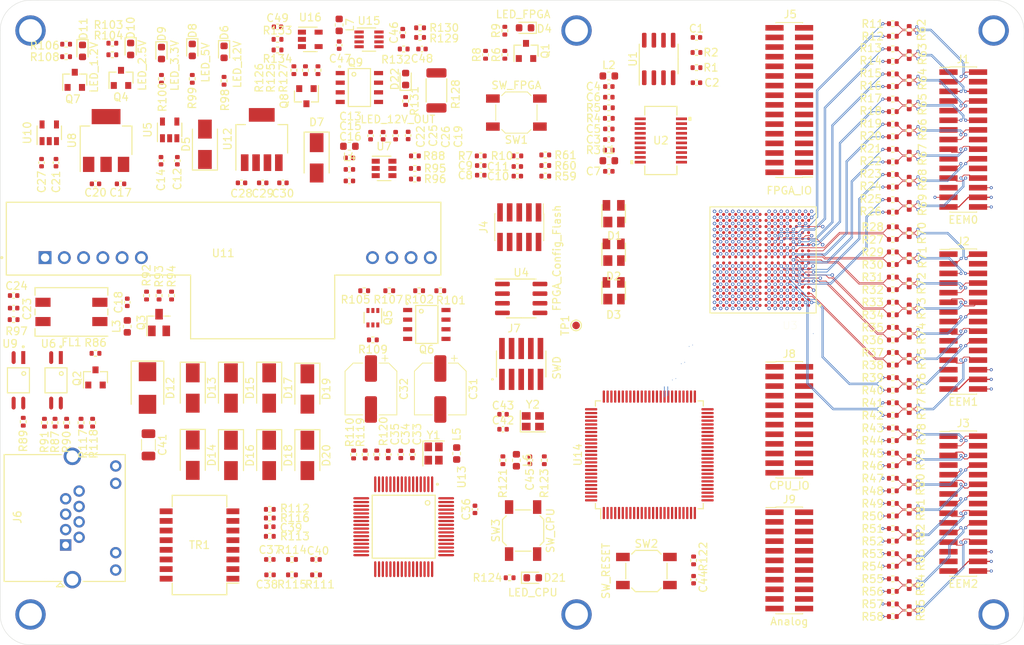
<source format=kicad_pcb>
(kicad_pcb (version 20171130) (host pcbnew 5.1.10-88a1d61d58~88~ubuntu20.04.1)

  (general
    (thickness 1.6)
    (drawings 16)
    (tracks 1461)
    (zones 0)
    (modules 254)
    (nets 382)
  )

  (page A4)
  (layers
    (0 F.Cu signal)
    (1 In1.Cu signal)
    (2 In2.Cu signal)
    (31 B.Cu signal)
    (32 B.Adhes user)
    (33 F.Adhes user)
    (34 B.Paste user)
    (35 F.Paste user)
    (36 B.SilkS user)
    (37 F.SilkS user)
    (38 B.Mask user)
    (39 F.Mask user)
    (40 Dwgs.User user)
    (41 Cmts.User user)
    (42 Eco1.User user)
    (43 Eco2.User user)
    (44 Edge.Cuts user)
    (45 Margin user)
    (46 B.CrtYd user)
    (47 F.CrtYd user)
    (48 B.Fab user)
    (49 F.Fab user)
  )

  (setup
    (last_trace_width 0.25)
    (user_trace_width 0.0889)
    (user_trace_width 0.1016)
    (user_trace_width 0.127)
    (user_trace_width 0.1524)
    (trace_clearance 0.0889)
    (zone_clearance 0.508)
    (zone_45_only no)
    (trace_min 0.0889)
    (via_size 0.8)
    (via_drill 0.4)
    (via_min_size 0.4)
    (via_min_drill 0.2)
    (user_via 0.4 0.2)
    (user_via 0.45 0.25)
    (user_via 0.5 0.3)
    (user_via 4.2 4)
    (uvia_size 0.3)
    (uvia_drill 0.1)
    (uvias_allowed no)
    (uvia_min_size 0.2)
    (uvia_min_drill 0.1)
    (edge_width 0.05)
    (segment_width 0.127)
    (pcb_text_width 0.3)
    (pcb_text_size 1.5 1.5)
    (mod_edge_width 0.1524)
    (mod_text_size 1.016 1.016)
    (mod_text_width 0.1524)
    (pad_size 1.524 1.524)
    (pad_drill 0.762)
    (pad_to_mask_clearance 0)
    (solder_mask_min_width 0.00254)
    (aux_axis_origin 0 0)
    (grid_origin 209 58)
    (visible_elements FFFFFF7F)
    (pcbplotparams
      (layerselection 0x010fc_ffffffff)
      (usegerberextensions false)
      (usegerberattributes true)
      (usegerberadvancedattributes true)
      (creategerberjobfile true)
      (excludeedgelayer true)
      (linewidth 0.100000)
      (plotframeref false)
      (viasonmask false)
      (mode 1)
      (useauxorigin false)
      (hpglpennumber 1)
      (hpglpenspeed 20)
      (hpglpendiameter 15.000000)
      (psnegative false)
      (psa4output false)
      (plotreference true)
      (plotvalue true)
      (plotinvisibletext false)
      (padsonsilk false)
      (subtractmaskfromsilk false)
      (outputformat 1)
      (mirror false)
      (drillshape 1)
      (scaleselection 1)
      (outputdirectory ""))
  )

  (net 0 "")
  (net 1 "Net-(C1-Pad1)")
  (net 2 GND)
  (net 3 "Net-(C2-Pad1)")
  (net 4 /HighSpeedADC/+5VA)
  (net 5 /FPGA/GNDPLL0)
  (net 6 /FPGA/VCCPLL0)
  (net 7 /FPGA/GNDPLL1)
  (net 8 /FPGA/VCCPLL1)
  (net 9 +12V_OUT)
  (net 10 /CurrentSenser/12V_CURRENT)
  (net 11 /Power/+6V5)
  (net 12 +12V)
  (net 13 +3V3)
  (net 14 "Net-(C24-Pad1)")
  (net 15 +2V5)
  (net 16 +1V2)
  (net 17 +5V)
  (net 18 "Net-(C38-Pad1)")
  (net 19 "Net-(C40-Pad1)")
  (net 20 "Net-(C41-Pad1)")
  (net 21 /Ethernet/+3V3A)
  (net 22 "Net-(C44-Pad2)")
  (net 23 "Net-(C46-Pad1)")
  (net 24 /MCU/+3V3A)
  (net 25 +3V3MP)
  (net 26 "Net-(D4-Pad2)")
  (net 27 "Net-(D4-Pad1)")
  (net 28 "Net-(D9-Pad2)")
  (net 29 "Net-(D10-Pad2)")
  (net 30 "Net-(D11-Pad2)")
  (net 31 "Net-(D13-Pad2)")
  (net 32 /Ethernet/POE_VC-)
  (net 33 /Ethernet/POE_VC+)
  (net 34 "Net-(D15-Pad2)")
  (net 35 "Net-(D17-Pad2)")
  (net 36 "Net-(D19-Pad2)")
  (net 37 "Net-(D21-Pad2)")
  (net 38 /FPGA_IO1)
  (net 39 /FPGA_IO3)
  (net 40 /FPGA_IO5)
  (net 41 /FPGA_IO7)
  (net 42 /FPGA_IO9)
  (net 43 /FPGA_IO11)
  (net 44 /FPGA_IO13)
  (net 45 /FPGA_IO15)
  (net 46 /FPGA_IO14)
  (net 47 /FPGA_IO12)
  (net 48 /FPGA_IO10)
  (net 49 /FPGA_IO8)
  (net 50 /FPGA_IO6)
  (net 51 /FPGA_IO4)
  (net 52 /FPGA_IO2)
  (net 53 /FPGA_IO0)
  (net 54 /MCU/CPU_SWCLK)
  (net 55 /MCU/CPU_SWDIO)
  (net 56 /MCU/CPU_UART4_TX)
  (net 57 /MCU/CPU_UART4_RX)
  (net 58 /MCU/CPU_PWM_CH1)
  (net 59 /MCU/CPU_PWM_CH2)
  (net 60 /MCU/CPU_PWM_CH3)
  (net 61 /MCU/CPU_PWM_CH4)
  (net 62 /MCU/CPU_IIC2_SDA)
  (net 63 /MCU/CPU_IIC2_SCL)
  (net 64 /MCU/CPU_UART1_RX)
  (net 65 /MCU/CPU_UART1_TX)
  (net 66 /MCU/CPU_SPI2_MOSI)
  (net 67 /MCU/CPU_SPI2_MISO)
  (net 68 /MCU/CPU_SPI2_SCK)
  (net 69 /MCU/CPU_SPI2_CS)
  (net 70 /MCU/CPU_DAC1)
  (net 71 /MCU/CPU_DAC0)
  (net 72 /MCU/CPU_ADC7)
  (net 73 /MCU/CPU_ADC6)
  (net 74 /MCU/CPU_ADC5)
  (net 75 /MCU/CPU_ADC4)
  (net 76 /MCU/CPU_ADC3)
  (net 77 /MCU/CPU_ADC2)
  (net 78 /MCU/CPU_ADC1)
  (net 79 /MCU/CPU_ADC0)
  (net 80 /CurrentSenser/12V_SW)
  (net 81 "Net-(Q1-Pad1)")
  (net 82 "Net-(Q2-Pad3)")
  (net 83 /MCU/CPU_RESET)
  (net 84 "Net-(Q7-Pad1)")
  (net 85 "Net-(R1-Pad1)")
  (net 86 "Net-(R2-Pad1)")
  (net 87 "Net-(R4-Pad1)")
  (net 88 "Net-(R5-Pad2)")
  (net 89 "Net-(R6-Pad1)")
  (net 90 /MCU/CPU_POE_AT_EVENT)
  (net 91 /MCU/CPU_POE_SRC_STATUS)
  (net 92 /Ethernet/RJ45_LED_G)
  (net 93 /Ethernet/RJ45_LED_Y)
  (net 94 "Net-(TP1-Pad1)")
  (net 95 "Net-(C3-Pad1)")
  (net 96 /CurrentSenser/+3V3A)
  (net 97 /EEM0_IIC_SCL)
  (net 98 /EEM0_IIC_SDA)
  (net 99 /EEM1_IIC_SCL)
  (net 100 /EEM1_IIC_SDA)
  (net 101 /EEM2_IIC_SCL)
  (net 102 /EEM2_IIC_SDA)
  (net 103 /EEM0_7_N)
  (net 104 /EEM0_6_P)
  (net 105 /EEM0_5_N)
  (net 106 /EEM0_4_P)
  (net 107 /EEM0_3_N)
  (net 108 /EEM0_2_P)
  (net 109 /EEM0_1_N)
  (net 110 /EEM0_0_P)
  (net 111 /EEM0_7_P)
  (net 112 /EEM0_6_N)
  (net 113 /EEM0_5_P)
  (net 114 /EEM0_4_N)
  (net 115 /EEM0_3_P)
  (net 116 /EEM0_2_N)
  (net 117 /EEM0_1_P)
  (net 118 /EEM0_0_N)
  (net 119 /EEM1_7_N)
  (net 120 /EEM1_6_P)
  (net 121 /EEM1_5_N)
  (net 122 /EEM1_4_P)
  (net 123 /EEM1_3_N)
  (net 124 /EEM1_2_P)
  (net 125 /EEM1_1_N)
  (net 126 /EEM1_0_P)
  (net 127 /EEM1_7_P)
  (net 128 /EEM1_6_N)
  (net 129 /EEM1_5_P)
  (net 130 /EEM1_4_N)
  (net 131 /EEM1_3_P)
  (net 132 /EEM1_2_N)
  (net 133 /EEM1_1_P)
  (net 134 /EEM1_0_N)
  (net 135 /EEM2_7_N)
  (net 136 /EEM2_6_P)
  (net 137 /EEM2_5_N)
  (net 138 /EEM2_4_P)
  (net 139 /EEM2_3_N)
  (net 140 /EEM2_2_P)
  (net 141 /EEM2_1_N)
  (net 142 /EEM2_0_P)
  (net 143 /EEM2_7_P)
  (net 144 /EEM2_6_N)
  (net 145 /EEM2_5_P)
  (net 146 /EEM2_4_N)
  (net 147 /EEM2_3_P)
  (net 148 /EEM2_2_N)
  (net 149 /EEM2_1_P)
  (net 150 /EEM2_0_N)
  (net 151 /CDONE)
  (net 152 /CRESET)
  (net 153 /SPI_CS)
  (net 154 /ENC_INT)
  (net 155 /ADC_D0)
  (net 156 /ADC_D1)
  (net 157 /ADC_D2)
  (net 158 /ADC_D3)
  (net 159 /ADC_D4)
  (net 160 /ADC_D5)
  (net 161 /ADC_D6)
  (net 162 /ADC_D7)
  (net 163 /ADC_CLK)
  (net 164 /FSMC_CLK)
  (net 165 /FSMC_D15)
  (net 166 /FSMC_D9)
  (net 167 /FSMC_D10)
  (net 168 /FSMC_D0)
  (net 169 /FSMC_A7)
  (net 170 /FSMC_NL)
  (net 171 /FSMC_NBL0)
  (net 172 /FSMC_D6)
  (net 173 /FSMC_D7)
  (net 174 /FSMC_D5)
  (net 175 /FSMC_D1)
  (net 176 /FSMC_A3)
  (net 177 /FSMC_A1)
  (net 178 /FSMC_NWAIT)
  (net 179 /FSMC_NOE)
  (net 180 /FSMC_D12)
  (net 181 /FSMC_D8)
  (net 182 /FSMC_D3)
  (net 183 /FSMC_A4)
  (net 184 /FSMC_A6)
  (net 185 /FSMC_A0)
  (net 186 /FSMC_NBL1)
  (net 187 /FSMC_D14)
  (net 188 /FSMC_D11)
  (net 189 /FSMC_D4)
  (net 190 /FSMC_A2)
  (net 191 /FSMC_D13)
  (net 192 /FSMC_D2)
  (net 193 /FSMC_A5)
  (net 194 /FSMC_NE1)
  (net 195 /FSMC_NWE)
  (net 196 /CSBSEL0)
  (net 197 /IIC_SCL)
  (net 198 /IIC_SDA)
  (net 199 /SPI_MOSI)
  (net 200 /SPI_MISO)
  (net 201 /CSBSEL1)
  (net 202 /SPI_SCK)
  (net 203 /SPI_ENC_CS)
  (net 204 "Net-(C5-Pad2)")
  (net 205 "Net-(C7-Pad2)")
  (net 206 "Net-(C18-Pad2)")
  (net 207 "Net-(C18-Pad1)")
  (net 208 "Net-(C19-Pad2)")
  (net 209 "Net-(C19-Pad1)")
  (net 210 "Net-(C23-Pad2)")
  (net 211 "Net-(C31-Pad1)")
  (net 212 "Net-(C33-Pad1)")
  (net 213 "Net-(C34-Pad1)")
  (net 214 "Net-(C36-Pad2)")
  (net 215 "Net-(C37-Pad2)")
  (net 216 "Net-(C37-Pad1)")
  (net 217 "Net-(C38-Pad2)")
  (net 218 "Net-(C39-Pad1)")
  (net 219 "Net-(C42-Pad1)")
  (net 220 "Net-(C43-Pad1)")
  (net 221 "Net-(D6-Pad2)")
  (net 222 "Net-(D8-Pad2)")
  (net 223 "Net-(D10-Pad1)")
  (net 224 "Net-(D11-Pad1)")
  (net 225 "Net-(D21-Pad1)")
  (net 226 "Net-(D22-Pad1)")
  (net 227 "Net-(Q3-Pad1)")
  (net 228 "Net-(Q4-Pad1)")
  (net 229 "Net-(Q5-Pad6)")
  (net 230 "Net-(Q5-Pad2)")
  (net 231 "Net-(Q5-Pad3)")
  (net 232 "Net-(Q8-Pad3)")
  (net 233 "Net-(Q8-Pad1)")
  (net 234 "Net-(R87-Pad1)")
  (net 235 "Net-(R132-Pad2)")
  (net 236 "Net-(U11-Pad3)")
  (net 237 "Net-(U15-Pad3)")
  (net 238 "Net-(C46-Pad2)")
  (net 239 "Net-(D22-Pad2)")
  (net 240 HSADC_IN)
  (net 241 "Net-(J6-Pad12)")
  (net 242 "Net-(J6-Pad10)")
  (net 243 "Net-(J6-Pad6)")
  (net 244 "Net-(J6-Pad2)")
  (net 245 "Net-(J6-Pad3)")
  (net 246 "Net-(J6-Pad1)")
  (net 247 "Net-(R8-Pad1)")
  (net 248 "Net-(R86-Pad2)")
  (net 249 "Net-(R88-Pad1)")
  (net 250 "Net-(R95-Pad1)")
  (net 251 "Net-(R97-Pad2)")
  (net 252 "Net-(R110-Pad1)")
  (net 253 "Net-(R112-Pad1)")
  (net 254 "Net-(R113-Pad2)")
  (net 255 "Net-(R123-Pad1)")
  (net 256 "Net-(R133-Pad2)")
  (net 257 "Net-(SW3-Pad2)")
  (net 258 "Net-(U3-PadA5)")
  (net 259 "Net-(U3-PadA6)")
  (net 260 "Net-(U3-PadB3)")
  (net 261 "Net-(U3-PadB4)")
  (net 262 "Net-(U3-PadB5)")
  (net 263 "Net-(U3-PadB6)")
  (net 264 "Net-(U3-PadB7)")
  (net 265 "Net-(U3-PadB16)")
  (net 266 "Net-(U3-PadC3)")
  (net 267 "Net-(U3-PadC4)")
  (net 268 "Net-(U3-PadC5)")
  (net 269 "Net-(U3-PadC6)")
  (net 270 "Net-(U3-PadC16)")
  (net 271 "Net-(U3-PadD4)")
  (net 272 "Net-(U3-PadD5)")
  (net 273 "Net-(U3-PadD6)")
  (net 274 "Net-(U3-PadD7)")
  (net 275 "Net-(U3-PadD14)")
  (net 276 "Net-(U3-PadD15)")
  (net 277 "Net-(U3-PadD16)")
  (net 278 "Net-(U3-PadE6)")
  (net 279 "Net-(U3-PadE13)")
  (net 280 "Net-(U3-PadE14)")
  (net 281 "Net-(U3-PadF11)")
  (net 282 "Net-(U3-PadF12)")
  (net 283 "Net-(U3-PadF13)")
  (net 284 "Net-(U3-PadF14)")
  (net 285 "Net-(U3-PadG12)")
  (net 286 "Net-(U3-PadG13)")
  (net 287 "Net-(U3-PadJ15)")
  (net 288 "Net-(U3-PadK9)")
  (net 289 "Net-(U3-PadK15)")
  (net 290 "Net-(U3-PadL9)")
  (net 291 "Net-(U3-PadL10)")
  (net 292 "Net-(U3-PadL11)")
  (net 293 "Net-(U3-PadL13)")
  (net 294 "Net-(U3-PadM7)")
  (net 295 "Net-(U3-PadM8)")
  (net 296 "Net-(U3-PadM9)")
  (net 297 "Net-(U3-PadM11)")
  (net 298 "Net-(U3-PadM12)")
  (net 299 "Net-(U3-PadN5)")
  (net 300 "Net-(U3-PadN6)")
  (net 301 "Net-(U3-PadN7)")
  (net 302 "Net-(U3-PadN9)")
  (net 303 "Net-(U3-PadN10)")
  (net 304 "Net-(U3-PadN12)")
  (net 305 "Net-(U3-PadN16)")
  (net 306 "Net-(U3-PadP5)")
  (net 307 "Net-(U3-PadP6)")
  (net 308 "Net-(U3-PadP7)")
  (net 309 "Net-(U3-PadP8)")
  (net 310 "Net-(U3-PadP9)")
  (net 311 "Net-(U3-PadP10)")
  (net 312 "Net-(U3-PadR2)")
  (net 313 "Net-(U3-PadR3)")
  (net 314 "Net-(U3-PadR4)")
  (net 315 "Net-(U3-PadR5)")
  (net 316 "Net-(U3-PadR6)")
  (net 317 "Net-(U3-PadR9)")
  (net 318 "Net-(U3-PadR10)")
  (net 319 "Net-(U3-PadR16)")
  (net 320 "Net-(U3-PadT1)")
  (net 321 "Net-(U3-PadT2)")
  (net 322 "Net-(U3-PadT3)")
  (net 323 "Net-(U3-PadT5)")
  (net 324 "Net-(U3-PadT6)")
  (net 325 "Net-(U3-PadT7)")
  (net 326 "Net-(U3-PadT8)")
  (net 327 "Net-(U3-PadT9)")
  (net 328 "Net-(U3-PadT10)")
  (net 329 "Net-(U3-PadT11)")
  (net 330 "Net-(U3-PadT13)")
  (net 331 "Net-(U3-PadT14)")
  (net 332 "Net-(U3-PadT15)")
  (net 333 "Net-(U3-PadT16)")
  (net 334 /FPGA/LVDS0_0_P)
  (net 335 /FPGA/LVDS0_0_N)
  (net 336 /FPGA/LVDS0_1_P)
  (net 337 /FPGA/LVDS0_1_N)
  (net 338 /FPGA/LVDS0_2_P)
  (net 339 /FPGA/LVDS0_2_N)
  (net 340 /FPGA/LVDS0_3_P)
  (net 341 /FPGA/LVDS0_3_N)
  (net 342 /FPGA/LVDS0_4_P)
  (net 343 /FPGA/LVDS0_4_N)
  (net 344 /FPGA/LVDS0_5_P)
  (net 345 /FPGA/LVDS0_5_N)
  (net 346 /FPGA/LVDS0_6_P)
  (net 347 /FPGA/LVDS0_6_N)
  (net 348 /FPGA/LVDS0_7_P)
  (net 349 /FPGA/LVDS0_7_N)
  (net 350 /FPGA/LVDS1_0_P)
  (net 351 /FPGA/LVDS1_0_N)
  (net 352 /FPGA/LVDS1_1_P)
  (net 353 /FPGA/LVDS1_1_N)
  (net 354 /FPGA/LVDS1_2_P)
  (net 355 /FPGA/LVDS1_2_N)
  (net 356 /FPGA/LVDS1_3_P)
  (net 357 /FPGA/LVDS1_3_N)
  (net 358 /FPGA/LVDS1_4_P)
  (net 359 /FPGA/LVDS1_4_N)
  (net 360 /FPGA/LVDS1_5_P)
  (net 361 /FPGA/LVDS1_5_N)
  (net 362 /FPGA/LVDS1_6_P)
  (net 363 /FPGA/LVDS1_6_N)
  (net 364 /FPGA/LVDS1_7_P)
  (net 365 /FPGA/LVDS1_7_N)
  (net 366 /FPGA/LVDS2_0_P)
  (net 367 /FPGA/LVDS2_0_N)
  (net 368 /FPGA/LVDS2_1_P)
  (net 369 /FPGA/LVDS2_1_N)
  (net 370 /FPGA/LVDS2_2_P)
  (net 371 /FPGA/LVDS2_2_N)
  (net 372 /FPGA/LVDS2_3_P)
  (net 373 /FPGA/LVDS2_3_N)
  (net 374 /FPGA/LVDS2_4_P)
  (net 375 /FPGA/LVDS2_4_N)
  (net 376 /FPGA/LVDS2_5_P)
  (net 377 /FPGA/LVDS2_5_N)
  (net 378 /FPGA/LVDS2_6_P)
  (net 379 /FPGA/LVDS2_6_N)
  (net 380 /FPGA/LVDS2_7_P)
  (net 381 /FPGA/LVDS2_7_N)

  (net_class Default "This is the default net class."
    (clearance 0.0889)
    (trace_width 0.25)
    (via_dia 0.8)
    (via_drill 0.4)
    (uvia_dia 0.3)
    (uvia_drill 0.1)
    (diff_pair_width 0.0889)
    (diff_pair_gap 0.1016)
    (add_net +12V)
    (add_net +12V_OUT)
    (add_net +1V2)
    (add_net +2V5)
    (add_net +3V3)
    (add_net +3V3MP)
    (add_net +5V)
    (add_net /ADC_CLK)
    (add_net /ADC_D0)
    (add_net /ADC_D1)
    (add_net /ADC_D2)
    (add_net /ADC_D3)
    (add_net /ADC_D4)
    (add_net /ADC_D5)
    (add_net /ADC_D6)
    (add_net /ADC_D7)
    (add_net /CDONE)
    (add_net /CRESET)
    (add_net /CSBSEL0)
    (add_net /CSBSEL1)
    (add_net /CurrentSenser/+3V3A)
    (add_net /CurrentSenser/12V_CURRENT)
    (add_net /CurrentSenser/12V_SW)
    (add_net /EEM0_0_N)
    (add_net /EEM0_0_P)
    (add_net /EEM0_1_N)
    (add_net /EEM0_1_P)
    (add_net /EEM0_2_N)
    (add_net /EEM0_2_P)
    (add_net /EEM0_3_N)
    (add_net /EEM0_3_P)
    (add_net /EEM0_4_N)
    (add_net /EEM0_4_P)
    (add_net /EEM0_5_N)
    (add_net /EEM0_5_P)
    (add_net /EEM0_6_N)
    (add_net /EEM0_6_P)
    (add_net /EEM0_7_N)
    (add_net /EEM0_7_P)
    (add_net /EEM0_IIC_SCL)
    (add_net /EEM0_IIC_SDA)
    (add_net /EEM1_0_N)
    (add_net /EEM1_0_P)
    (add_net /EEM1_1_N)
    (add_net /EEM1_1_P)
    (add_net /EEM1_2_N)
    (add_net /EEM1_2_P)
    (add_net /EEM1_3_N)
    (add_net /EEM1_3_P)
    (add_net /EEM1_4_N)
    (add_net /EEM1_4_P)
    (add_net /EEM1_5_N)
    (add_net /EEM1_5_P)
    (add_net /EEM1_6_N)
    (add_net /EEM1_6_P)
    (add_net /EEM1_7_N)
    (add_net /EEM1_7_P)
    (add_net /EEM1_IIC_SCL)
    (add_net /EEM1_IIC_SDA)
    (add_net /EEM2_0_N)
    (add_net /EEM2_0_P)
    (add_net /EEM2_1_N)
    (add_net /EEM2_1_P)
    (add_net /EEM2_2_N)
    (add_net /EEM2_2_P)
    (add_net /EEM2_3_N)
    (add_net /EEM2_3_P)
    (add_net /EEM2_4_N)
    (add_net /EEM2_4_P)
    (add_net /EEM2_5_N)
    (add_net /EEM2_5_P)
    (add_net /EEM2_6_N)
    (add_net /EEM2_6_P)
    (add_net /EEM2_7_N)
    (add_net /EEM2_7_P)
    (add_net /EEM2_IIC_SCL)
    (add_net /EEM2_IIC_SDA)
    (add_net /ENC_INT)
    (add_net /Ethernet/+3V3A)
    (add_net /Ethernet/POE_VC+)
    (add_net /Ethernet/POE_VC-)
    (add_net /Ethernet/RJ45_LED_G)
    (add_net /Ethernet/RJ45_LED_Y)
    (add_net /FPGA/GNDPLL0)
    (add_net /FPGA/GNDPLL1)
    (add_net /FPGA/LVDS0_0_N)
    (add_net /FPGA/LVDS0_0_P)
    (add_net /FPGA/LVDS0_1_N)
    (add_net /FPGA/LVDS0_1_P)
    (add_net /FPGA/LVDS0_2_N)
    (add_net /FPGA/LVDS0_2_P)
    (add_net /FPGA/LVDS0_3_N)
    (add_net /FPGA/LVDS0_3_P)
    (add_net /FPGA/LVDS0_4_N)
    (add_net /FPGA/LVDS0_4_P)
    (add_net /FPGA/LVDS0_5_N)
    (add_net /FPGA/LVDS0_5_P)
    (add_net /FPGA/LVDS0_6_N)
    (add_net /FPGA/LVDS0_6_P)
    (add_net /FPGA/LVDS0_7_N)
    (add_net /FPGA/LVDS0_7_P)
    (add_net /FPGA/LVDS1_0_N)
    (add_net /FPGA/LVDS1_0_P)
    (add_net /FPGA/LVDS1_1_N)
    (add_net /FPGA/LVDS1_1_P)
    (add_net /FPGA/LVDS1_2_N)
    (add_net /FPGA/LVDS1_2_P)
    (add_net /FPGA/LVDS1_3_N)
    (add_net /FPGA/LVDS1_3_P)
    (add_net /FPGA/LVDS1_4_N)
    (add_net /FPGA/LVDS1_4_P)
    (add_net /FPGA/LVDS1_5_N)
    (add_net /FPGA/LVDS1_5_P)
    (add_net /FPGA/LVDS1_6_N)
    (add_net /FPGA/LVDS1_6_P)
    (add_net /FPGA/LVDS1_7_N)
    (add_net /FPGA/LVDS1_7_P)
    (add_net /FPGA/LVDS2_0_N)
    (add_net /FPGA/LVDS2_0_P)
    (add_net /FPGA/LVDS2_1_N)
    (add_net /FPGA/LVDS2_1_P)
    (add_net /FPGA/LVDS2_2_N)
    (add_net /FPGA/LVDS2_2_P)
    (add_net /FPGA/LVDS2_3_N)
    (add_net /FPGA/LVDS2_3_P)
    (add_net /FPGA/LVDS2_4_N)
    (add_net /FPGA/LVDS2_4_P)
    (add_net /FPGA/LVDS2_5_N)
    (add_net /FPGA/LVDS2_5_P)
    (add_net /FPGA/LVDS2_6_N)
    (add_net /FPGA/LVDS2_6_P)
    (add_net /FPGA/LVDS2_7_N)
    (add_net /FPGA/LVDS2_7_P)
    (add_net /FPGA/VCCPLL0)
    (add_net /FPGA/VCCPLL1)
    (add_net /FPGA_IO0)
    (add_net /FPGA_IO1)
    (add_net /FPGA_IO10)
    (add_net /FPGA_IO11)
    (add_net /FPGA_IO12)
    (add_net /FPGA_IO13)
    (add_net /FPGA_IO14)
    (add_net /FPGA_IO15)
    (add_net /FPGA_IO2)
    (add_net /FPGA_IO3)
    (add_net /FPGA_IO4)
    (add_net /FPGA_IO5)
    (add_net /FPGA_IO6)
    (add_net /FPGA_IO7)
    (add_net /FPGA_IO8)
    (add_net /FPGA_IO9)
    (add_net /FSMC_A0)
    (add_net /FSMC_A1)
    (add_net /FSMC_A2)
    (add_net /FSMC_A3)
    (add_net /FSMC_A4)
    (add_net /FSMC_A5)
    (add_net /FSMC_A6)
    (add_net /FSMC_A7)
    (add_net /FSMC_CLK)
    (add_net /FSMC_D0)
    (add_net /FSMC_D1)
    (add_net /FSMC_D10)
    (add_net /FSMC_D11)
    (add_net /FSMC_D12)
    (add_net /FSMC_D13)
    (add_net /FSMC_D14)
    (add_net /FSMC_D15)
    (add_net /FSMC_D2)
    (add_net /FSMC_D3)
    (add_net /FSMC_D4)
    (add_net /FSMC_D5)
    (add_net /FSMC_D6)
    (add_net /FSMC_D7)
    (add_net /FSMC_D8)
    (add_net /FSMC_D9)
    (add_net /FSMC_NBL0)
    (add_net /FSMC_NBL1)
    (add_net /FSMC_NE1)
    (add_net /FSMC_NL)
    (add_net /FSMC_NOE)
    (add_net /FSMC_NWAIT)
    (add_net /FSMC_NWE)
    (add_net /HighSpeedADC/+5VA)
    (add_net /IIC_SCL)
    (add_net /IIC_SDA)
    (add_net /MCU/+3V3A)
    (add_net /MCU/CPU_ADC0)
    (add_net /MCU/CPU_ADC1)
    (add_net /MCU/CPU_ADC2)
    (add_net /MCU/CPU_ADC3)
    (add_net /MCU/CPU_ADC4)
    (add_net /MCU/CPU_ADC5)
    (add_net /MCU/CPU_ADC6)
    (add_net /MCU/CPU_ADC7)
    (add_net /MCU/CPU_DAC0)
    (add_net /MCU/CPU_DAC1)
    (add_net /MCU/CPU_IIC2_SCL)
    (add_net /MCU/CPU_IIC2_SDA)
    (add_net /MCU/CPU_POE_AT_EVENT)
    (add_net /MCU/CPU_POE_SRC_STATUS)
    (add_net /MCU/CPU_PWM_CH1)
    (add_net /MCU/CPU_PWM_CH2)
    (add_net /MCU/CPU_PWM_CH3)
    (add_net /MCU/CPU_PWM_CH4)
    (add_net /MCU/CPU_RESET)
    (add_net /MCU/CPU_SPI2_CS)
    (add_net /MCU/CPU_SPI2_MISO)
    (add_net /MCU/CPU_SPI2_MOSI)
    (add_net /MCU/CPU_SPI2_SCK)
    (add_net /MCU/CPU_SWCLK)
    (add_net /MCU/CPU_SWDIO)
    (add_net /MCU/CPU_UART1_RX)
    (add_net /MCU/CPU_UART1_TX)
    (add_net /MCU/CPU_UART4_RX)
    (add_net /MCU/CPU_UART4_TX)
    (add_net /Power/+6V5)
    (add_net /SPI_CS)
    (add_net /SPI_ENC_CS)
    (add_net /SPI_MISO)
    (add_net /SPI_MOSI)
    (add_net /SPI_SCK)
    (add_net GND)
    (add_net HSADC_IN)
    (add_net "Net-(C1-Pad1)")
    (add_net "Net-(C18-Pad1)")
    (add_net "Net-(C18-Pad2)")
    (add_net "Net-(C19-Pad1)")
    (add_net "Net-(C19-Pad2)")
    (add_net "Net-(C2-Pad1)")
    (add_net "Net-(C23-Pad2)")
    (add_net "Net-(C24-Pad1)")
    (add_net "Net-(C3-Pad1)")
    (add_net "Net-(C31-Pad1)")
    (add_net "Net-(C33-Pad1)")
    (add_net "Net-(C34-Pad1)")
    (add_net "Net-(C36-Pad2)")
    (add_net "Net-(C37-Pad1)")
    (add_net "Net-(C37-Pad2)")
    (add_net "Net-(C38-Pad1)")
    (add_net "Net-(C38-Pad2)")
    (add_net "Net-(C39-Pad1)")
    (add_net "Net-(C40-Pad1)")
    (add_net "Net-(C41-Pad1)")
    (add_net "Net-(C42-Pad1)")
    (add_net "Net-(C43-Pad1)")
    (add_net "Net-(C44-Pad2)")
    (add_net "Net-(C46-Pad1)")
    (add_net "Net-(C46-Pad2)")
    (add_net "Net-(C5-Pad2)")
    (add_net "Net-(C7-Pad2)")
    (add_net "Net-(D10-Pad1)")
    (add_net "Net-(D10-Pad2)")
    (add_net "Net-(D11-Pad1)")
    (add_net "Net-(D11-Pad2)")
    (add_net "Net-(D13-Pad2)")
    (add_net "Net-(D15-Pad2)")
    (add_net "Net-(D17-Pad2)")
    (add_net "Net-(D19-Pad2)")
    (add_net "Net-(D21-Pad1)")
    (add_net "Net-(D21-Pad2)")
    (add_net "Net-(D22-Pad1)")
    (add_net "Net-(D22-Pad2)")
    (add_net "Net-(D4-Pad1)")
    (add_net "Net-(D4-Pad2)")
    (add_net "Net-(D6-Pad2)")
    (add_net "Net-(D8-Pad2)")
    (add_net "Net-(D9-Pad2)")
    (add_net "Net-(J6-Pad1)")
    (add_net "Net-(J6-Pad10)")
    (add_net "Net-(J6-Pad12)")
    (add_net "Net-(J6-Pad2)")
    (add_net "Net-(J6-Pad3)")
    (add_net "Net-(J6-Pad6)")
    (add_net "Net-(Q1-Pad1)")
    (add_net "Net-(Q2-Pad3)")
    (add_net "Net-(Q3-Pad1)")
    (add_net "Net-(Q4-Pad1)")
    (add_net "Net-(Q5-Pad2)")
    (add_net "Net-(Q5-Pad3)")
    (add_net "Net-(Q5-Pad6)")
    (add_net "Net-(Q7-Pad1)")
    (add_net "Net-(Q8-Pad1)")
    (add_net "Net-(Q8-Pad3)")
    (add_net "Net-(R1-Pad1)")
    (add_net "Net-(R110-Pad1)")
    (add_net "Net-(R112-Pad1)")
    (add_net "Net-(R113-Pad2)")
    (add_net "Net-(R123-Pad1)")
    (add_net "Net-(R132-Pad2)")
    (add_net "Net-(R133-Pad2)")
    (add_net "Net-(R2-Pad1)")
    (add_net "Net-(R4-Pad1)")
    (add_net "Net-(R5-Pad2)")
    (add_net "Net-(R6-Pad1)")
    (add_net "Net-(R8-Pad1)")
    (add_net "Net-(R86-Pad2)")
    (add_net "Net-(R87-Pad1)")
    (add_net "Net-(R88-Pad1)")
    (add_net "Net-(R95-Pad1)")
    (add_net "Net-(R97-Pad2)")
    (add_net "Net-(SW3-Pad2)")
    (add_net "Net-(TP1-Pad1)")
    (add_net "Net-(U11-Pad3)")
    (add_net "Net-(U15-Pad3)")
    (add_net "Net-(U3-PadA5)")
    (add_net "Net-(U3-PadA6)")
    (add_net "Net-(U3-PadB16)")
    (add_net "Net-(U3-PadB3)")
    (add_net "Net-(U3-PadB4)")
    (add_net "Net-(U3-PadB5)")
    (add_net "Net-(U3-PadB6)")
    (add_net "Net-(U3-PadB7)")
    (add_net "Net-(U3-PadC16)")
    (add_net "Net-(U3-PadC3)")
    (add_net "Net-(U3-PadC4)")
    (add_net "Net-(U3-PadC5)")
    (add_net "Net-(U3-PadC6)")
    (add_net "Net-(U3-PadD14)")
    (add_net "Net-(U3-PadD15)")
    (add_net "Net-(U3-PadD16)")
    (add_net "Net-(U3-PadD4)")
    (add_net "Net-(U3-PadD5)")
    (add_net "Net-(U3-PadD6)")
    (add_net "Net-(U3-PadD7)")
    (add_net "Net-(U3-PadE13)")
    (add_net "Net-(U3-PadE14)")
    (add_net "Net-(U3-PadE6)")
    (add_net "Net-(U3-PadF11)")
    (add_net "Net-(U3-PadF12)")
    (add_net "Net-(U3-PadF13)")
    (add_net "Net-(U3-PadF14)")
    (add_net "Net-(U3-PadG12)")
    (add_net "Net-(U3-PadG13)")
    (add_net "Net-(U3-PadJ15)")
    (add_net "Net-(U3-PadK15)")
    (add_net "Net-(U3-PadK9)")
    (add_net "Net-(U3-PadL10)")
    (add_net "Net-(U3-PadL11)")
    (add_net "Net-(U3-PadL13)")
    (add_net "Net-(U3-PadL9)")
    (add_net "Net-(U3-PadM11)")
    (add_net "Net-(U3-PadM12)")
    (add_net "Net-(U3-PadM7)")
    (add_net "Net-(U3-PadM8)")
    (add_net "Net-(U3-PadM9)")
    (add_net "Net-(U3-PadN10)")
    (add_net "Net-(U3-PadN12)")
    (add_net "Net-(U3-PadN16)")
    (add_net "Net-(U3-PadN5)")
    (add_net "Net-(U3-PadN6)")
    (add_net "Net-(U3-PadN7)")
    (add_net "Net-(U3-PadN9)")
    (add_net "Net-(U3-PadP10)")
    (add_net "Net-(U3-PadP5)")
    (add_net "Net-(U3-PadP6)")
    (add_net "Net-(U3-PadP7)")
    (add_net "Net-(U3-PadP8)")
    (add_net "Net-(U3-PadP9)")
    (add_net "Net-(U3-PadR10)")
    (add_net "Net-(U3-PadR16)")
    (add_net "Net-(U3-PadR2)")
    (add_net "Net-(U3-PadR3)")
    (add_net "Net-(U3-PadR4)")
    (add_net "Net-(U3-PadR5)")
    (add_net "Net-(U3-PadR6)")
    (add_net "Net-(U3-PadR9)")
    (add_net "Net-(U3-PadT1)")
    (add_net "Net-(U3-PadT10)")
    (add_net "Net-(U3-PadT11)")
    (add_net "Net-(U3-PadT13)")
    (add_net "Net-(U3-PadT14)")
    (add_net "Net-(U3-PadT15)")
    (add_net "Net-(U3-PadT16)")
    (add_net "Net-(U3-PadT2)")
    (add_net "Net-(U3-PadT3)")
    (add_net "Net-(U3-PadT5)")
    (add_net "Net-(U3-PadT6)")
    (add_net "Net-(U3-PadT7)")
    (add_net "Net-(U3-PadT8)")
    (add_net "Net-(U3-PadT9)")
  )

  (module Package_SO:SOIC-8_3.9x4.9mm_P1.27mm (layer F.Cu) (tedit 5D9F72B1) (tstamp 60D14DFE)
    (at 165.831 60.751 90)
    (descr "SOIC, 8 Pin (JEDEC MS-012AA, https://www.analog.com/media/en/package-pcb-resources/package/pkg_pdf/soic_narrow-r/r_8.pdf), generated with kicad-footprint-generator ipc_gullwing_generator.py")
    (tags "SOIC SO")
    (path /60FB17F2/614B1E6E)
    (attr smd)
    (fp_text reference U1 (at 0 -3.4 90) (layer F.SilkS)
      (effects (font (size 1.016 1.016) (thickness 0.1524)))
    )
    (fp_text value OPA681 (at 0 3.4 90) (layer F.SilkS) hide
      (effects (font (size 1 1) (thickness 0.15)))
    )
    (fp_line (start 3.7 -2.7) (end -3.7 -2.7) (layer F.CrtYd) (width 0.05))
    (fp_line (start 3.7 2.7) (end 3.7 -2.7) (layer F.CrtYd) (width 0.05))
    (fp_line (start -3.7 2.7) (end 3.7 2.7) (layer F.CrtYd) (width 0.05))
    (fp_line (start -3.7 -2.7) (end -3.7 2.7) (layer F.CrtYd) (width 0.05))
    (fp_line (start -1.95 -1.475) (end -0.975 -2.45) (layer F.Fab) (width 0.15))
    (fp_line (start -1.95 2.45) (end -1.95 -1.475) (layer F.Fab) (width 0.15))
    (fp_line (start 1.95 2.45) (end -1.95 2.45) (layer F.Fab) (width 0.15))
    (fp_line (start 1.95 -2.45) (end 1.95 2.45) (layer F.Fab) (width 0.15))
    (fp_line (start -0.975 -2.45) (end 1.95 -2.45) (layer F.Fab) (width 0.15))
    (fp_line (start 0 -2.56) (end -3.45 -2.56) (layer F.SilkS) (width 0.1524))
    (fp_line (start 0 -2.56) (end 1.95 -2.56) (layer F.SilkS) (width 0.1524))
    (fp_line (start 0 2.56) (end -1.95 2.56) (layer F.SilkS) (width 0.1524))
    (fp_line (start 0 2.56) (end 1.95 2.56) (layer F.SilkS) (width 0.1524))
    (fp_text user %R (at 0 0 90) (layer F.Fab) hide
      (effects (font (size 1 1) (thickness 0.15)))
    )
    (pad 1 smd roundrect (at -2.475 -1.905 90) (size 1.95 0.6) (layers F.Cu F.Paste F.Mask) (roundrect_rratio 0.25))
    (pad 2 smd roundrect (at -2.475 -0.635 90) (size 1.95 0.6) (layers F.Cu F.Paste F.Mask) (roundrect_rratio 0.25)
      (net 85 "Net-(R1-Pad1)"))
    (pad 3 smd roundrect (at -2.475 0.635 90) (size 1.95 0.6) (layers F.Cu F.Paste F.Mask) (roundrect_rratio 0.25)
      (net 1 "Net-(C1-Pad1)"))
    (pad 4 smd roundrect (at -2.475 1.905 90) (size 1.95 0.6) (layers F.Cu F.Paste F.Mask) (roundrect_rratio 0.25)
      (net 2 GND))
    (pad 5 smd roundrect (at 2.475 1.905 90) (size 1.95 0.6) (layers F.Cu F.Paste F.Mask) (roundrect_rratio 0.25))
    (pad 6 smd roundrect (at 2.475 0.635 90) (size 1.95 0.6) (layers F.Cu F.Paste F.Mask) (roundrect_rratio 0.25)
      (net 86 "Net-(R2-Pad1)"))
    (pad 7 smd roundrect (at 2.475 -0.635 90) (size 1.95 0.6) (layers F.Cu F.Paste F.Mask) (roundrect_rratio 0.25)
      (net 4 /HighSpeedADC/+5VA))
    (pad 8 smd roundrect (at 2.475 -1.905 90) (size 1.95 0.6) (layers F.Cu F.Paste F.Mask) (roundrect_rratio 0.25)
      (net 4 /HighSpeedADC/+5VA))
    (model ${KISYS3DMOD}/Package_SO.3dshapes/SOIC-8_3.9x4.9mm_P1.27mm.wrl
      (at (xyz 0 0 0))
      (scale (xyz 1 1 1))
      (rotate (xyz 0 0 0))
    )
  )

  (module Resistor_SMD:R_0402_1005Metric (layer F.Cu) (tedit 5F68FEEE) (tstamp 60D1441D)
    (at 170.815 59.898334)
    (descr "Resistor SMD 0402 (1005 Metric), square (rectangular) end terminal, IPC_7351 nominal, (Body size source: IPC-SM-782 page 72, https://www.pcb-3d.com/wordpress/wp-content/uploads/ipc-sm-782a_amendment_1_and_2.pdf), generated with kicad-footprint-generator")
    (tags resistor)
    (path /60FB17F2/614D4C4E)
    (attr smd)
    (fp_text reference R2 (at 1.905 0) (layer F.SilkS)
      (effects (font (size 1.016 1.016) (thickness 0.1524)))
    )
    (fp_text value 402 (at 0 1.17) (layer F.SilkS) hide
      (effects (font (size 1 1) (thickness 0.15)))
    )
    (fp_line (start 0.93 0.47) (end -0.93 0.47) (layer F.CrtYd) (width 0.05))
    (fp_line (start 0.93 -0.47) (end 0.93 0.47) (layer F.CrtYd) (width 0.05))
    (fp_line (start -0.93 -0.47) (end 0.93 -0.47) (layer F.CrtYd) (width 0.05))
    (fp_line (start -0.93 0.47) (end -0.93 -0.47) (layer F.CrtYd) (width 0.05))
    (fp_line (start -0.153641 0.38) (end 0.153641 0.38) (layer F.SilkS) (width 0.1524))
    (fp_line (start -0.153641 -0.38) (end 0.153641 -0.38) (layer F.SilkS) (width 0.1524))
    (fp_line (start 0.525 0.27) (end -0.525 0.27) (layer F.Fab) (width 0.15))
    (fp_line (start 0.525 -0.27) (end 0.525 0.27) (layer F.Fab) (width 0.15))
    (fp_line (start -0.525 -0.27) (end 0.525 -0.27) (layer F.Fab) (width 0.15))
    (fp_line (start -0.525 0.27) (end -0.525 -0.27) (layer F.Fab) (width 0.15))
    (fp_text user %R (at 0 0) (layer F.Fab) hide
      (effects (font (size 1 1) (thickness 0.15)))
    )
    (pad 1 smd roundrect (at -0.51 0) (size 0.54 0.64) (layers F.Cu F.Paste F.Mask) (roundrect_rratio 0.25)
      (net 86 "Net-(R2-Pad1)"))
    (pad 2 smd roundrect (at 0.51 0) (size 0.54 0.64) (layers F.Cu F.Paste F.Mask) (roundrect_rratio 0.25)
      (net 85 "Net-(R1-Pad1)"))
    (model ${KISYS3DMOD}/Resistor_SMD.3dshapes/R_0402_1005Metric.wrl
      (at (xyz 0 0 0))
      (scale (xyz 1 1 1))
      (rotate (xyz 0 0 0))
    )
  )

  (module Resistor_SMD:R_0402_1005Metric (layer F.Cu) (tedit 5F68FEEE) (tstamp 60D1440C)
    (at 170.815 61.894667 180)
    (descr "Resistor SMD 0402 (1005 Metric), square (rectangular) end terminal, IPC_7351 nominal, (Body size source: IPC-SM-782 page 72, https://www.pcb-3d.com/wordpress/wp-content/uploads/ipc-sm-782a_amendment_1_and_2.pdf), generated with kicad-footprint-generator")
    (tags resistor)
    (path /60FB17F2/614DAD32)
    (attr smd)
    (fp_text reference R1 (at -1.903 0) (layer F.SilkS)
      (effects (font (size 1.016 1.016) (thickness 0.1524)))
    )
    (fp_text value 402 (at 0 1.17) (layer F.SilkS) hide
      (effects (font (size 1 1) (thickness 0.15)))
    )
    (fp_line (start 0.93 0.47) (end -0.93 0.47) (layer F.CrtYd) (width 0.05))
    (fp_line (start 0.93 -0.47) (end 0.93 0.47) (layer F.CrtYd) (width 0.05))
    (fp_line (start -0.93 -0.47) (end 0.93 -0.47) (layer F.CrtYd) (width 0.05))
    (fp_line (start -0.93 0.47) (end -0.93 -0.47) (layer F.CrtYd) (width 0.05))
    (fp_line (start -0.153641 0.38) (end 0.153641 0.38) (layer F.SilkS) (width 0.1524))
    (fp_line (start -0.153641 -0.38) (end 0.153641 -0.38) (layer F.SilkS) (width 0.1524))
    (fp_line (start 0.525 0.27) (end -0.525 0.27) (layer F.Fab) (width 0.15))
    (fp_line (start 0.525 -0.27) (end 0.525 0.27) (layer F.Fab) (width 0.15))
    (fp_line (start -0.525 -0.27) (end 0.525 -0.27) (layer F.Fab) (width 0.15))
    (fp_line (start -0.525 0.27) (end -0.525 -0.27) (layer F.Fab) (width 0.15))
    (fp_text user %R (at 0 0) (layer F.Fab) hide
      (effects (font (size 1 1) (thickness 0.15)))
    )
    (pad 1 smd roundrect (at -0.51 0 180) (size 0.54 0.64) (layers F.Cu F.Paste F.Mask) (roundrect_rratio 0.25)
      (net 85 "Net-(R1-Pad1)"))
    (pad 2 smd roundrect (at 0.51 0 180) (size 0.54 0.64) (layers F.Cu F.Paste F.Mask) (roundrect_rratio 0.25)
      (net 3 "Net-(C2-Pad1)"))
    (model ${KISYS3DMOD}/Resistor_SMD.3dshapes/R_0402_1005Metric.wrl
      (at (xyz 0 0 0))
      (scale (xyz 1 1 1))
      (rotate (xyz 0 0 0))
    )
  )

  (module Capacitor_SMD:C_0402_1005Metric (layer F.Cu) (tedit 5F68FEEE) (tstamp 60D13B85)
    (at 159.258 65.786 180)
    (descr "Capacitor SMD 0402 (1005 Metric), square (rectangular) end terminal, IPC_7351 nominal, (Body size source: IPC-SM-782 page 76, https://www.pcb-3d.com/wordpress/wp-content/uploads/ipc-sm-782a_amendment_1_and_2.pdf), generated with kicad-footprint-generator")
    (tags capacitor)
    (path /60FB17F2/60F6C81E)
    (attr smd)
    (fp_text reference C6 (at 2.032 0) (layer F.SilkS)
      (effects (font (size 1.016 1.016) (thickness 0.1524)))
    )
    (fp_text value 10uF (at 0 1.16) (layer F.SilkS) hide
      (effects (font (size 1 1) (thickness 0.15)))
    )
    (fp_line (start 0.91 0.46) (end -0.91 0.46) (layer F.CrtYd) (width 0.05))
    (fp_line (start 0.91 -0.46) (end 0.91 0.46) (layer F.CrtYd) (width 0.05))
    (fp_line (start -0.91 -0.46) (end 0.91 -0.46) (layer F.CrtYd) (width 0.05))
    (fp_line (start -0.91 0.46) (end -0.91 -0.46) (layer F.CrtYd) (width 0.05))
    (fp_line (start -0.107836 0.36) (end 0.107836 0.36) (layer F.SilkS) (width 0.1524))
    (fp_line (start -0.107836 -0.36) (end 0.107836 -0.36) (layer F.SilkS) (width 0.1524))
    (fp_line (start 0.5 0.25) (end -0.5 0.25) (layer F.Fab) (width 0.15))
    (fp_line (start 0.5 -0.25) (end 0.5 0.25) (layer F.Fab) (width 0.15))
    (fp_line (start -0.5 -0.25) (end 0.5 -0.25) (layer F.Fab) (width 0.15))
    (fp_line (start -0.5 0.25) (end -0.5 -0.25) (layer F.Fab) (width 0.15))
    (fp_text user %R (at 0 0) (layer F.Fab) hide
      (effects (font (size 1 1) (thickness 0.15)))
    )
    (pad 1 smd roundrect (at -0.48 0 180) (size 0.56 0.62) (layers F.Cu F.Paste F.Mask) (roundrect_rratio 0.25)
      (net 4 /HighSpeedADC/+5VA))
    (pad 2 smd roundrect (at 0.48 0 180) (size 0.56 0.62) (layers F.Cu F.Paste F.Mask) (roundrect_rratio 0.25)
      (net 2 GND))
    (model ${KISYS3DMOD}/Capacitor_SMD.3dshapes/C_0402_1005Metric.wrl
      (at (xyz 0 0 0))
      (scale (xyz 1 1 1))
      (rotate (xyz 0 0 0))
    )
  )

  (module Capacitor_SMD:C_0402_1005Metric (layer F.Cu) (tedit 5F68FEEE) (tstamp 60D13B63)
    (at 159.258 64.389)
    (descr "Capacitor SMD 0402 (1005 Metric), square (rectangular) end terminal, IPC_7351 nominal, (Body size source: IPC-SM-782 page 76, https://www.pcb-3d.com/wordpress/wp-content/uploads/ipc-sm-782a_amendment_1_and_2.pdf), generated with kicad-footprint-generator")
    (tags capacitor)
    (path /60FB17F2/60CB5566)
    (attr smd)
    (fp_text reference C4 (at -2.032 0) (layer F.SilkS)
      (effects (font (size 1.016 1.016) (thickness 0.1524)))
    )
    (fp_text value 10uF (at 0 1.16) (layer F.SilkS) hide
      (effects (font (size 1 1) (thickness 0.15)))
    )
    (fp_line (start 0.91 0.46) (end -0.91 0.46) (layer F.CrtYd) (width 0.05))
    (fp_line (start 0.91 -0.46) (end 0.91 0.46) (layer F.CrtYd) (width 0.05))
    (fp_line (start -0.91 -0.46) (end 0.91 -0.46) (layer F.CrtYd) (width 0.05))
    (fp_line (start -0.91 0.46) (end -0.91 -0.46) (layer F.CrtYd) (width 0.05))
    (fp_line (start -0.107836 0.36) (end 0.107836 0.36) (layer F.SilkS) (width 0.1524))
    (fp_line (start -0.107836 -0.36) (end 0.107836 -0.36) (layer F.SilkS) (width 0.1524))
    (fp_line (start 0.5 0.25) (end -0.5 0.25) (layer F.Fab) (width 0.15))
    (fp_line (start 0.5 -0.25) (end 0.5 0.25) (layer F.Fab) (width 0.15))
    (fp_line (start -0.5 -0.25) (end 0.5 -0.25) (layer F.Fab) (width 0.15))
    (fp_line (start -0.5 0.25) (end -0.5 -0.25) (layer F.Fab) (width 0.15))
    (fp_text user %R (at 0 0) (layer F.Fab) hide
      (effects (font (size 1 1) (thickness 0.15)))
    )
    (pad 1 smd roundrect (at -0.48 0) (size 0.56 0.62) (layers F.Cu F.Paste F.Mask) (roundrect_rratio 0.25)
      (net 2 GND))
    (pad 2 smd roundrect (at 0.48 0) (size 0.56 0.62) (layers F.Cu F.Paste F.Mask) (roundrect_rratio 0.25)
      (net 4 /HighSpeedADC/+5VA))
    (model ${KISYS3DMOD}/Capacitor_SMD.3dshapes/C_0402_1005Metric.wrl
      (at (xyz 0 0 0))
      (scale (xyz 1 1 1))
      (rotate (xyz 0 0 0))
    )
  )

  (module Inductor_SMD:L_0603_1608Metric (layer F.Cu) (tedit 5F68FEF0) (tstamp 60D142D8)
    (at 159.258 62.992)
    (descr "Inductor SMD 0603 (1608 Metric), square (rectangular) end terminal, IPC_7351 nominal, (Body size source: http://www.tortai-tech.com/upload/download/2011102023233369053.pdf), generated with kicad-footprint-generator")
    (tags inductor)
    (path /60FB17F2/60F6C818)
    (attr smd)
    (fp_text reference L2 (at 0 -1.43) (layer F.SilkS)
      (effects (font (size 1 1) (thickness 0.15)))
    )
    (fp_text value 10uH (at 0 1.43) (layer F.Fab)
      (effects (font (size 1 1) (thickness 0.15)))
    )
    (fp_line (start 1.48 0.73) (end -1.48 0.73) (layer F.CrtYd) (width 0.05))
    (fp_line (start 1.48 -0.73) (end 1.48 0.73) (layer F.CrtYd) (width 0.05))
    (fp_line (start -1.48 -0.73) (end 1.48 -0.73) (layer F.CrtYd) (width 0.05))
    (fp_line (start -1.48 0.73) (end -1.48 -0.73) (layer F.CrtYd) (width 0.05))
    (fp_line (start -0.162779 0.51) (end 0.162779 0.51) (layer F.SilkS) (width 0.12))
    (fp_line (start -0.162779 -0.51) (end 0.162779 -0.51) (layer F.SilkS) (width 0.12))
    (fp_line (start 0.8 0.4) (end -0.8 0.4) (layer F.Fab) (width 0.1))
    (fp_line (start 0.8 -0.4) (end 0.8 0.4) (layer F.Fab) (width 0.1))
    (fp_line (start -0.8 -0.4) (end 0.8 -0.4) (layer F.Fab) (width 0.1))
    (fp_line (start -0.8 0.4) (end -0.8 -0.4) (layer F.Fab) (width 0.1))
    (fp_text user %R (at 0 0) (layer F.Fab)
      (effects (font (size 0.4 0.4) (thickness 0.06)))
    )
    (pad 1 smd roundrect (at -0.7875 0) (size 0.875 0.95) (layers F.Cu F.Paste F.Mask) (roundrect_rratio 0.25)
      (net 17 +5V))
    (pad 2 smd roundrect (at 0.7875 0) (size 0.875 0.95) (layers F.Cu F.Paste F.Mask) (roundrect_rratio 0.25)
      (net 4 /HighSpeedADC/+5VA))
    (model ${KISYS3DMOD}/Inductor_SMD.3dshapes/L_0603_1608Metric.wrl
      (at (xyz 0 0 0))
      (scale (xyz 1 1 1))
      (rotate (xyz 0 0 0))
    )
  )

  (module Capacitor_SMD:C_0402_1005Metric (layer F.Cu) (tedit 5F68FEEE) (tstamp 60D13B30)
    (at 170.815 63.881)
    (descr "Capacitor SMD 0402 (1005 Metric), square (rectangular) end terminal, IPC_7351 nominal, (Body size source: IPC-SM-782 page 76, https://www.pcb-3d.com/wordpress/wp-content/uploads/ipc-sm-782a_amendment_1_and_2.pdf), generated with kicad-footprint-generator")
    (tags capacitor)
    (path /60FB17F2/614DC5D4)
    (attr smd)
    (fp_text reference C2 (at 2.032 0) (layer F.SilkS)
      (effects (font (size 1.016 1.016) (thickness 0.1524)))
    )
    (fp_text value 0.1uF (at 0 1.16) (layer F.SilkS) hide
      (effects (font (size 1 1) (thickness 0.15)))
    )
    (fp_line (start 0.91 0.46) (end -0.91 0.46) (layer F.CrtYd) (width 0.05))
    (fp_line (start 0.91 -0.46) (end 0.91 0.46) (layer F.CrtYd) (width 0.05))
    (fp_line (start -0.91 -0.46) (end 0.91 -0.46) (layer F.CrtYd) (width 0.05))
    (fp_line (start -0.91 0.46) (end -0.91 -0.46) (layer F.CrtYd) (width 0.05))
    (fp_line (start -0.107836 0.36) (end 0.107836 0.36) (layer F.SilkS) (width 0.1524))
    (fp_line (start -0.107836 -0.36) (end 0.107836 -0.36) (layer F.SilkS) (width 0.1524))
    (fp_line (start 0.5 0.25) (end -0.5 0.25) (layer F.Fab) (width 0.15))
    (fp_line (start 0.5 -0.25) (end 0.5 0.25) (layer F.Fab) (width 0.15))
    (fp_line (start -0.5 -0.25) (end 0.5 -0.25) (layer F.Fab) (width 0.15))
    (fp_line (start -0.5 0.25) (end -0.5 -0.25) (layer F.Fab) (width 0.15))
    (fp_text user %R (at 0 0) (layer F.Fab) hide
      (effects (font (size 1 1) (thickness 0.15)))
    )
    (pad 1 smd roundrect (at -0.48 0) (size 0.56 0.62) (layers F.Cu F.Paste F.Mask) (roundrect_rratio 0.25)
      (net 3 "Net-(C2-Pad1)"))
    (pad 2 smd roundrect (at 0.48 0) (size 0.56 0.62) (layers F.Cu F.Paste F.Mask) (roundrect_rratio 0.25)
      (net 2 GND))
    (model ${KISYS3DMOD}/Capacitor_SMD.3dshapes/C_0402_1005Metric.wrl
      (at (xyz 0 0 0))
      (scale (xyz 1 1 1))
      (rotate (xyz 0 0 0))
    )
  )

  (module Capacitor_SMD:C_0402_1005Metric (layer F.Cu) (tedit 5F68FEEE) (tstamp 60D13B1F)
    (at 170.815 57.912)
    (descr "Capacitor SMD 0402 (1005 Metric), square (rectangular) end terminal, IPC_7351 nominal, (Body size source: IPC-SM-782 page 76, https://www.pcb-3d.com/wordpress/wp-content/uploads/ipc-sm-782a_amendment_1_and_2.pdf), generated with kicad-footprint-generator")
    (tags capacitor)
    (path /60FB17F2/614DE0CC)
    (attr smd)
    (fp_text reference C1 (at 0 -1.16) (layer F.SilkS)
      (effects (font (size 1.016 1.016) (thickness 0.1524)))
    )
    (fp_text value 0.1uF (at 0 1.16) (layer F.SilkS) hide
      (effects (font (size 1 1) (thickness 0.15)))
    )
    (fp_line (start 0.91 0.46) (end -0.91 0.46) (layer F.CrtYd) (width 0.05))
    (fp_line (start 0.91 -0.46) (end 0.91 0.46) (layer F.CrtYd) (width 0.05))
    (fp_line (start -0.91 -0.46) (end 0.91 -0.46) (layer F.CrtYd) (width 0.05))
    (fp_line (start -0.91 0.46) (end -0.91 -0.46) (layer F.CrtYd) (width 0.05))
    (fp_line (start -0.107836 0.36) (end 0.107836 0.36) (layer F.SilkS) (width 0.1524))
    (fp_line (start -0.107836 -0.36) (end 0.107836 -0.36) (layer F.SilkS) (width 0.1524))
    (fp_line (start 0.5 0.25) (end -0.5 0.25) (layer F.Fab) (width 0.15))
    (fp_line (start 0.5 -0.25) (end 0.5 0.25) (layer F.Fab) (width 0.15))
    (fp_line (start -0.5 -0.25) (end 0.5 -0.25) (layer F.Fab) (width 0.15))
    (fp_line (start -0.5 0.25) (end -0.5 -0.25) (layer F.Fab) (width 0.15))
    (fp_text user %R (at 0 0) (layer F.Fab) hide
      (effects (font (size 1 1) (thickness 0.15)))
    )
    (pad 1 smd roundrect (at -0.48 0) (size 0.56 0.62) (layers F.Cu F.Paste F.Mask) (roundrect_rratio 0.25)
      (net 1 "Net-(C1-Pad1)"))
    (pad 2 smd roundrect (at 0.48 0) (size 0.56 0.62) (layers F.Cu F.Paste F.Mask) (roundrect_rratio 0.25)
      (net 240 HSADC_IN))
    (model ${KISYS3DMOD}/Capacitor_SMD.3dshapes/C_0402_1005Metric.wrl
      (at (xyz 0 0 0))
      (scale (xyz 1 1 1))
      (rotate (xyz 0 0 0))
    )
  )

  (module TestAutomation:iCE40-BGA256C80P16X16_1400X1400X170 (layer F.Cu) (tedit 60D04091) (tstamp 60D2846B)
    (at 179.592 87.249 180)
    (path /60C0E996/623CB106)
    (clearance 0.05)
    (fp_text reference U3 (at -3.559775 -8.646615) (layer F.SilkS)
      (effects (font (size 1.001346 1.001346) (thickness 0.015)))
    )
    (fp_text value ICE40HX8K-CT256 (at 11.703105 8.648415) (layer F.Fab) hide
      (effects (font (size 1.001551 1.001551) (thickness 0.015)))
    )
    (fp_line (start 7.25 7.25) (end 7.25 -7.25) (layer F.CrtYd) (width 0.05))
    (fp_line (start -7.25 7.25) (end -7.25 -7.25) (layer F.CrtYd) (width 0.05))
    (fp_line (start -7.25 -7.25) (end 7.25 -7.25) (layer F.CrtYd) (width 0.05))
    (fp_line (start -7.25 7.25) (end 7.25 7.25) (layer F.CrtYd) (width 0.05))
    (fp_line (start -7 7) (end -7 -7) (layer F.SilkS) (width 0.127))
    (fp_line (start 7 7) (end 7 -7) (layer F.SilkS) (width 0.127))
    (fp_line (start -7 7) (end -7 -7) (layer F.Fab) (width 0.127))
    (fp_line (start 7 7) (end 7 -7) (layer F.Fab) (width 0.127))
    (fp_line (start 7 -7) (end -7 -7) (layer F.SilkS) (width 0.127))
    (fp_line (start 7 7) (end -7 7) (layer F.SilkS) (width 0.127))
    (fp_line (start 7 -7) (end -7 -7) (layer F.Fab) (width 0.127))
    (fp_line (start 7 7) (end -7 7) (layer F.Fab) (width 0.127))
    (fp_circle (center -6 -6) (end -5.9 -6) (layer F.Fab) (width 0.2))
    (fp_circle (center -7.5 -6) (end -7.4 -6) (layer F.SilkS) (width 0.2))
    (pad A1 smd circle (at -6 -6 180) (size 0.41 0.41) (layers F.Cu F.Paste F.Mask))
    (pad A2 smd circle (at -5.2 -6 180) (size 0.41 0.41) (layers F.Cu F.Paste F.Mask))
    (pad A3 smd circle (at -4.4 -6 180) (size 0.41 0.41) (layers F.Cu F.Paste F.Mask)
      (net 13 +3V3))
    (pad A4 smd circle (at -3.6 -6 180) (size 0.41 0.41) (layers F.Cu F.Paste F.Mask)
      (net 2 GND))
    (pad A5 smd circle (at -2.8 -6 180) (size 0.41 0.41) (layers F.Cu F.Paste F.Mask))
    (pad A6 smd circle (at -2 -6 180) (size 0.41 0.41) (layers F.Cu F.Paste F.Mask))
    (pad A7 smd circle (at -1.2 -6 180) (size 0.41 0.41) (layers F.Cu F.Paste F.Mask)
      (net 164 /FSMC_CLK))
    (pad A8 smd circle (at -0.4 -6 180) (size 0.41 0.41) (layers F.Cu F.Paste F.Mask)
      (net 13 +3V3))
    (pad A9 smd circle (at 0.4 -6 180) (size 0.41 0.41) (layers F.Cu F.Paste F.Mask)
      (net 165 /FSMC_D15))
    (pad A10 smd circle (at 1.2 -6 180) (size 0.41 0.41) (layers F.Cu F.Paste F.Mask)
      (net 166 /FSMC_D9))
    (pad A11 smd circle (at 2 -6 180) (size 0.41 0.41) (layers F.Cu F.Paste F.Mask)
      (net 167 /FSMC_D10))
    (pad A12 smd circle (at 2.8 -6 180) (size 0.41 0.41) (layers F.Cu F.Paste F.Mask)
      (net 2 GND))
    (pad A13 smd circle (at 3.6 -6 180) (size 0.41 0.41) (layers F.Cu F.Paste F.Mask)
      (net 13 +3V3))
    (pad A14 smd circle (at 4.4 -6 180) (size 0.41 0.41) (layers F.Cu F.Paste F.Mask)
      (net 16 +1V2))
    (pad A15 smd circle (at 5.2 -6 180) (size 0.41 0.41) (layers F.Cu F.Paste F.Mask)
      (net 168 /FSMC_D0))
    (pad A16 smd circle (at 6 -6 180) (size 0.41 0.41) (layers F.Cu F.Paste F.Mask)
      (net 169 /FSMC_A7))
    (pad B1 smd circle (at -6 -5.2 180) (size 0.41 0.41) (layers F.Cu F.Paste F.Mask)
      (net 363 /FPGA/LVDS1_6_N))
    (pad B2 smd circle (at -5.2 -5.2 180) (size 0.41 0.41) (layers F.Cu F.Paste F.Mask)
      (net 365 /FPGA/LVDS1_7_N))
    (pad B3 smd circle (at -4.4 -5.2 180) (size 0.41 0.41) (layers F.Cu F.Paste F.Mask))
    (pad B4 smd circle (at -3.6 -5.2 180) (size 0.41 0.41) (layers F.Cu F.Paste F.Mask))
    (pad B5 smd circle (at -2.8 -5.2 180) (size 0.41 0.41) (layers F.Cu F.Paste F.Mask))
    (pad B6 smd circle (at -2 -5.2 180) (size 0.41 0.41) (layers F.Cu F.Paste F.Mask))
    (pad B7 smd circle (at -1.2 -5.2 180) (size 0.41 0.41) (layers F.Cu F.Paste F.Mask))
    (pad B8 smd circle (at -0.4 -5.2 180) (size 0.41 0.41) (layers F.Cu F.Paste F.Mask)
      (net 170 /FSMC_NL))
    (pad B9 smd circle (at 0.4 -5.2 180) (size 0.41 0.41) (layers F.Cu F.Paste F.Mask)
      (net 171 /FSMC_NBL0))
    (pad B10 smd circle (at 1.2 -5.2 180) (size 0.41 0.41) (layers F.Cu F.Paste F.Mask)
      (net 172 /FSMC_D6))
    (pad B11 smd circle (at 2 -5.2 180) (size 0.41 0.41) (layers F.Cu F.Paste F.Mask)
      (net 173 /FSMC_D7))
    (pad B12 smd circle (at 2.8 -5.2 180) (size 0.41 0.41) (layers F.Cu F.Paste F.Mask)
      (net 174 /FSMC_D5))
    (pad B13 smd circle (at 3.6 -5.2 180) (size 0.41 0.41) (layers F.Cu F.Paste F.Mask)
      (net 175 /FSMC_D1))
    (pad B14 smd circle (at 4.4 -5.2 180) (size 0.41 0.41) (layers F.Cu F.Paste F.Mask)
      (net 176 /FSMC_A3))
    (pad B15 smd circle (at 5.2 -5.2 180) (size 0.41 0.41) (layers F.Cu F.Paste F.Mask)
      (net 177 /FSMC_A1))
    (pad B16 smd circle (at 6 -5.2 180) (size 0.41 0.41) (layers F.Cu F.Paste F.Mask))
    (pad C1 smd circle (at -6 -4.4 180) (size 0.41 0.41) (layers F.Cu F.Paste F.Mask)
      (net 360 /FPGA/LVDS1_5_P))
    (pad C2 smd circle (at -5.2 -4.4 180) (size 0.41 0.41) (layers F.Cu F.Paste F.Mask)
      (net 361 /FPGA/LVDS1_5_N))
    (pad C3 smd circle (at -4.4 -4.4 180) (size 0.41 0.41) (layers F.Cu F.Paste F.Mask))
    (pad C4 smd circle (at -3.6 -4.4 180) (size 0.41 0.41) (layers F.Cu F.Paste F.Mask))
    (pad C5 smd circle (at -2.8 -4.4 180) (size 0.41 0.41) (layers F.Cu F.Paste F.Mask))
    (pad C6 smd circle (at -2 -4.4 180) (size 0.41 0.41) (layers F.Cu F.Paste F.Mask))
    (pad C7 smd circle (at -1.2 -4.4 180) (size 0.41 0.41) (layers F.Cu F.Paste F.Mask)
      (net 178 /FSMC_NWAIT))
    (pad C8 smd circle (at -0.4 -4.4 180) (size 0.41 0.41) (layers F.Cu F.Paste F.Mask)
      (net 179 /FSMC_NOE))
    (pad C9 smd circle (at 0.4 -4.4 180) (size 0.41 0.41) (layers F.Cu F.Paste F.Mask)
      (net 180 /FSMC_D12))
    (pad C10 smd circle (at 1.2 -4.4 180) (size 0.41 0.41) (layers F.Cu F.Paste F.Mask)
      (net 181 /FSMC_D8))
    (pad C11 smd circle (at 2 -4.4 180) (size 0.41 0.41) (layers F.Cu F.Paste F.Mask)
      (net 182 /FSMC_D3))
    (pad C12 smd circle (at 2.8 -4.4 180) (size 0.41 0.41) (layers F.Cu F.Paste F.Mask)
      (net 183 /FSMC_A4))
    (pad C13 smd circle (at 3.6 -4.4 180) (size 0.41 0.41) (layers F.Cu F.Paste F.Mask)
      (net 184 /FSMC_A6))
    (pad C14 smd circle (at 4.4 -4.4 180) (size 0.41 0.41) (layers F.Cu F.Paste F.Mask)
      (net 185 /FSMC_A0))
    (pad C15 smd circle (at 5.2 -4.4 180) (size 0.41 0.41) (layers F.Cu F.Paste F.Mask)
      (net 13 +3V3))
    (pad C16 smd circle (at 6 -4.4 180) (size 0.41 0.41) (layers F.Cu F.Paste F.Mask))
    (pad D1 smd circle (at -6 -3.6 180) (size 0.41 0.41) (layers F.Cu F.Paste F.Mask)
      (net 381 /FPGA/LVDS2_7_N))
    (pad D2 smd circle (at -5.2 -3.6 180) (size 0.41 0.41) (layers F.Cu F.Paste F.Mask)
      (net 359 /FPGA/LVDS1_4_N))
    (pad D3 smd circle (at -4.4 -3.6 180) (size 0.41 0.41) (layers F.Cu F.Paste F.Mask))
    (pad D4 smd circle (at -3.6 -3.6 180) (size 0.41 0.41) (layers F.Cu F.Paste F.Mask))
    (pad D5 smd circle (at -2.8 -3.6 180) (size 0.41 0.41) (layers F.Cu F.Paste F.Mask))
    (pad D6 smd circle (at -2 -3.6 180) (size 0.41 0.41) (layers F.Cu F.Paste F.Mask))
    (pad D7 smd circle (at -1.2 -3.6 180) (size 0.41 0.41) (layers F.Cu F.Paste F.Mask))
    (pad D8 smd circle (at -0.4 -3.6 180) (size 0.41 0.41) (layers F.Cu F.Paste F.Mask)
      (net 186 /FSMC_NBL1))
    (pad D9 smd circle (at 0.4 -3.6 180) (size 0.41 0.41) (layers F.Cu F.Paste F.Mask)
      (net 187 /FSMC_D14))
    (pad D10 smd circle (at 1.2 -3.6 180) (size 0.41 0.41) (layers F.Cu F.Paste F.Mask)
      (net 188 /FSMC_D11))
    (pad D11 smd circle (at 2 -3.6 180) (size 0.41 0.41) (layers F.Cu F.Paste F.Mask)
      (net 189 /FSMC_D4))
    (pad D12 smd circle (at 2.8 -3.6 180) (size 0.41 0.41) (layers F.Cu F.Paste F.Mask)
      (net 94 "Net-(TP1-Pad1)"))
    (pad D13 smd circle (at 3.6 -3.6 180) (size 0.41 0.41) (layers F.Cu F.Paste F.Mask)
      (net 190 /FSMC_A2))
    (pad D14 smd circle (at 4.4 -3.6 180) (size 0.41 0.41) (layers F.Cu F.Paste F.Mask))
    (pad D15 smd circle (at 5.2 -3.6 180) (size 0.41 0.41) (layers F.Cu F.Paste F.Mask))
    (pad D16 smd circle (at 6 -3.6 180) (size 0.41 0.41) (layers F.Cu F.Paste F.Mask))
    (pad E1 smd circle (at -6 -2.8 180) (size 0.41 0.41) (layers F.Cu F.Paste F.Mask)
      (net 15 +2V5))
    (pad E2 smd circle (at -5.2 -2.8 180) (size 0.41 0.41) (layers F.Cu F.Paste F.Mask)
      (net 377 /FPGA/LVDS2_5_N))
    (pad E3 smd circle (at -4.4 -2.8 180) (size 0.41 0.41) (layers F.Cu F.Paste F.Mask)
      (net 349 /FPGA/LVDS0_7_N))
    (pad E4 smd circle (at -3.6 -2.8 180) (size 0.41 0.41) (layers F.Cu F.Paste F.Mask)
      (net 364 /FPGA/LVDS1_7_P))
    (pad E5 smd circle (at -2.8 -2.8 180) (size 0.41 0.41) (layers F.Cu F.Paste F.Mask))
    (pad E6 smd circle (at -2 -2.8 180) (size 0.41 0.41) (layers F.Cu F.Paste F.Mask))
    (pad E7 smd circle (at -1.2 -2.8 180) (size 0.41 0.41) (layers F.Cu F.Paste F.Mask)
      (net 7 /FPGA/GNDPLL1))
    (pad E8 smd circle (at -0.4 -2.8 180) (size 0.41 0.41) (layers F.Cu F.Paste F.Mask)
      (net 8 /FPGA/VCCPLL1))
    (pad E9 smd circle (at 0.4 -2.8 180) (size 0.41 0.41) (layers F.Cu F.Paste F.Mask)
      (net 191 /FSMC_D13))
    (pad E10 smd circle (at 1.2 -2.8 180) (size 0.41 0.41) (layers F.Cu F.Paste F.Mask)
      (net 192 /FSMC_D2))
    (pad E11 smd circle (at 2 -2.8 180) (size 0.41 0.41) (layers F.Cu F.Paste F.Mask)
      (net 193 /FSMC_A5))
    (pad E12 smd circle (at 2.8 -2.8 180) (size 0.41 0.41) (layers F.Cu F.Paste F.Mask)
      (net 15 +2V5))
    (pad E13 smd circle (at 3.6 -2.8 180) (size 0.41 0.41) (layers F.Cu F.Paste F.Mask))
    (pad E14 smd circle (at 4.4 -2.8 180) (size 0.41 0.41) (layers F.Cu F.Paste F.Mask))
    (pad E15 smd circle (at 5.2 -2.8 180) (size 0.41 0.41) (layers F.Cu F.Paste F.Mask)
      (net 2 GND))
    (pad E16 smd circle (at 6 -2.8 180) (size 0.41 0.41) (layers F.Cu F.Paste F.Mask)
      (net 247 "Net-(R8-Pad1)"))
    (pad F1 smd circle (at -6 -2 180) (size 0.41 0.41) (layers F.Cu F.Paste F.Mask)
      (net 357 /FPGA/LVDS1_3_N))
    (pad F2 smd circle (at -5.2 -2 180) (size 0.41 0.41) (layers F.Cu F.Paste F.Mask)
      (net 347 /FPGA/LVDS0_6_N))
    (pad F3 smd circle (at -4.4 -2 180) (size 0.41 0.41) (layers F.Cu F.Paste F.Mask)
      (net 379 /FPGA/LVDS2_6_N))
    (pad F4 smd circle (at -3.6 -2 180) (size 0.41 0.41) (layers F.Cu F.Paste F.Mask)
      (net 358 /FPGA/LVDS1_4_P))
    (pad F5 smd circle (at -2.8 -2 180) (size 0.41 0.41) (layers F.Cu F.Paste F.Mask)
      (net 362 /FPGA/LVDS1_6_P))
    (pad F6 smd circle (at -2 -2 180) (size 0.41 0.41) (layers F.Cu F.Paste F.Mask)
      (net 16 +1V2))
    (pad F7 smd circle (at -1.2 -2 180) (size 0.41 0.41) (layers F.Cu F.Paste F.Mask)
      (net 194 /FSMC_NE1))
    (pad F8 smd circle (at -0.4 -2 180) (size 0.41 0.41) (layers F.Cu F.Paste F.Mask)
      (net 13 +3V3))
    (pad F9 smd circle (at 0.4 -2 180) (size 0.41 0.41) (layers F.Cu F.Paste F.Mask)
      (net 195 /FSMC_NWE))
    (pad F10 smd circle (at 1.2 -2 180) (size 0.41 0.41) (layers F.Cu F.Paste F.Mask)
      (net 16 +1V2))
    (pad F11 smd circle (at 2 -2 180) (size 0.41 0.41) (layers F.Cu F.Paste F.Mask))
    (pad F12 smd circle (at 2.8 -2 180) (size 0.41 0.41) (layers F.Cu F.Paste F.Mask))
    (pad F13 smd circle (at 3.6 -2 180) (size 0.41 0.41) (layers F.Cu F.Paste F.Mask))
    (pad F14 smd circle (at 4.4 -2 180) (size 0.41 0.41) (layers F.Cu F.Paste F.Mask))
    (pad F15 smd circle (at 5.2 -2 180) (size 0.41 0.41) (layers F.Cu F.Paste F.Mask)
      (net 45 /FPGA_IO15))
    (pad F16 smd circle (at 6 -2 180) (size 0.41 0.41) (layers F.Cu F.Paste F.Mask)
      (net 44 /FPGA_IO13))
    (pad G1 smd circle (at -6 -1.2 180) (size 0.41 0.41) (layers F.Cu F.Paste F.Mask)
      (net 375 /FPGA/LVDS2_4_N))
    (pad G2 smd circle (at -5.2 -1.2 180) (size 0.41 0.41) (layers F.Cu F.Paste F.Mask)
      (net 345 /FPGA/LVDS0_5_N))
    (pad G3 smd circle (at -4.4 -1.2 180) (size 0.41 0.41) (layers F.Cu F.Paste F.Mask)
      (net 378 /FPGA/LVDS2_6_P))
    (pad G4 smd circle (at -3.6 -1.2 180) (size 0.41 0.41) (layers F.Cu F.Paste F.Mask)
      (net 348 /FPGA/LVDS0_7_P))
    (pad G5 smd circle (at -2.8 -1.2 180) (size 0.41 0.41) (layers F.Cu F.Paste F.Mask)
      (net 380 /FPGA/LVDS2_7_P))
    (pad G6 smd circle (at -2 -1.2 180) (size 0.41 0.41) (layers F.Cu F.Paste F.Mask)
      (net 15 +2V5))
    (pad G7 smd circle (at -1.2 -1.2 180) (size 0.41 0.41) (layers F.Cu F.Paste F.Mask)
      (net 2 GND))
    (pad G8 smd circle (at -0.4 -1.2 180) (size 0.41 0.41) (layers F.Cu F.Paste F.Mask)
      (net 2 GND))
    (pad G9 smd circle (at 0.4 -1.2 180) (size 0.41 0.41) (layers F.Cu F.Paste F.Mask)
      (net 2 GND))
    (pad G10 smd circle (at 1.2 -1.2 180) (size 0.41 0.41) (layers F.Cu F.Paste F.Mask)
      (net 47 /FPGA_IO12))
    (pad G11 smd circle (at 2 -1.2 180) (size 0.41 0.41) (layers F.Cu F.Paste F.Mask)
      (net 46 /FPGA_IO14))
    (pad G12 smd circle (at 2.8 -1.2 180) (size 0.41 0.41) (layers F.Cu F.Paste F.Mask))
    (pad G13 smd circle (at 3.6 -1.2 180) (size 0.41 0.41) (layers F.Cu F.Paste F.Mask))
    (pad G14 smd circle (at 4.4 -1.2 180) (size 0.41 0.41) (layers F.Cu F.Paste F.Mask)
      (net 89 "Net-(R6-Pad1)"))
    (pad G15 smd circle (at 5.2 -1.2 180) (size 0.41 0.41) (layers F.Cu F.Paste F.Mask)
      (net 43 /FPGA_IO11))
    (pad G16 smd circle (at 6 -1.2 180) (size 0.41 0.41) (layers F.Cu F.Paste F.Mask)
      (net 42 /FPGA_IO9))
    (pad H1 smd circle (at -6 -0.4 180) (size 0.41 0.41) (layers F.Cu F.Paste F.Mask)
      (net 355 /FPGA/LVDS1_2_N))
    (pad H2 smd circle (at -5.2 -0.4 180) (size 0.41 0.41) (layers F.Cu F.Paste F.Mask)
      (net 343 /FPGA/LVDS0_4_N))
    (pad H3 smd circle (at -4.4 -0.4 180) (size 0.41 0.41) (layers F.Cu F.Paste F.Mask)
      (net 346 /FPGA/LVDS0_6_P))
    (pad H4 smd circle (at -3.6 -0.4 180) (size 0.41 0.41) (layers F.Cu F.Paste F.Mask)
      (net 344 /FPGA/LVDS0_5_P))
    (pad H5 smd circle (at -2.8 -0.4 180) (size 0.41 0.41) (layers F.Cu F.Paste F.Mask)
      (net 376 /FPGA/LVDS2_5_P))
    (pad H6 smd circle (at -2 -0.4 180) (size 0.41 0.41) (layers F.Cu F.Paste F.Mask)
      (net 356 /FPGA/LVDS1_3_P))
    (pad H7 smd circle (at -1.2 -0.4 180) (size 0.41 0.41) (layers F.Cu F.Paste F.Mask)
      (net 2 GND))
    (pad H8 smd circle (at -0.4 -0.4 180) (size 0.41 0.41) (layers F.Cu F.Paste F.Mask)
      (net 2 GND))
    (pad H9 smd circle (at 0.4 -0.4 180) (size 0.41 0.41) (layers F.Cu F.Paste F.Mask)
      (net 2 GND))
    (pad H10 smd circle (at 1.2 -0.4 180) (size 0.41 0.41) (layers F.Cu F.Paste F.Mask)
      (net 13 +3V3))
    (pad H11 smd circle (at 2 -0.4 180) (size 0.41 0.41) (layers F.Cu F.Paste F.Mask)
      (net 50 /FPGA_IO6))
    (pad H12 smd circle (at 2.8 -0.4 180) (size 0.41 0.41) (layers F.Cu F.Paste F.Mask)
      (net 48 /FPGA_IO10))
    (pad H13 smd circle (at 3.6 -0.4 180) (size 0.41 0.41) (layers F.Cu F.Paste F.Mask)
      (net 40 /FPGA_IO5))
    (pad H14 smd circle (at 4.4 -0.4 180) (size 0.41 0.41) (layers F.Cu F.Paste F.Mask)
      (net 49 /FPGA_IO8))
    (pad H15 smd circle (at 5.2 -0.4 180) (size 0.41 0.41) (layers F.Cu F.Paste F.Mask)
      (net 13 +3V3))
    (pad H16 smd circle (at 6 -0.4 180) (size 0.41 0.41) (layers F.Cu F.Paste F.Mask)
      (net 41 /FPGA_IO7))
    (pad J1 smd circle (at -6 0.4 180) (size 0.41 0.41) (layers F.Cu F.Paste F.Mask)
      (net 353 /FPGA/LVDS1_1_N))
    (pad J2 smd circle (at -5.2 0.4 180) (size 0.41 0.41) (layers F.Cu F.Paste F.Mask)
      (net 352 /FPGA/LVDS1_1_P))
    (pad J3 smd circle (at -4.4 0.4 180) (size 0.41 0.41) (layers F.Cu F.Paste F.Mask)
      (net 354 /FPGA/LVDS1_2_P))
    (pad J4 smd circle (at -3.6 0.4 180) (size 0.41 0.41) (layers F.Cu F.Paste F.Mask)
      (net 342 /FPGA/LVDS0_4_P))
    (pad J5 smd circle (at -2.8 0.4 180) (size 0.41 0.41) (layers F.Cu F.Paste F.Mask)
      (net 374 /FPGA/LVDS2_4_P))
    (pad J6 smd circle (at -2 0.4 180) (size 0.41 0.41) (layers F.Cu F.Paste F.Mask)
      (net 15 +2V5))
    (pad J7 smd circle (at -1.2 0.4 180) (size 0.41 0.41) (layers F.Cu F.Paste F.Mask)
      (net 2 GND))
    (pad J8 smd circle (at -0.4 0.4 180) (size 0.41 0.41) (layers F.Cu F.Paste F.Mask)
      (net 2 GND))
    (pad J9 smd circle (at 0.4 0.4 180) (size 0.41 0.41) (layers F.Cu F.Paste F.Mask)
      (net 2 GND))
    (pad J10 smd circle (at 1.2 0.4 180) (size 0.41 0.41) (layers F.Cu F.Paste F.Mask)
      (net 158 /ADC_D3))
    (pad J11 smd circle (at 2 0.4 180) (size 0.41 0.41) (layers F.Cu F.Paste F.Mask)
      (net 160 /ADC_D5))
    (pad J12 smd circle (at 2.8 0.4 180) (size 0.41 0.41) (layers F.Cu F.Paste F.Mask)
      (net 52 /FPGA_IO2))
    (pad J13 smd circle (at 3.6 0.4 180) (size 0.41 0.41) (layers F.Cu F.Paste F.Mask)
      (net 39 /FPGA_IO3))
    (pad J14 smd circle (at 4.4 0.4 180) (size 0.41 0.41) (layers F.Cu F.Paste F.Mask)
      (net 38 /FPGA_IO1))
    (pad J15 smd circle (at 5.2 0.4 180) (size 0.41 0.41) (layers F.Cu F.Paste F.Mask))
    (pad J16 smd circle (at 6 0.4 180) (size 0.41 0.41) (layers F.Cu F.Paste F.Mask)
      (net 51 /FPGA_IO4))
    (pad K1 smd circle (at -6 1.2 180) (size 0.41 0.41) (layers F.Cu F.Paste F.Mask)
      (net 350 /FPGA/LVDS1_0_P))
    (pad K2 smd circle (at -5.2 1.2 180) (size 0.41 0.41) (layers F.Cu F.Paste F.Mask)
      (net 2 GND))
    (pad K3 smd circle (at -4.4 1.2 180) (size 0.41 0.41) (layers F.Cu F.Paste F.Mask)
      (net 351 /FPGA/LVDS1_0_N))
    (pad K4 smd circle (at -3.6 1.2 180) (size 0.41 0.41) (layers F.Cu F.Paste F.Mask)
      (net 372 /FPGA/LVDS2_3_P))
    (pad K5 smd circle (at -2.8 1.2 180) (size 0.41 0.41) (layers F.Cu F.Paste F.Mask)
      (net 370 /FPGA/LVDS2_2_P))
    (pad K6 smd circle (at -2 1.2 180) (size 0.41 0.41) (layers F.Cu F.Paste F.Mask)
      (net 16 +1V2))
    (pad K7 smd circle (at -1.2 1.2 180) (size 0.41 0.41) (layers F.Cu F.Paste F.Mask)
      (net 2 GND))
    (pad K8 smd circle (at -0.4 1.2 180) (size 0.41 0.41) (layers F.Cu F.Paste F.Mask)
      (net 13 +3V3))
    (pad K9 smd circle (at 0.4 1.2 180) (size 0.41 0.41) (layers F.Cu F.Paste F.Mask))
    (pad K10 smd circle (at 1.2 1.2 180) (size 0.41 0.41) (layers F.Cu F.Paste F.Mask)
      (net 16 +1V2))
    (pad K11 smd circle (at 2 1.2 180) (size 0.41 0.41) (layers F.Cu F.Paste F.Mask)
      (net 196 /CSBSEL0))
    (pad K12 smd circle (at 2.8 1.2 180) (size 0.41 0.41) (layers F.Cu F.Paste F.Mask)
      (net 156 /ADC_D1))
    (pad K13 smd circle (at 3.6 1.2 180) (size 0.41 0.41) (layers F.Cu F.Paste F.Mask)
      (net 162 /ADC_D7))
    (pad K14 smd circle (at 4.4 1.2 180) (size 0.41 0.41) (layers F.Cu F.Paste F.Mask)
      (net 163 /ADC_CLK))
    (pad K15 smd circle (at 5.2 1.2 180) (size 0.41 0.41) (layers F.Cu F.Paste F.Mask))
    (pad K16 smd circle (at 6 1.2 180) (size 0.41 0.41) (layers F.Cu F.Paste F.Mask)
      (net 53 /FPGA_IO0))
    (pad L1 smd circle (at -6 2 180) (size 0.41 0.41) (layers F.Cu F.Paste F.Mask)
      (net 341 /FPGA/LVDS0_3_N))
    (pad L2 smd circle (at -5.2 2 180) (size 0.41 0.41) (layers F.Cu F.Paste F.Mask)
      (net 16 +1V2))
    (pad L3 smd circle (at -4.4 2 180) (size 0.41 0.41) (layers F.Cu F.Paste F.Mask)
      (net 339 /FPGA/LVDS0_2_N))
    (pad L4 smd circle (at -3.6 2 180) (size 0.41 0.41) (layers F.Cu F.Paste F.Mask)
      (net 340 /FPGA/LVDS0_3_P))
    (pad L5 smd circle (at -2.8 2 180) (size 0.41 0.41) (layers F.Cu F.Paste F.Mask))
    (pad L6 smd circle (at -2 2 180) (size 0.41 0.41) (layers F.Cu F.Paste F.Mask)
      (net 338 /FPGA/LVDS0_2_P))
    (pad L7 smd circle (at -1.2 2 180) (size 0.41 0.41) (layers F.Cu F.Paste F.Mask)
      (net 336 /FPGA/LVDS0_1_P))
    (pad L8 smd circle (at -0.4 2 180) (size 0.41 0.41) (layers F.Cu F.Paste F.Mask)
      (net 6 /FPGA/VCCPLL0))
    (pad L9 smd circle (at 0.4 2 180) (size 0.41 0.41) (layers F.Cu F.Paste F.Mask))
    (pad L10 smd circle (at 1.2 2 180) (size 0.41 0.41) (layers F.Cu F.Paste F.Mask))
    (pad L11 smd circle (at 2 2 180) (size 0.41 0.41) (layers F.Cu F.Paste F.Mask))
    (pad L12 smd circle (at 2.8 2 180) (size 0.41 0.41) (layers F.Cu F.Paste F.Mask)
      (net 197 /IIC_SCL))
    (pad L13 smd circle (at 3.6 2 180) (size 0.41 0.41) (layers F.Cu F.Paste F.Mask))
    (pad L14 smd circle (at 4.4 2 180) (size 0.41 0.41) (layers F.Cu F.Paste F.Mask)
      (net 155 /ADC_D0))
    (pad L15 smd circle (at 5.2 2 180) (size 0.41 0.41) (layers F.Cu F.Paste F.Mask)
      (net 2 GND))
    (pad L16 smd circle (at 6 2 180) (size 0.41 0.41) (layers F.Cu F.Paste F.Mask)
      (net 161 /ADC_D6))
    (pad M1 smd circle (at -6 2.8 180) (size 0.41 0.41) (layers F.Cu F.Paste F.Mask)
      (net 373 /FPGA/LVDS2_3_N))
    (pad M2 smd circle (at -5.2 2.8 180) (size 0.41 0.41) (layers F.Cu F.Paste F.Mask)
      (net 371 /FPGA/LVDS2_2_N))
    (pad M3 smd circle (at -4.4 2.8 180) (size 0.41 0.41) (layers F.Cu F.Paste F.Mask))
    (pad M4 smd circle (at -3.6 2.8 180) (size 0.41 0.41) (layers F.Cu F.Paste F.Mask)
      (net 369 /FPGA/LVDS2_1_N))
    (pad M5 smd circle (at -2.8 2.8 180) (size 0.41 0.41) (layers F.Cu F.Paste F.Mask)
      (net 367 /FPGA/LVDS2_0_N))
    (pad M6 smd circle (at -2 2.8 180) (size 0.41 0.41) (layers F.Cu F.Paste F.Mask))
    (pad M7 smd circle (at -1.2 2.8 180) (size 0.41 0.41) (layers F.Cu F.Paste F.Mask))
    (pad M8 smd circle (at -0.4 2.8 180) (size 0.41 0.41) (layers F.Cu F.Paste F.Mask))
    (pad M9 smd circle (at 0.4 2.8 180) (size 0.41 0.41) (layers F.Cu F.Paste F.Mask))
    (pad M10 smd circle (at 1.2 2.8 180) (size 0.41 0.41) (layers F.Cu F.Paste F.Mask)
      (net 151 /CDONE))
    (pad M11 smd circle (at 2 2.8 180) (size 0.41 0.41) (layers F.Cu F.Paste F.Mask))
    (pad M12 smd circle (at 2.8 2.8 180) (size 0.41 0.41) (layers F.Cu F.Paste F.Mask))
    (pad M13 smd circle (at 3.6 2.8 180) (size 0.41 0.41) (layers F.Cu F.Paste F.Mask)
      (net 101 /EEM2_IIC_SCL))
    (pad M14 smd circle (at 4.4 2.8 180) (size 0.41 0.41) (layers F.Cu F.Paste F.Mask)
      (net 198 /IIC_SDA))
    (pad M15 smd circle (at 5.2 2.8 180) (size 0.41 0.41) (layers F.Cu F.Paste F.Mask)
      (net 159 /ADC_D4))
    (pad M16 smd circle (at 6 2.8 180) (size 0.41 0.41) (layers F.Cu F.Paste F.Mask)
      (net 157 /ADC_D2))
    (pad N1 smd circle (at -6 3.6 180) (size 0.41 0.41) (layers F.Cu F.Paste F.Mask)
      (net 15 +2V5))
    (pad N2 smd circle (at -5.2 3.6 180) (size 0.41 0.41) (layers F.Cu F.Paste F.Mask)
      (net 337 /FPGA/LVDS0_1_N))
    (pad N3 smd circle (at -4.4 3.6 180) (size 0.41 0.41) (layers F.Cu F.Paste F.Mask))
    (pad N4 smd circle (at -3.6 3.6 180) (size 0.41 0.41) (layers F.Cu F.Paste F.Mask)
      (net 335 /FPGA/LVDS0_0_N))
    (pad N5 smd circle (at -2.8 3.6 180) (size 0.41 0.41) (layers F.Cu F.Paste F.Mask))
    (pad N6 smd circle (at -2 3.6 180) (size 0.41 0.41) (layers F.Cu F.Paste F.Mask))
    (pad N7 smd circle (at -1.2 3.6 180) (size 0.41 0.41) (layers F.Cu F.Paste F.Mask))
    (pad N8 smd circle (at -0.4 3.6 180) (size 0.41 0.41) (layers F.Cu F.Paste F.Mask)
      (net 5 /FPGA/GNDPLL0))
    (pad N9 smd circle (at 0.4 3.6 180) (size 0.41 0.41) (layers F.Cu F.Paste F.Mask))
    (pad N10 smd circle (at 1.2 3.6 180) (size 0.41 0.41) (layers F.Cu F.Paste F.Mask))
    (pad N11 smd circle (at 2 3.6 180) (size 0.41 0.41) (layers F.Cu F.Paste F.Mask)
      (net 152 /CRESET))
    (pad N12 smd circle (at 2.8 3.6 180) (size 0.41 0.41) (layers F.Cu F.Paste F.Mask))
    (pad N13 smd circle (at 3.6 3.6 180) (size 0.41 0.41) (layers F.Cu F.Paste F.Mask)
      (net 13 +3V3))
    (pad N14 smd circle (at 4.4 3.6 180) (size 0.41 0.41) (layers F.Cu F.Paste F.Mask))
    (pad N15 smd circle (at 5.2 3.6 180) (size 0.41 0.41) (layers F.Cu F.Paste F.Mask)
      (net 13 +3V3))
    (pad N16 smd circle (at 6 3.6 180) (size 0.41 0.41) (layers F.Cu F.Paste F.Mask))
    (pad P1 smd circle (at -6 4.4 180) (size 0.41 0.41) (layers F.Cu F.Paste F.Mask)
      (net 368 /FPGA/LVDS2_1_P))
    (pad P2 smd circle (at -5.2 4.4 180) (size 0.41 0.41) (layers F.Cu F.Paste F.Mask)
      (net 366 /FPGA/LVDS2_0_P))
    (pad P3 smd circle (at -4.4 4.4 180) (size 0.41 0.41) (layers F.Cu F.Paste F.Mask)
      (net 13 +3V3))
    (pad P4 smd circle (at -3.6 4.4 180) (size 0.41 0.41) (layers F.Cu F.Paste F.Mask))
    (pad P5 smd circle (at -2.8 4.4 180) (size 0.41 0.41) (layers F.Cu F.Paste F.Mask))
    (pad P6 smd circle (at -2 4.4 180) (size 0.41 0.41) (layers F.Cu F.Paste F.Mask))
    (pad P7 smd circle (at -1.2 4.4 180) (size 0.41 0.41) (layers F.Cu F.Paste F.Mask))
    (pad P8 smd circle (at -0.4 4.4 180) (size 0.41 0.41) (layers F.Cu F.Paste F.Mask))
    (pad P9 smd circle (at 0.4 4.4 180) (size 0.41 0.41) (layers F.Cu F.Paste F.Mask))
    (pad P10 smd circle (at 1.2 4.4 180) (size 0.41 0.41) (layers F.Cu F.Paste F.Mask))
    (pad P11 smd circle (at 2 4.4 180) (size 0.41 0.41) (layers F.Cu F.Paste F.Mask)
      (net 199 /SPI_MOSI))
    (pad P12 smd circle (at 2.8 4.4 180) (size 0.41 0.41) (layers F.Cu F.Paste F.Mask)
      (net 200 /SPI_MISO))
    (pad P13 smd circle (at 3.6 4.4 180) (size 0.41 0.41) (layers F.Cu F.Paste F.Mask)
      (net 201 /CSBSEL1))
    (pad P14 smd circle (at 4.4 4.4 180) (size 0.41 0.41) (layers F.Cu F.Paste F.Mask)
      (net 100 /EEM1_IIC_SDA))
    (pad P15 smd circle (at 5.2 4.4 180) (size 0.41 0.41) (layers F.Cu F.Paste F.Mask)
      (net 99 /EEM1_IIC_SCL))
    (pad P16 smd circle (at 6 4.4 180) (size 0.41 0.41) (layers F.Cu F.Paste F.Mask)
      (net 102 /EEM2_IIC_SDA))
    (pad R1 smd circle (at -6 5.2 180) (size 0.41 0.41) (layers F.Cu F.Paste F.Mask)
      (net 334 /FPGA/LVDS0_0_P))
    (pad R2 smd circle (at -5.2 5.2 180) (size 0.41 0.41) (layers F.Cu F.Paste F.Mask))
    (pad R3 smd circle (at -4.4 5.2 180) (size 0.41 0.41) (layers F.Cu F.Paste F.Mask))
    (pad R4 smd circle (at -3.6 5.2 180) (size 0.41 0.41) (layers F.Cu F.Paste F.Mask))
    (pad R5 smd circle (at -2.8 5.2 180) (size 0.41 0.41) (layers F.Cu F.Paste F.Mask))
    (pad R6 smd circle (at -2 5.2 180) (size 0.41 0.41) (layers F.Cu F.Paste F.Mask))
    (pad R7 smd circle (at -1.2 5.2 180) (size 0.41 0.41) (layers F.Cu F.Paste F.Mask)
      (net 2 GND))
    (pad R8 smd circle (at -0.4 5.2 180) (size 0.41 0.41) (layers F.Cu F.Paste F.Mask)
      (net 13 +3V3))
    (pad R9 smd circle (at 0.4 5.2 180) (size 0.41 0.41) (layers F.Cu F.Paste F.Mask))
    (pad R10 smd circle (at 1.2 5.2 180) (size 0.41 0.41) (layers F.Cu F.Paste F.Mask))
    (pad R11 smd circle (at 2 5.2 180) (size 0.41 0.41) (layers F.Cu F.Paste F.Mask)
      (net 202 /SPI_SCK))
    (pad R12 smd circle (at 2.8 5.2 180) (size 0.41 0.41) (layers F.Cu F.Paste F.Mask)
      (net 153 /SPI_CS))
    (pad R13 smd circle (at 3.6 5.2 180) (size 0.41 0.41) (layers F.Cu F.Paste F.Mask)
      (net 13 +3V3))
    (pad R14 smd circle (at 4.4 5.2 180) (size 0.41 0.41) (layers F.Cu F.Paste F.Mask)
      (net 98 /EEM0_IIC_SDA))
    (pad R15 smd circle (at 5.2 5.2 180) (size 0.41 0.41) (layers F.Cu F.Paste F.Mask)
      (net 97 /EEM0_IIC_SCL))
    (pad R16 smd circle (at 6 5.2 180) (size 0.41 0.41) (layers F.Cu F.Paste F.Mask))
    (pad T1 smd circle (at -6 6 180) (size 0.41 0.41) (layers F.Cu F.Paste F.Mask))
    (pad T2 smd circle (at -5.2 6 180) (size 0.41 0.41) (layers F.Cu F.Paste F.Mask))
    (pad T3 smd circle (at -4.4 6 180) (size 0.41 0.41) (layers F.Cu F.Paste F.Mask))
    (pad T4 smd circle (at -3.6 6 180) (size 0.41 0.41) (layers F.Cu F.Paste F.Mask)
      (net 2 GND))
    (pad T5 smd circle (at -2.8 6 180) (size 0.41 0.41) (layers F.Cu F.Paste F.Mask))
    (pad T6 smd circle (at -2 6 180) (size 0.41 0.41) (layers F.Cu F.Paste F.Mask))
    (pad T7 smd circle (at -1.2 6 180) (size 0.41 0.41) (layers F.Cu F.Paste F.Mask))
    (pad T8 smd circle (at -0.4 6 180) (size 0.41 0.41) (layers F.Cu F.Paste F.Mask))
    (pad T9 smd circle (at 0.4 6 180) (size 0.41 0.41) (layers F.Cu F.Paste F.Mask))
    (pad T10 smd circle (at 1.2 6 180) (size 0.41 0.41) (layers F.Cu F.Paste F.Mask))
    (pad T11 smd circle (at 2 6 180) (size 0.41 0.41) (layers F.Cu F.Paste F.Mask))
    (pad T12 smd circle (at 2.8 6 180) (size 0.41 0.41) (layers F.Cu F.Paste F.Mask)
      (net 2 GND))
    (pad T13 smd circle (at 3.6 6 180) (size 0.41 0.41) (layers F.Cu F.Paste F.Mask))
    (pad T14 smd circle (at 4.4 6 180) (size 0.41 0.41) (layers F.Cu F.Paste F.Mask))
    (pad T15 smd circle (at 5.2 6 180) (size 0.41 0.41) (layers F.Cu F.Paste F.Mask))
    (pad T16 smd circle (at 6 6 180) (size 0.41 0.41) (layers F.Cu F.Paste F.Mask))
    (model ${KIPRJMOD}/libs/iCE40HX8K/ICE40HX8K-CT256.step
      (at (xyz 0 0 0))
      (scale (xyz 1 1 1))
      (rotate (xyz -90 0 0))
    )
  )

  (module Connector_PinHeader_1.27mm:PinHeader_2x05_P1.27mm_Vertical_SMD (layer F.Cu) (tedit 59FED6E3) (tstamp 60DCB0E8)
    (at 147.447 82.931 270)
    (descr "surface-mounted straight pin header, 2x05, 1.27mm pitch, double rows")
    (tags "Surface mounted pin header SMD 2x05 1.27mm double row")
    (path /60CB9D41/61EC2C7C)
    (attr smd)
    (fp_text reference J4 (at 0 4.699 90) (layer F.SilkS)
      (effects (font (size 1 1) (thickness 0.15)))
    )
    (fp_text value FPGA_Config_Flash (at 4.064 -4.953 90) (layer F.SilkS)
      (effects (font (size 1 1) (thickness 0.15)))
    )
    (fp_line (start 1.705 3.175) (end -1.705 3.175) (layer F.Fab) (width 0.1))
    (fp_line (start -1.27 -3.175) (end 1.705 -3.175) (layer F.Fab) (width 0.1))
    (fp_line (start -1.705 3.175) (end -1.705 -2.74) (layer F.Fab) (width 0.1))
    (fp_line (start -1.705 -2.74) (end -1.27 -3.175) (layer F.Fab) (width 0.1))
    (fp_line (start 1.705 -3.175) (end 1.705 3.175) (layer F.Fab) (width 0.1))
    (fp_line (start -1.705 -2.74) (end -2.75 -2.74) (layer F.Fab) (width 0.1))
    (fp_line (start -2.75 -2.74) (end -2.75 -2.34) (layer F.Fab) (width 0.1))
    (fp_line (start -2.75 -2.34) (end -1.705 -2.34) (layer F.Fab) (width 0.1))
    (fp_line (start 1.705 -2.74) (end 2.75 -2.74) (layer F.Fab) (width 0.1))
    (fp_line (start 2.75 -2.74) (end 2.75 -2.34) (layer F.Fab) (width 0.1))
    (fp_line (start 2.75 -2.34) (end 1.705 -2.34) (layer F.Fab) (width 0.1))
    (fp_line (start -1.705 -1.47) (end -2.75 -1.47) (layer F.Fab) (width 0.1))
    (fp_line (start -2.75 -1.47) (end -2.75 -1.07) (layer F.Fab) (width 0.1))
    (fp_line (start -2.75 -1.07) (end -1.705 -1.07) (layer F.Fab) (width 0.1))
    (fp_line (start 1.705 -1.47) (end 2.75 -1.47) (layer F.Fab) (width 0.1))
    (fp_line (start 2.75 -1.47) (end 2.75 -1.07) (layer F.Fab) (width 0.1))
    (fp_line (start 2.75 -1.07) (end 1.705 -1.07) (layer F.Fab) (width 0.1))
    (fp_line (start -1.705 -0.2) (end -2.75 -0.2) (layer F.Fab) (width 0.1))
    (fp_line (start -2.75 -0.2) (end -2.75 0.2) (layer F.Fab) (width 0.1))
    (fp_line (start -2.75 0.2) (end -1.705 0.2) (layer F.Fab) (width 0.1))
    (fp_line (start 1.705 -0.2) (end 2.75 -0.2) (layer F.Fab) (width 0.1))
    (fp_line (start 2.75 -0.2) (end 2.75 0.2) (layer F.Fab) (width 0.1))
    (fp_line (start 2.75 0.2) (end 1.705 0.2) (layer F.Fab) (width 0.1))
    (fp_line (start -1.705 1.07) (end -2.75 1.07) (layer F.Fab) (width 0.1))
    (fp_line (start -2.75 1.07) (end -2.75 1.47) (layer F.Fab) (width 0.1))
    (fp_line (start -2.75 1.47) (end -1.705 1.47) (layer F.Fab) (width 0.1))
    (fp_line (start 1.705 1.07) (end 2.75 1.07) (layer F.Fab) (width 0.1))
    (fp_line (start 2.75 1.07) (end 2.75 1.47) (layer F.Fab) (width 0.1))
    (fp_line (start 2.75 1.47) (end 1.705 1.47) (layer F.Fab) (width 0.1))
    (fp_line (start -1.705 2.34) (end -2.75 2.34) (layer F.Fab) (width 0.1))
    (fp_line (start -2.75 2.34) (end -2.75 2.74) (layer F.Fab) (width 0.1))
    (fp_line (start -2.75 2.74) (end -1.705 2.74) (layer F.Fab) (width 0.1))
    (fp_line (start 1.705 2.34) (end 2.75 2.34) (layer F.Fab) (width 0.1))
    (fp_line (start 2.75 2.34) (end 2.75 2.74) (layer F.Fab) (width 0.1))
    (fp_line (start 2.75 2.74) (end 1.705 2.74) (layer F.Fab) (width 0.1))
    (fp_line (start -1.765 -3.235) (end 1.765 -3.235) (layer F.SilkS) (width 0.12))
    (fp_line (start -1.765 3.235) (end 1.765 3.235) (layer F.SilkS) (width 0.12))
    (fp_line (start -3.09 -3.17) (end -1.765 -3.17) (layer F.SilkS) (width 0.12))
    (fp_line (start -1.765 -3.235) (end -1.765 -3.17) (layer F.SilkS) (width 0.12))
    (fp_line (start 1.765 -3.235) (end 1.765 -3.17) (layer F.SilkS) (width 0.12))
    (fp_line (start -1.765 3.17) (end -1.765 3.235) (layer F.SilkS) (width 0.12))
    (fp_line (start 1.765 3.17) (end 1.765 3.235) (layer F.SilkS) (width 0.12))
    (fp_line (start -4.3 -3.7) (end -4.3 3.7) (layer F.CrtYd) (width 0.05))
    (fp_line (start -4.3 3.7) (end 4.3 3.7) (layer F.CrtYd) (width 0.05))
    (fp_line (start 4.3 3.7) (end 4.3 -3.7) (layer F.CrtYd) (width 0.05))
    (fp_line (start 4.3 -3.7) (end -4.3 -3.7) (layer F.CrtYd) (width 0.05))
    (fp_text user %R (at 0 0) (layer F.Fab) hide
      (effects (font (size 1 1) (thickness 0.15)))
    )
    (pad 10 smd rect (at 1.95 2.54 270) (size 2.4 0.74) (layers F.Cu F.Paste F.Mask)
      (net 151 /CDONE))
    (pad 9 smd rect (at -1.95 2.54 270) (size 2.4 0.74) (layers F.Cu F.Paste F.Mask)
      (net 152 /CRESET))
    (pad 8 smd rect (at 1.95 1.27 270) (size 2.4 0.74) (layers F.Cu F.Paste F.Mask)
      (net 201 /CSBSEL1))
    (pad 7 smd rect (at -1.95 1.27 270) (size 2.4 0.74) (layers F.Cu F.Paste F.Mask)
      (net 196 /CSBSEL0))
    (pad 6 smd rect (at 1.95 0 270) (size 2.4 0.74) (layers F.Cu F.Paste F.Mask)
      (net 13 +3V3))
    (pad 5 smd rect (at -1.95 0 270) (size 2.4 0.74) (layers F.Cu F.Paste F.Mask)
      (net 2 GND))
    (pad 4 smd rect (at 1.95 -1.27 270) (size 2.4 0.74) (layers F.Cu F.Paste F.Mask)
      (net 202 /SPI_SCK))
    (pad 3 smd rect (at -1.95 -1.27 270) (size 2.4 0.74) (layers F.Cu F.Paste F.Mask)
      (net 199 /SPI_MOSI))
    (pad 2 smd rect (at 1.95 -2.54 270) (size 2.4 0.74) (layers F.Cu F.Paste F.Mask)
      (net 200 /SPI_MISO))
    (pad 1 smd rect (at -1.95 -2.54 270) (size 2.4 0.74) (layers F.Cu F.Paste F.Mask)
      (net 153 /SPI_CS))
    (model ${KISYS3DMOD}/Connector_PinHeader_1.27mm.3dshapes/PinHeader_2x05_P1.27mm_Vertical_SMD.wrl
      (at (xyz 0 0 0))
      (scale (xyz 1 1 1))
      (rotate (xyz 0 0 0))
    )
  )

  (module Connector_PinHeader_1.27mm:PinHeader_2x11_P1.27mm_Vertical_SMD (layer F.Cu) (tedit 59FED6E3) (tstamp 60D8139A)
    (at 183.052 126.873)
    (descr "surface-mounted straight pin header, 2x11, 1.27mm pitch, double rows")
    (tags "Surface mounted pin header SMD 2x11 1.27mm double row")
    (path /60C2FDBB/616C949D)
    (attr smd)
    (fp_text reference J9 (at 0 -8.045) (layer F.SilkS)
      (effects (font (size 1 1) (thickness 0.15)))
    )
    (fp_text value Analog (at 0 8.045) (layer F.SilkS)
      (effects (font (size 1 1) (thickness 0.15)))
    )
    (fp_line (start 1.705 6.985) (end -1.705 6.985) (layer F.Fab) (width 0.1))
    (fp_line (start -1.27 -6.985) (end 1.705 -6.985) (layer F.Fab) (width 0.1))
    (fp_line (start -1.705 6.985) (end -1.705 -6.55) (layer F.Fab) (width 0.1))
    (fp_line (start -1.705 -6.55) (end -1.27 -6.985) (layer F.Fab) (width 0.1))
    (fp_line (start 1.705 -6.985) (end 1.705 6.985) (layer F.Fab) (width 0.1))
    (fp_line (start -1.705 -6.55) (end -2.75 -6.55) (layer F.Fab) (width 0.1))
    (fp_line (start -2.75 -6.55) (end -2.75 -6.15) (layer F.Fab) (width 0.1))
    (fp_line (start -2.75 -6.15) (end -1.705 -6.15) (layer F.Fab) (width 0.1))
    (fp_line (start 1.705 -6.55) (end 2.75 -6.55) (layer F.Fab) (width 0.1))
    (fp_line (start 2.75 -6.55) (end 2.75 -6.15) (layer F.Fab) (width 0.1))
    (fp_line (start 2.75 -6.15) (end 1.705 -6.15) (layer F.Fab) (width 0.1))
    (fp_line (start -1.705 -5.28) (end -2.75 -5.28) (layer F.Fab) (width 0.1))
    (fp_line (start -2.75 -5.28) (end -2.75 -4.88) (layer F.Fab) (width 0.1))
    (fp_line (start -2.75 -4.88) (end -1.705 -4.88) (layer F.Fab) (width 0.1))
    (fp_line (start 1.705 -5.28) (end 2.75 -5.28) (layer F.Fab) (width 0.1))
    (fp_line (start 2.75 -5.28) (end 2.75 -4.88) (layer F.Fab) (width 0.1))
    (fp_line (start 2.75 -4.88) (end 1.705 -4.88) (layer F.Fab) (width 0.1))
    (fp_line (start -1.705 -4.01) (end -2.75 -4.01) (layer F.Fab) (width 0.1))
    (fp_line (start -2.75 -4.01) (end -2.75 -3.61) (layer F.Fab) (width 0.1))
    (fp_line (start -2.75 -3.61) (end -1.705 -3.61) (layer F.Fab) (width 0.1))
    (fp_line (start 1.705 -4.01) (end 2.75 -4.01) (layer F.Fab) (width 0.1))
    (fp_line (start 2.75 -4.01) (end 2.75 -3.61) (layer F.Fab) (width 0.1))
    (fp_line (start 2.75 -3.61) (end 1.705 -3.61) (layer F.Fab) (width 0.1))
    (fp_line (start -1.705 -2.74) (end -2.75 -2.74) (layer F.Fab) (width 0.1))
    (fp_line (start -2.75 -2.74) (end -2.75 -2.34) (layer F.Fab) (width 0.1))
    (fp_line (start -2.75 -2.34) (end -1.705 -2.34) (layer F.Fab) (width 0.1))
    (fp_line (start 1.705 -2.74) (end 2.75 -2.74) (layer F.Fab) (width 0.1))
    (fp_line (start 2.75 -2.74) (end 2.75 -2.34) (layer F.Fab) (width 0.1))
    (fp_line (start 2.75 -2.34) (end 1.705 -2.34) (layer F.Fab) (width 0.1))
    (fp_line (start -1.705 -1.47) (end -2.75 -1.47) (layer F.Fab) (width 0.1))
    (fp_line (start -2.75 -1.47) (end -2.75 -1.07) (layer F.Fab) (width 0.1))
    (fp_line (start -2.75 -1.07) (end -1.705 -1.07) (layer F.Fab) (width 0.1))
    (fp_line (start 1.705 -1.47) (end 2.75 -1.47) (layer F.Fab) (width 0.1))
    (fp_line (start 2.75 -1.47) (end 2.75 -1.07) (layer F.Fab) (width 0.1))
    (fp_line (start 2.75 -1.07) (end 1.705 -1.07) (layer F.Fab) (width 0.1))
    (fp_line (start -1.705 -0.2) (end -2.75 -0.2) (layer F.Fab) (width 0.1))
    (fp_line (start -2.75 -0.2) (end -2.75 0.2) (layer F.Fab) (width 0.1))
    (fp_line (start -2.75 0.2) (end -1.705 0.2) (layer F.Fab) (width 0.1))
    (fp_line (start 1.705 -0.2) (end 2.75 -0.2) (layer F.Fab) (width 0.1))
    (fp_line (start 2.75 -0.2) (end 2.75 0.2) (layer F.Fab) (width 0.1))
    (fp_line (start 2.75 0.2) (end 1.705 0.2) (layer F.Fab) (width 0.1))
    (fp_line (start -1.705 1.07) (end -2.75 1.07) (layer F.Fab) (width 0.1))
    (fp_line (start -2.75 1.07) (end -2.75 1.47) (layer F.Fab) (width 0.1))
    (fp_line (start -2.75 1.47) (end -1.705 1.47) (layer F.Fab) (width 0.1))
    (fp_line (start 1.705 1.07) (end 2.75 1.07) (layer F.Fab) (width 0.1))
    (fp_line (start 2.75 1.07) (end 2.75 1.47) (layer F.Fab) (width 0.1))
    (fp_line (start 2.75 1.47) (end 1.705 1.47) (layer F.Fab) (width 0.1))
    (fp_line (start -1.705 2.34) (end -2.75 2.34) (layer F.Fab) (width 0.1))
    (fp_line (start -2.75 2.34) (end -2.75 2.74) (layer F.Fab) (width 0.1))
    (fp_line (start -2.75 2.74) (end -1.705 2.74) (layer F.Fab) (width 0.1))
    (fp_line (start 1.705 2.34) (end 2.75 2.34) (layer F.Fab) (width 0.1))
    (fp_line (start 2.75 2.34) (end 2.75 2.74) (layer F.Fab) (width 0.1))
    (fp_line (start 2.75 2.74) (end 1.705 2.74) (layer F.Fab) (width 0.1))
    (fp_line (start -1.705 3.61) (end -2.75 3.61) (layer F.Fab) (width 0.1))
    (fp_line (start -2.75 3.61) (end -2.75 4.01) (layer F.Fab) (width 0.1))
    (fp_line (start -2.75 4.01) (end -1.705 4.01) (layer F.Fab) (width 0.1))
    (fp_line (start 1.705 3.61) (end 2.75 3.61) (layer F.Fab) (width 0.1))
    (fp_line (start 2.75 3.61) (end 2.75 4.01) (layer F.Fab) (width 0.1))
    (fp_line (start 2.75 4.01) (end 1.705 4.01) (layer F.Fab) (width 0.1))
    (fp_line (start -1.705 4.88) (end -2.75 4.88) (layer F.Fab) (width 0.1))
    (fp_line (start -2.75 4.88) (end -2.75 5.28) (layer F.Fab) (width 0.1))
    (fp_line (start -2.75 5.28) (end -1.705 5.28) (layer F.Fab) (width 0.1))
    (fp_line (start 1.705 4.88) (end 2.75 4.88) (layer F.Fab) (width 0.1))
    (fp_line (start 2.75 4.88) (end 2.75 5.28) (layer F.Fab) (width 0.1))
    (fp_line (start 2.75 5.28) (end 1.705 5.28) (layer F.Fab) (width 0.1))
    (fp_line (start -1.705 6.15) (end -2.75 6.15) (layer F.Fab) (width 0.1))
    (fp_line (start -2.75 6.15) (end -2.75 6.55) (layer F.Fab) (width 0.1))
    (fp_line (start -2.75 6.55) (end -1.705 6.55) (layer F.Fab) (width 0.1))
    (fp_line (start 1.705 6.15) (end 2.75 6.15) (layer F.Fab) (width 0.1))
    (fp_line (start 2.75 6.15) (end 2.75 6.55) (layer F.Fab) (width 0.1))
    (fp_line (start 2.75 6.55) (end 1.705 6.55) (layer F.Fab) (width 0.1))
    (fp_line (start -1.765 -7.045) (end 1.765 -7.045) (layer F.SilkS) (width 0.12))
    (fp_line (start -1.765 7.045) (end 1.765 7.045) (layer F.SilkS) (width 0.12))
    (fp_line (start -3.09 -6.98) (end -1.765 -6.98) (layer F.SilkS) (width 0.12))
    (fp_line (start -1.765 -7.045) (end -1.765 -6.98) (layer F.SilkS) (width 0.12))
    (fp_line (start 1.765 -7.045) (end 1.765 -6.98) (layer F.SilkS) (width 0.12))
    (fp_line (start -1.765 6.98) (end -1.765 7.045) (layer F.SilkS) (width 0.12))
    (fp_line (start 1.765 6.98) (end 1.765 7.045) (layer F.SilkS) (width 0.12))
    (fp_line (start -4.3 -7.5) (end -4.3 7.5) (layer F.CrtYd) (width 0.05))
    (fp_line (start -4.3 7.5) (end 4.3 7.5) (layer F.CrtYd) (width 0.05))
    (fp_line (start 4.3 7.5) (end 4.3 -7.5) (layer F.CrtYd) (width 0.05))
    (fp_line (start 4.3 -7.5) (end -4.3 -7.5) (layer F.CrtYd) (width 0.05))
    (fp_text user %R (at 0 0 90) (layer F.Fab) hide
      (effects (font (size 1 1) (thickness 0.15)))
    )
    (pad 22 smd rect (at 1.95 6.35) (size 2.4 0.74) (layers F.Cu F.Paste F.Mask)
      (net 2 GND))
    (pad 21 smd rect (at -1.95 6.35) (size 2.4 0.74) (layers F.Cu F.Paste F.Mask)
      (net 70 /MCU/CPU_DAC1))
    (pad 20 smd rect (at 1.95 5.08) (size 2.4 0.74) (layers F.Cu F.Paste F.Mask)
      (net 2 GND))
    (pad 19 smd rect (at -1.95 5.08) (size 2.4 0.74) (layers F.Cu F.Paste F.Mask)
      (net 71 /MCU/CPU_DAC0))
    (pad 18 smd rect (at 1.95 3.81) (size 2.4 0.74) (layers F.Cu F.Paste F.Mask)
      (net 2 GND))
    (pad 17 smd rect (at -1.95 3.81) (size 2.4 0.74) (layers F.Cu F.Paste F.Mask)
      (net 72 /MCU/CPU_ADC7))
    (pad 16 smd rect (at 1.95 2.54) (size 2.4 0.74) (layers F.Cu F.Paste F.Mask)
      (net 2 GND))
    (pad 15 smd rect (at -1.95 2.54) (size 2.4 0.74) (layers F.Cu F.Paste F.Mask)
      (net 73 /MCU/CPU_ADC6))
    (pad 14 smd rect (at 1.95 1.27) (size 2.4 0.74) (layers F.Cu F.Paste F.Mask)
      (net 2 GND))
    (pad 13 smd rect (at -1.95 1.27) (size 2.4 0.74) (layers F.Cu F.Paste F.Mask)
      (net 74 /MCU/CPU_ADC5))
    (pad 12 smd rect (at 1.95 0) (size 2.4 0.74) (layers F.Cu F.Paste F.Mask)
      (net 2 GND))
    (pad 11 smd rect (at -1.95 0) (size 2.4 0.74) (layers F.Cu F.Paste F.Mask)
      (net 75 /MCU/CPU_ADC4))
    (pad 10 smd rect (at 1.95 -1.27) (size 2.4 0.74) (layers F.Cu F.Paste F.Mask)
      (net 2 GND))
    (pad 9 smd rect (at -1.95 -1.27) (size 2.4 0.74) (layers F.Cu F.Paste F.Mask)
      (net 76 /MCU/CPU_ADC3))
    (pad 8 smd rect (at 1.95 -2.54) (size 2.4 0.74) (layers F.Cu F.Paste F.Mask)
      (net 2 GND))
    (pad 7 smd rect (at -1.95 -2.54) (size 2.4 0.74) (layers F.Cu F.Paste F.Mask)
      (net 77 /MCU/CPU_ADC2))
    (pad 6 smd rect (at 1.95 -3.81) (size 2.4 0.74) (layers F.Cu F.Paste F.Mask)
      (net 2 GND))
    (pad 5 smd rect (at -1.95 -3.81) (size 2.4 0.74) (layers F.Cu F.Paste F.Mask)
      (net 78 /MCU/CPU_ADC1))
    (pad 4 smd rect (at 1.95 -5.08) (size 2.4 0.74) (layers F.Cu F.Paste F.Mask)
      (net 2 GND))
    (pad 3 smd rect (at -1.95 -5.08) (size 2.4 0.74) (layers F.Cu F.Paste F.Mask)
      (net 79 /MCU/CPU_ADC0))
    (pad 2 smd rect (at 1.95 -6.35) (size 2.4 0.74) (layers F.Cu F.Paste F.Mask)
      (net 2 GND))
    (pad 1 smd rect (at -1.95 -6.35) (size 2.4 0.74) (layers F.Cu F.Paste F.Mask)
      (net 240 HSADC_IN))
    (model ${KISYS3DMOD}/Connector_PinHeader_1.27mm.3dshapes/PinHeader_2x11_P1.27mm_Vertical_SMD.wrl
      (at (xyz 0 0 0))
      (scale (xyz 1 1 1))
      (rotate (xyz 0 0 0))
    )
  )

  (module Connector_PinHeader_1.27mm:PinHeader_2x12_P1.27mm_Vertical_SMD (layer F.Cu) (tedit 59FED6E3) (tstamp 60D81369)
    (at 183.052 108.331)
    (descr "surface-mounted straight pin header, 2x12, 1.27mm pitch, double rows")
    (tags "Surface mounted pin header SMD 2x12 1.27mm double row")
    (path /60C2FDBB/616A40D6)
    (attr smd)
    (fp_text reference J8 (at 0 -8.68) (layer F.SilkS)
      (effects (font (size 1 1) (thickness 0.15)))
    )
    (fp_text value CPU_IO (at 0 8.68) (layer F.SilkS)
      (effects (font (size 1 1) (thickness 0.15)))
    )
    (fp_line (start 1.705 7.62) (end -1.705 7.62) (layer F.Fab) (width 0.1))
    (fp_line (start -1.27 -7.62) (end 1.705 -7.62) (layer F.Fab) (width 0.1))
    (fp_line (start -1.705 7.62) (end -1.705 -7.185) (layer F.Fab) (width 0.1))
    (fp_line (start -1.705 -7.185) (end -1.27 -7.62) (layer F.Fab) (width 0.1))
    (fp_line (start 1.705 -7.62) (end 1.705 7.62) (layer F.Fab) (width 0.1))
    (fp_line (start -1.705 -7.185) (end -2.75 -7.185) (layer F.Fab) (width 0.1))
    (fp_line (start -2.75 -7.185) (end -2.75 -6.785) (layer F.Fab) (width 0.1))
    (fp_line (start -2.75 -6.785) (end -1.705 -6.785) (layer F.Fab) (width 0.1))
    (fp_line (start 1.705 -7.185) (end 2.75 -7.185) (layer F.Fab) (width 0.1))
    (fp_line (start 2.75 -7.185) (end 2.75 -6.785) (layer F.Fab) (width 0.1))
    (fp_line (start 2.75 -6.785) (end 1.705 -6.785) (layer F.Fab) (width 0.1))
    (fp_line (start -1.705 -5.915) (end -2.75 -5.915) (layer F.Fab) (width 0.1))
    (fp_line (start -2.75 -5.915) (end -2.75 -5.515) (layer F.Fab) (width 0.1))
    (fp_line (start -2.75 -5.515) (end -1.705 -5.515) (layer F.Fab) (width 0.1))
    (fp_line (start 1.705 -5.915) (end 2.75 -5.915) (layer F.Fab) (width 0.1))
    (fp_line (start 2.75 -5.915) (end 2.75 -5.515) (layer F.Fab) (width 0.1))
    (fp_line (start 2.75 -5.515) (end 1.705 -5.515) (layer F.Fab) (width 0.1))
    (fp_line (start -1.705 -4.645) (end -2.75 -4.645) (layer F.Fab) (width 0.1))
    (fp_line (start -2.75 -4.645) (end -2.75 -4.245) (layer F.Fab) (width 0.1))
    (fp_line (start -2.75 -4.245) (end -1.705 -4.245) (layer F.Fab) (width 0.1))
    (fp_line (start 1.705 -4.645) (end 2.75 -4.645) (layer F.Fab) (width 0.1))
    (fp_line (start 2.75 -4.645) (end 2.75 -4.245) (layer F.Fab) (width 0.1))
    (fp_line (start 2.75 -4.245) (end 1.705 -4.245) (layer F.Fab) (width 0.1))
    (fp_line (start -1.705 -3.375) (end -2.75 -3.375) (layer F.Fab) (width 0.1))
    (fp_line (start -2.75 -3.375) (end -2.75 -2.975) (layer F.Fab) (width 0.1))
    (fp_line (start -2.75 -2.975) (end -1.705 -2.975) (layer F.Fab) (width 0.1))
    (fp_line (start 1.705 -3.375) (end 2.75 -3.375) (layer F.Fab) (width 0.1))
    (fp_line (start 2.75 -3.375) (end 2.75 -2.975) (layer F.Fab) (width 0.1))
    (fp_line (start 2.75 -2.975) (end 1.705 -2.975) (layer F.Fab) (width 0.1))
    (fp_line (start -1.705 -2.105) (end -2.75 -2.105) (layer F.Fab) (width 0.1))
    (fp_line (start -2.75 -2.105) (end -2.75 -1.705) (layer F.Fab) (width 0.1))
    (fp_line (start -2.75 -1.705) (end -1.705 -1.705) (layer F.Fab) (width 0.1))
    (fp_line (start 1.705 -2.105) (end 2.75 -2.105) (layer F.Fab) (width 0.1))
    (fp_line (start 2.75 -2.105) (end 2.75 -1.705) (layer F.Fab) (width 0.1))
    (fp_line (start 2.75 -1.705) (end 1.705 -1.705) (layer F.Fab) (width 0.1))
    (fp_line (start -1.705 -0.835) (end -2.75 -0.835) (layer F.Fab) (width 0.1))
    (fp_line (start -2.75 -0.835) (end -2.75 -0.435) (layer F.Fab) (width 0.1))
    (fp_line (start -2.75 -0.435) (end -1.705 -0.435) (layer F.Fab) (width 0.1))
    (fp_line (start 1.705 -0.835) (end 2.75 -0.835) (layer F.Fab) (width 0.1))
    (fp_line (start 2.75 -0.835) (end 2.75 -0.435) (layer F.Fab) (width 0.1))
    (fp_line (start 2.75 -0.435) (end 1.705 -0.435) (layer F.Fab) (width 0.1))
    (fp_line (start -1.705 0.435) (end -2.75 0.435) (layer F.Fab) (width 0.1))
    (fp_line (start -2.75 0.435) (end -2.75 0.835) (layer F.Fab) (width 0.1))
    (fp_line (start -2.75 0.835) (end -1.705 0.835) (layer F.Fab) (width 0.1))
    (fp_line (start 1.705 0.435) (end 2.75 0.435) (layer F.Fab) (width 0.1))
    (fp_line (start 2.75 0.435) (end 2.75 0.835) (layer F.Fab) (width 0.1))
    (fp_line (start 2.75 0.835) (end 1.705 0.835) (layer F.Fab) (width 0.1))
    (fp_line (start -1.705 1.705) (end -2.75 1.705) (layer F.Fab) (width 0.1))
    (fp_line (start -2.75 1.705) (end -2.75 2.105) (layer F.Fab) (width 0.1))
    (fp_line (start -2.75 2.105) (end -1.705 2.105) (layer F.Fab) (width 0.1))
    (fp_line (start 1.705 1.705) (end 2.75 1.705) (layer F.Fab) (width 0.1))
    (fp_line (start 2.75 1.705) (end 2.75 2.105) (layer F.Fab) (width 0.1))
    (fp_line (start 2.75 2.105) (end 1.705 2.105) (layer F.Fab) (width 0.1))
    (fp_line (start -1.705 2.975) (end -2.75 2.975) (layer F.Fab) (width 0.1))
    (fp_line (start -2.75 2.975) (end -2.75 3.375) (layer F.Fab) (width 0.1))
    (fp_line (start -2.75 3.375) (end -1.705 3.375) (layer F.Fab) (width 0.1))
    (fp_line (start 1.705 2.975) (end 2.75 2.975) (layer F.Fab) (width 0.1))
    (fp_line (start 2.75 2.975) (end 2.75 3.375) (layer F.Fab) (width 0.1))
    (fp_line (start 2.75 3.375) (end 1.705 3.375) (layer F.Fab) (width 0.1))
    (fp_line (start -1.705 4.245) (end -2.75 4.245) (layer F.Fab) (width 0.1))
    (fp_line (start -2.75 4.245) (end -2.75 4.645) (layer F.Fab) (width 0.1))
    (fp_line (start -2.75 4.645) (end -1.705 4.645) (layer F.Fab) (width 0.1))
    (fp_line (start 1.705 4.245) (end 2.75 4.245) (layer F.Fab) (width 0.1))
    (fp_line (start 2.75 4.245) (end 2.75 4.645) (layer F.Fab) (width 0.1))
    (fp_line (start 2.75 4.645) (end 1.705 4.645) (layer F.Fab) (width 0.1))
    (fp_line (start -1.705 5.515) (end -2.75 5.515) (layer F.Fab) (width 0.1))
    (fp_line (start -2.75 5.515) (end -2.75 5.915) (layer F.Fab) (width 0.1))
    (fp_line (start -2.75 5.915) (end -1.705 5.915) (layer F.Fab) (width 0.1))
    (fp_line (start 1.705 5.515) (end 2.75 5.515) (layer F.Fab) (width 0.1))
    (fp_line (start 2.75 5.515) (end 2.75 5.915) (layer F.Fab) (width 0.1))
    (fp_line (start 2.75 5.915) (end 1.705 5.915) (layer F.Fab) (width 0.1))
    (fp_line (start -1.705 6.785) (end -2.75 6.785) (layer F.Fab) (width 0.1))
    (fp_line (start -2.75 6.785) (end -2.75 7.185) (layer F.Fab) (width 0.1))
    (fp_line (start -2.75 7.185) (end -1.705 7.185) (layer F.Fab) (width 0.1))
    (fp_line (start 1.705 6.785) (end 2.75 6.785) (layer F.Fab) (width 0.1))
    (fp_line (start 2.75 6.785) (end 2.75 7.185) (layer F.Fab) (width 0.1))
    (fp_line (start 2.75 7.185) (end 1.705 7.185) (layer F.Fab) (width 0.1))
    (fp_line (start -1.765 -7.68) (end 1.765 -7.68) (layer F.SilkS) (width 0.12))
    (fp_line (start -1.765 7.68) (end 1.765 7.68) (layer F.SilkS) (width 0.12))
    (fp_line (start -3.09 -7.615) (end -1.765 -7.615) (layer F.SilkS) (width 0.12))
    (fp_line (start -1.765 -7.68) (end -1.765 -7.615) (layer F.SilkS) (width 0.12))
    (fp_line (start 1.765 -7.68) (end 1.765 -7.615) (layer F.SilkS) (width 0.12))
    (fp_line (start -1.765 7.615) (end -1.765 7.68) (layer F.SilkS) (width 0.12))
    (fp_line (start 1.765 7.615) (end 1.765 7.68) (layer F.SilkS) (width 0.12))
    (fp_line (start -4.3 -8.15) (end -4.3 8.15) (layer F.CrtYd) (width 0.05))
    (fp_line (start -4.3 8.15) (end 4.3 8.15) (layer F.CrtYd) (width 0.05))
    (fp_line (start 4.3 8.15) (end 4.3 -8.15) (layer F.CrtYd) (width 0.05))
    (fp_line (start 4.3 -8.15) (end -4.3 -8.15) (layer F.CrtYd) (width 0.05))
    (fp_text user %R (at 0 0 90) (layer F.Fab) hide
      (effects (font (size 1 1) (thickness 0.15)))
    )
    (pad 24 smd rect (at 1.95 6.985) (size 2.4 0.74) (layers F.Cu F.Paste F.Mask)
      (net 17 +5V))
    (pad 23 smd rect (at -1.95 6.985) (size 2.4 0.74) (layers F.Cu F.Paste F.Mask)
      (net 2 GND))
    (pad 22 smd rect (at 1.95 5.715) (size 2.4 0.74) (layers F.Cu F.Paste F.Mask)
      (net 17 +5V))
    (pad 21 smd rect (at -1.95 5.715) (size 2.4 0.74) (layers F.Cu F.Paste F.Mask)
      (net 62 /MCU/CPU_IIC2_SDA))
    (pad 20 smd rect (at 1.95 4.445) (size 2.4 0.74) (layers F.Cu F.Paste F.Mask)
      (net 2 GND))
    (pad 19 smd rect (at -1.95 4.445) (size 2.4 0.74) (layers F.Cu F.Paste F.Mask)
      (net 63 /MCU/CPU_IIC2_SCL))
    (pad 18 smd rect (at 1.95 3.175) (size 2.4 0.74) (layers F.Cu F.Paste F.Mask)
      (net 61 /MCU/CPU_PWM_CH4))
    (pad 17 smd rect (at -1.95 3.175) (size 2.4 0.74) (layers F.Cu F.Paste F.Mask)
      (net 2 GND))
    (pad 16 smd rect (at 1.95 1.905) (size 2.4 0.74) (layers F.Cu F.Paste F.Mask)
      (net 60 /MCU/CPU_PWM_CH3))
    (pad 15 smd rect (at -1.95 1.905) (size 2.4 0.74) (layers F.Cu F.Paste F.Mask)
      (net 64 /MCU/CPU_UART1_RX))
    (pad 14 smd rect (at 1.95 0.635) (size 2.4 0.74) (layers F.Cu F.Paste F.Mask)
      (net 59 /MCU/CPU_PWM_CH2))
    (pad 13 smd rect (at -1.95 0.635) (size 2.4 0.74) (layers F.Cu F.Paste F.Mask)
      (net 65 /MCU/CPU_UART1_TX))
    (pad 12 smd rect (at 1.95 -0.635) (size 2.4 0.74) (layers F.Cu F.Paste F.Mask)
      (net 58 /MCU/CPU_PWM_CH1))
    (pad 11 smd rect (at -1.95 -0.635) (size 2.4 0.74) (layers F.Cu F.Paste F.Mask)
      (net 2 GND))
    (pad 10 smd rect (at 1.95 -1.905) (size 2.4 0.74) (layers F.Cu F.Paste F.Mask)
      (net 2 GND))
    (pad 9 smd rect (at -1.95 -1.905) (size 2.4 0.74) (layers F.Cu F.Paste F.Mask)
      (net 66 /MCU/CPU_SPI2_MOSI))
    (pad 8 smd rect (at 1.95 -3.175) (size 2.4 0.74) (layers F.Cu F.Paste F.Mask)
      (net 57 /MCU/CPU_UART4_RX))
    (pad 7 smd rect (at -1.95 -3.175) (size 2.4 0.74) (layers F.Cu F.Paste F.Mask)
      (net 67 /MCU/CPU_SPI2_MISO))
    (pad 6 smd rect (at 1.95 -4.445) (size 2.4 0.74) (layers F.Cu F.Paste F.Mask)
      (net 56 /MCU/CPU_UART4_TX))
    (pad 5 smd rect (at -1.95 -4.445) (size 2.4 0.74) (layers F.Cu F.Paste F.Mask)
      (net 68 /MCU/CPU_SPI2_SCK))
    (pad 4 smd rect (at 1.95 -5.715) (size 2.4 0.74) (layers F.Cu F.Paste F.Mask)
      (net 13 +3V3))
    (pad 3 smd rect (at -1.95 -5.715) (size 2.4 0.74) (layers F.Cu F.Paste F.Mask)
      (net 69 /MCU/CPU_SPI2_CS))
    (pad 2 smd rect (at 1.95 -6.985) (size 2.4 0.74) (layers F.Cu F.Paste F.Mask)
      (net 2 GND))
    (pad 1 smd rect (at -1.95 -6.985) (size 2.4 0.74) (layers F.Cu F.Paste F.Mask)
      (net 13 +3V3))
    (model ${KISYS3DMOD}/Connector_PinHeader_1.27mm.3dshapes/PinHeader_2x12_P1.27mm_Vertical_SMD.wrl
      (at (xyz 0 0 0))
      (scale (xyz 1 1 1))
      (rotate (xyz 0 0 0))
    )
  )

  (module Connector_PinHeader_1.27mm:PinHeader_2x16_P1.27mm_Vertical_SMD (layer F.Cu) (tedit 59FED6E3) (tstamp 60D812B8)
    (at 183.052 66.167 180)
    (descr "surface-mounted straight pin header, 2x16, 1.27mm pitch, double rows")
    (tags "Surface mounted pin header SMD 2x16 1.27mm double row")
    (path /60CB9D41/616895B5)
    (attr smd)
    (fp_text reference J5 (at -0.127 11.303) (layer F.SilkS)
      (effects (font (size 1 1) (thickness 0.15)))
    )
    (fp_text value FPGA_IO (at 0 -11.938) (layer F.SilkS)
      (effects (font (size 1 1) (thickness 0.15)))
    )
    (fp_line (start 1.705 10.16) (end -1.705 10.16) (layer F.Fab) (width 0.1))
    (fp_line (start -1.27 -10.16) (end 1.705 -10.16) (layer F.Fab) (width 0.1))
    (fp_line (start -1.705 10.16) (end -1.705 -9.725) (layer F.Fab) (width 0.1))
    (fp_line (start -1.705 -9.725) (end -1.27 -10.16) (layer F.Fab) (width 0.1))
    (fp_line (start 1.705 -10.16) (end 1.705 10.16) (layer F.Fab) (width 0.1))
    (fp_line (start -1.705 -9.725) (end -2.75 -9.725) (layer F.Fab) (width 0.1))
    (fp_line (start -2.75 -9.725) (end -2.75 -9.325) (layer F.Fab) (width 0.1))
    (fp_line (start -2.75 -9.325) (end -1.705 -9.325) (layer F.Fab) (width 0.1))
    (fp_line (start 1.705 -9.725) (end 2.75 -9.725) (layer F.Fab) (width 0.1))
    (fp_line (start 2.75 -9.725) (end 2.75 -9.325) (layer F.Fab) (width 0.1))
    (fp_line (start 2.75 -9.325) (end 1.705 -9.325) (layer F.Fab) (width 0.1))
    (fp_line (start -1.705 -8.455) (end -2.75 -8.455) (layer F.Fab) (width 0.1))
    (fp_line (start -2.75 -8.455) (end -2.75 -8.055) (layer F.Fab) (width 0.1))
    (fp_line (start -2.75 -8.055) (end -1.705 -8.055) (layer F.Fab) (width 0.1))
    (fp_line (start 1.705 -8.455) (end 2.75 -8.455) (layer F.Fab) (width 0.1))
    (fp_line (start 2.75 -8.455) (end 2.75 -8.055) (layer F.Fab) (width 0.1))
    (fp_line (start 2.75 -8.055) (end 1.705 -8.055) (layer F.Fab) (width 0.1))
    (fp_line (start -1.705 -7.185) (end -2.75 -7.185) (layer F.Fab) (width 0.1))
    (fp_line (start -2.75 -7.185) (end -2.75 -6.785) (layer F.Fab) (width 0.1))
    (fp_line (start -2.75 -6.785) (end -1.705 -6.785) (layer F.Fab) (width 0.1))
    (fp_line (start 1.705 -7.185) (end 2.75 -7.185) (layer F.Fab) (width 0.1))
    (fp_line (start 2.75 -7.185) (end 2.75 -6.785) (layer F.Fab) (width 0.1))
    (fp_line (start 2.75 -6.785) (end 1.705 -6.785) (layer F.Fab) (width 0.1))
    (fp_line (start -1.705 -5.915) (end -2.75 -5.915) (layer F.Fab) (width 0.1))
    (fp_line (start -2.75 -5.915) (end -2.75 -5.515) (layer F.Fab) (width 0.1))
    (fp_line (start -2.75 -5.515) (end -1.705 -5.515) (layer F.Fab) (width 0.1))
    (fp_line (start 1.705 -5.915) (end 2.75 -5.915) (layer F.Fab) (width 0.1))
    (fp_line (start 2.75 -5.915) (end 2.75 -5.515) (layer F.Fab) (width 0.1))
    (fp_line (start 2.75 -5.515) (end 1.705 -5.515) (layer F.Fab) (width 0.1))
    (fp_line (start -1.705 -4.645) (end -2.75 -4.645) (layer F.Fab) (width 0.1))
    (fp_line (start -2.75 -4.645) (end -2.75 -4.245) (layer F.Fab) (width 0.1))
    (fp_line (start -2.75 -4.245) (end -1.705 -4.245) (layer F.Fab) (width 0.1))
    (fp_line (start 1.705 -4.645) (end 2.75 -4.645) (layer F.Fab) (width 0.1))
    (fp_line (start 2.75 -4.645) (end 2.75 -4.245) (layer F.Fab) (width 0.1))
    (fp_line (start 2.75 -4.245) (end 1.705 -4.245) (layer F.Fab) (width 0.1))
    (fp_line (start -1.705 -3.375) (end -2.75 -3.375) (layer F.Fab) (width 0.1))
    (fp_line (start -2.75 -3.375) (end -2.75 -2.975) (layer F.Fab) (width 0.1))
    (fp_line (start -2.75 -2.975) (end -1.705 -2.975) (layer F.Fab) (width 0.1))
    (fp_line (start 1.705 -3.375) (end 2.75 -3.375) (layer F.Fab) (width 0.1))
    (fp_line (start 2.75 -3.375) (end 2.75 -2.975) (layer F.Fab) (width 0.1))
    (fp_line (start 2.75 -2.975) (end 1.705 -2.975) (layer F.Fab) (width 0.1))
    (fp_line (start -1.705 -2.105) (end -2.75 -2.105) (layer F.Fab) (width 0.1))
    (fp_line (start -2.75 -2.105) (end -2.75 -1.705) (layer F.Fab) (width 0.1))
    (fp_line (start -2.75 -1.705) (end -1.705 -1.705) (layer F.Fab) (width 0.1))
    (fp_line (start 1.705 -2.105) (end 2.75 -2.105) (layer F.Fab) (width 0.1))
    (fp_line (start 2.75 -2.105) (end 2.75 -1.705) (layer F.Fab) (width 0.1))
    (fp_line (start 2.75 -1.705) (end 1.705 -1.705) (layer F.Fab) (width 0.1))
    (fp_line (start -1.705 -0.835) (end -2.75 -0.835) (layer F.Fab) (width 0.1))
    (fp_line (start -2.75 -0.835) (end -2.75 -0.435) (layer F.Fab) (width 0.1))
    (fp_line (start -2.75 -0.435) (end -1.705 -0.435) (layer F.Fab) (width 0.1))
    (fp_line (start 1.705 -0.835) (end 2.75 -0.835) (layer F.Fab) (width 0.1))
    (fp_line (start 2.75 -0.835) (end 2.75 -0.435) (layer F.Fab) (width 0.1))
    (fp_line (start 2.75 -0.435) (end 1.705 -0.435) (layer F.Fab) (width 0.1))
    (fp_line (start -1.705 0.435) (end -2.75 0.435) (layer F.Fab) (width 0.1))
    (fp_line (start -2.75 0.435) (end -2.75 0.835) (layer F.Fab) (width 0.1))
    (fp_line (start -2.75 0.835) (end -1.705 0.835) (layer F.Fab) (width 0.1))
    (fp_line (start 1.705 0.435) (end 2.75 0.435) (layer F.Fab) (width 0.1))
    (fp_line (start 2.75 0.435) (end 2.75 0.835) (layer F.Fab) (width 0.1))
    (fp_line (start 2.75 0.835) (end 1.705 0.835) (layer F.Fab) (width 0.1))
    (fp_line (start -1.705 1.705) (end -2.75 1.705) (layer F.Fab) (width 0.1))
    (fp_line (start -2.75 1.705) (end -2.75 2.105) (layer F.Fab) (width 0.1))
    (fp_line (start -2.75 2.105) (end -1.705 2.105) (layer F.Fab) (width 0.1))
    (fp_line (start 1.705 1.705) (end 2.75 1.705) (layer F.Fab) (width 0.1))
    (fp_line (start 2.75 1.705) (end 2.75 2.105) (layer F.Fab) (width 0.1))
    (fp_line (start 2.75 2.105) (end 1.705 2.105) (layer F.Fab) (width 0.1))
    (fp_line (start -1.705 2.975) (end -2.75 2.975) (layer F.Fab) (width 0.1))
    (fp_line (start -2.75 2.975) (end -2.75 3.375) (layer F.Fab) (width 0.1))
    (fp_line (start -2.75 3.375) (end -1.705 3.375) (layer F.Fab) (width 0.1))
    (fp_line (start 1.705 2.975) (end 2.75 2.975) (layer F.Fab) (width 0.1))
    (fp_line (start 2.75 2.975) (end 2.75 3.375) (layer F.Fab) (width 0.1))
    (fp_line (start 2.75 3.375) (end 1.705 3.375) (layer F.Fab) (width 0.1))
    (fp_line (start -1.705 4.245) (end -2.75 4.245) (layer F.Fab) (width 0.1))
    (fp_line (start -2.75 4.245) (end -2.75 4.645) (layer F.Fab) (width 0.1))
    (fp_line (start -2.75 4.645) (end -1.705 4.645) (layer F.Fab) (width 0.1))
    (fp_line (start 1.705 4.245) (end 2.75 4.245) (layer F.Fab) (width 0.1))
    (fp_line (start 2.75 4.245) (end 2.75 4.645) (layer F.Fab) (width 0.1))
    (fp_line (start 2.75 4.645) (end 1.705 4.645) (layer F.Fab) (width 0.1))
    (fp_line (start -1.705 5.515) (end -2.75 5.515) (layer F.Fab) (width 0.1))
    (fp_line (start -2.75 5.515) (end -2.75 5.915) (layer F.Fab) (width 0.1))
    (fp_line (start -2.75 5.915) (end -1.705 5.915) (layer F.Fab) (width 0.1))
    (fp_line (start 1.705 5.515) (end 2.75 5.515) (layer F.Fab) (width 0.1))
    (fp_line (start 2.75 5.515) (end 2.75 5.915) (layer F.Fab) (width 0.1))
    (fp_line (start 2.75 5.915) (end 1.705 5.915) (layer F.Fab) (width 0.1))
    (fp_line (start -1.705 6.785) (end -2.75 6.785) (layer F.Fab) (width 0.1))
    (fp_line (start -2.75 6.785) (end -2.75 7.185) (layer F.Fab) (width 0.1))
    (fp_line (start -2.75 7.185) (end -1.705 7.185) (layer F.Fab) (width 0.1))
    (fp_line (start 1.705 6.785) (end 2.75 6.785) (layer F.Fab) (width 0.1))
    (fp_line (start 2.75 6.785) (end 2.75 7.185) (layer F.Fab) (width 0.1))
    (fp_line (start 2.75 7.185) (end 1.705 7.185) (layer F.Fab) (width 0.1))
    (fp_line (start -1.705 8.055) (end -2.75 8.055) (layer F.Fab) (width 0.1))
    (fp_line (start -2.75 8.055) (end -2.75 8.455) (layer F.Fab) (width 0.1))
    (fp_line (start -2.75 8.455) (end -1.705 8.455) (layer F.Fab) (width 0.1))
    (fp_line (start 1.705 8.055) (end 2.75 8.055) (layer F.Fab) (width 0.1))
    (fp_line (start 2.75 8.055) (end 2.75 8.455) (layer F.Fab) (width 0.1))
    (fp_line (start 2.75 8.455) (end 1.705 8.455) (layer F.Fab) (width 0.1))
    (fp_line (start -1.705 9.325) (end -2.75 9.325) (layer F.Fab) (width 0.1))
    (fp_line (start -2.75 9.325) (end -2.75 9.725) (layer F.Fab) (width 0.1))
    (fp_line (start -2.75 9.725) (end -1.705 9.725) (layer F.Fab) (width 0.1))
    (fp_line (start 1.705 9.325) (end 2.75 9.325) (layer F.Fab) (width 0.1))
    (fp_line (start 2.75 9.325) (end 2.75 9.725) (layer F.Fab) (width 0.1))
    (fp_line (start 2.75 9.725) (end 1.705 9.725) (layer F.Fab) (width 0.1))
    (fp_line (start -1.765 -10.22) (end 1.765 -10.22) (layer F.SilkS) (width 0.12))
    (fp_line (start -1.765 10.22) (end 1.765 10.22) (layer F.SilkS) (width 0.12))
    (fp_line (start -3.09 -10.155) (end -1.765 -10.155) (layer F.SilkS) (width 0.12))
    (fp_line (start -1.765 -10.22) (end -1.765 -10.155) (layer F.SilkS) (width 0.12))
    (fp_line (start 1.765 -10.22) (end 1.765 -10.155) (layer F.SilkS) (width 0.12))
    (fp_line (start -1.765 10.155) (end -1.765 10.22) (layer F.SilkS) (width 0.12))
    (fp_line (start 1.765 10.155) (end 1.765 10.22) (layer F.SilkS) (width 0.12))
    (fp_line (start -4.3 -10.7) (end -4.3 10.7) (layer F.CrtYd) (width 0.05))
    (fp_line (start -4.3 10.7) (end 4.3 10.7) (layer F.CrtYd) (width 0.05))
    (fp_line (start 4.3 10.7) (end 4.3 -10.7) (layer F.CrtYd) (width 0.05))
    (fp_line (start 4.3 -10.7) (end -4.3 -10.7) (layer F.CrtYd) (width 0.05))
    (fp_text user %R (at 0 0 90) (layer F.Fab) hide
      (effects (font (size 1 1) (thickness 0.15)))
    )
    (pad 32 smd rect (at 1.95 9.525 180) (size 2.4 0.74) (layers F.Cu F.Paste F.Mask)
      (net 45 /FPGA_IO15))
    (pad 31 smd rect (at -1.95 9.525 180) (size 2.4 0.74) (layers F.Cu F.Paste F.Mask)
      (net 2 GND))
    (pad 30 smd rect (at 1.95 8.255 180) (size 2.4 0.74) (layers F.Cu F.Paste F.Mask)
      (net 13 +3V3))
    (pad 29 smd rect (at -1.95 8.255 180) (size 2.4 0.74) (layers F.Cu F.Paste F.Mask)
      (net 46 /FPGA_IO14))
    (pad 28 smd rect (at 1.95 6.985 180) (size 2.4 0.74) (layers F.Cu F.Paste F.Mask)
      (net 44 /FPGA_IO13))
    (pad 27 smd rect (at -1.95 6.985 180) (size 2.4 0.74) (layers F.Cu F.Paste F.Mask)
      (net 2 GND))
    (pad 26 smd rect (at 1.95 5.715 180) (size 2.4 0.74) (layers F.Cu F.Paste F.Mask)
      (net 13 +3V3))
    (pad 25 smd rect (at -1.95 5.715 180) (size 2.4 0.74) (layers F.Cu F.Paste F.Mask)
      (net 47 /FPGA_IO12))
    (pad 24 smd rect (at 1.95 4.445 180) (size 2.4 0.74) (layers F.Cu F.Paste F.Mask)
      (net 43 /FPGA_IO11))
    (pad 23 smd rect (at -1.95 4.445 180) (size 2.4 0.74) (layers F.Cu F.Paste F.Mask)
      (net 2 GND))
    (pad 22 smd rect (at 1.95 3.175 180) (size 2.4 0.74) (layers F.Cu F.Paste F.Mask)
      (net 13 +3V3))
    (pad 21 smd rect (at -1.95 3.175 180) (size 2.4 0.74) (layers F.Cu F.Paste F.Mask)
      (net 48 /FPGA_IO10))
    (pad 20 smd rect (at 1.95 1.905 180) (size 2.4 0.74) (layers F.Cu F.Paste F.Mask)
      (net 42 /FPGA_IO9))
    (pad 19 smd rect (at -1.95 1.905 180) (size 2.4 0.74) (layers F.Cu F.Paste F.Mask)
      (net 2 GND))
    (pad 18 smd rect (at 1.95 0.635 180) (size 2.4 0.74) (layers F.Cu F.Paste F.Mask)
      (net 13 +3V3))
    (pad 17 smd rect (at -1.95 0.635 180) (size 2.4 0.74) (layers F.Cu F.Paste F.Mask)
      (net 49 /FPGA_IO8))
    (pad 16 smd rect (at 1.95 -0.635 180) (size 2.4 0.74) (layers F.Cu F.Paste F.Mask)
      (net 41 /FPGA_IO7))
    (pad 15 smd rect (at -1.95 -0.635 180) (size 2.4 0.74) (layers F.Cu F.Paste F.Mask)
      (net 2 GND))
    (pad 14 smd rect (at 1.95 -1.905 180) (size 2.4 0.74) (layers F.Cu F.Paste F.Mask)
      (net 13 +3V3))
    (pad 13 smd rect (at -1.95 -1.905 180) (size 2.4 0.74) (layers F.Cu F.Paste F.Mask)
      (net 50 /FPGA_IO6))
    (pad 12 smd rect (at 1.95 -3.175 180) (size 2.4 0.74) (layers F.Cu F.Paste F.Mask)
      (net 40 /FPGA_IO5))
    (pad 11 smd rect (at -1.95 -3.175 180) (size 2.4 0.74) (layers F.Cu F.Paste F.Mask)
      (net 2 GND))
    (pad 10 smd rect (at 1.95 -4.445 180) (size 2.4 0.74) (layers F.Cu F.Paste F.Mask)
      (net 13 +3V3))
    (pad 9 smd rect (at -1.95 -4.445 180) (size 2.4 0.74) (layers F.Cu F.Paste F.Mask)
      (net 51 /FPGA_IO4))
    (pad 8 smd rect (at 1.95 -5.715 180) (size 2.4 0.74) (layers F.Cu F.Paste F.Mask)
      (net 39 /FPGA_IO3))
    (pad 7 smd rect (at -1.95 -5.715 180) (size 2.4 0.74) (layers F.Cu F.Paste F.Mask)
      (net 2 GND))
    (pad 6 smd rect (at 1.95 -6.985 180) (size 2.4 0.74) (layers F.Cu F.Paste F.Mask)
      (net 13 +3V3))
    (pad 5 smd rect (at -1.95 -6.985 180) (size 2.4 0.74) (layers F.Cu F.Paste F.Mask)
      (net 52 /FPGA_IO2))
    (pad 4 smd rect (at 1.95 -8.255 180) (size 2.4 0.74) (layers F.Cu F.Paste F.Mask)
      (net 38 /FPGA_IO1))
    (pad 3 smd rect (at -1.95 -8.255 180) (size 2.4 0.74) (layers F.Cu F.Paste F.Mask)
      (net 2 GND))
    (pad 2 smd rect (at 1.95 -9.525 180) (size 2.4 0.74) (layers F.Cu F.Paste F.Mask)
      (net 13 +3V3))
    (pad 1 smd rect (at -1.95 -9.525 180) (size 2.4 0.74) (layers F.Cu F.Paste F.Mask)
      (net 53 /FPGA_IO0))
    (model ${KISYS3DMOD}/Connector_PinHeader_1.27mm.3dshapes/PinHeader_2x16_P1.27mm_Vertical_SMD.wrl
      (at (xyz 0 0 0))
      (scale (xyz 1 1 1))
      (rotate (xyz 0 0 0))
    )
  )

  (module Connector_PinHeader_1.27mm:PinHeader_2x15_P1.27mm_Vertical_SMD (layer F.Cu) (tedit 59FED6E3) (tstamp 60D141B2)
    (at 205.994 119.38)
    (descr "surface-mounted straight pin header, 2x15, 1.27mm pitch, double rows")
    (tags "Surface mounted pin header SMD 2x15 1.27mm double row")
    (path /60CB9D41/61B2D756)
    (attr smd)
    (fp_text reference J3 (at 0 -10.585) (layer F.SilkS)
      (effects (font (size 1 1) (thickness 0.15)))
    )
    (fp_text value EEM2 (at 0 10.585) (layer F.SilkS)
      (effects (font (size 1 1) (thickness 0.15)))
    )
    (fp_line (start 1.705 9.525) (end -1.705 9.525) (layer F.Fab) (width 0.1))
    (fp_line (start -1.27 -9.525) (end 1.705 -9.525) (layer F.Fab) (width 0.1))
    (fp_line (start -1.705 9.525) (end -1.705 -9.09) (layer F.Fab) (width 0.1))
    (fp_line (start -1.705 -9.09) (end -1.27 -9.525) (layer F.Fab) (width 0.1))
    (fp_line (start 1.705 -9.525) (end 1.705 9.525) (layer F.Fab) (width 0.1))
    (fp_line (start -1.705 -9.09) (end -2.75 -9.09) (layer F.Fab) (width 0.1))
    (fp_line (start -2.75 -9.09) (end -2.75 -8.69) (layer F.Fab) (width 0.1))
    (fp_line (start -2.75 -8.69) (end -1.705 -8.69) (layer F.Fab) (width 0.1))
    (fp_line (start 1.705 -9.09) (end 2.75 -9.09) (layer F.Fab) (width 0.1))
    (fp_line (start 2.75 -9.09) (end 2.75 -8.69) (layer F.Fab) (width 0.1))
    (fp_line (start 2.75 -8.69) (end 1.705 -8.69) (layer F.Fab) (width 0.1))
    (fp_line (start -1.705 -7.82) (end -2.75 -7.82) (layer F.Fab) (width 0.1))
    (fp_line (start -2.75 -7.82) (end -2.75 -7.42) (layer F.Fab) (width 0.1))
    (fp_line (start -2.75 -7.42) (end -1.705 -7.42) (layer F.Fab) (width 0.1))
    (fp_line (start 1.705 -7.82) (end 2.75 -7.82) (layer F.Fab) (width 0.1))
    (fp_line (start 2.75 -7.82) (end 2.75 -7.42) (layer F.Fab) (width 0.1))
    (fp_line (start 2.75 -7.42) (end 1.705 -7.42) (layer F.Fab) (width 0.1))
    (fp_line (start -1.705 -6.55) (end -2.75 -6.55) (layer F.Fab) (width 0.1))
    (fp_line (start -2.75 -6.55) (end -2.75 -6.15) (layer F.Fab) (width 0.1))
    (fp_line (start -2.75 -6.15) (end -1.705 -6.15) (layer F.Fab) (width 0.1))
    (fp_line (start 1.705 -6.55) (end 2.75 -6.55) (layer F.Fab) (width 0.1))
    (fp_line (start 2.75 -6.55) (end 2.75 -6.15) (layer F.Fab) (width 0.1))
    (fp_line (start 2.75 -6.15) (end 1.705 -6.15) (layer F.Fab) (width 0.1))
    (fp_line (start -1.705 -5.28) (end -2.75 -5.28) (layer F.Fab) (width 0.1))
    (fp_line (start -2.75 -5.28) (end -2.75 -4.88) (layer F.Fab) (width 0.1))
    (fp_line (start -2.75 -4.88) (end -1.705 -4.88) (layer F.Fab) (width 0.1))
    (fp_line (start 1.705 -5.28) (end 2.75 -5.28) (layer F.Fab) (width 0.1))
    (fp_line (start 2.75 -5.28) (end 2.75 -4.88) (layer F.Fab) (width 0.1))
    (fp_line (start 2.75 -4.88) (end 1.705 -4.88) (layer F.Fab) (width 0.1))
    (fp_line (start -1.705 -4.01) (end -2.75 -4.01) (layer F.Fab) (width 0.1))
    (fp_line (start -2.75 -4.01) (end -2.75 -3.61) (layer F.Fab) (width 0.1))
    (fp_line (start -2.75 -3.61) (end -1.705 -3.61) (layer F.Fab) (width 0.1))
    (fp_line (start 1.705 -4.01) (end 2.75 -4.01) (layer F.Fab) (width 0.1))
    (fp_line (start 2.75 -4.01) (end 2.75 -3.61) (layer F.Fab) (width 0.1))
    (fp_line (start 2.75 -3.61) (end 1.705 -3.61) (layer F.Fab) (width 0.1))
    (fp_line (start -1.705 -2.74) (end -2.75 -2.74) (layer F.Fab) (width 0.1))
    (fp_line (start -2.75 -2.74) (end -2.75 -2.34) (layer F.Fab) (width 0.1))
    (fp_line (start -2.75 -2.34) (end -1.705 -2.34) (layer F.Fab) (width 0.1))
    (fp_line (start 1.705 -2.74) (end 2.75 -2.74) (layer F.Fab) (width 0.1))
    (fp_line (start 2.75 -2.74) (end 2.75 -2.34) (layer F.Fab) (width 0.1))
    (fp_line (start 2.75 -2.34) (end 1.705 -2.34) (layer F.Fab) (width 0.1))
    (fp_line (start -1.705 -1.47) (end -2.75 -1.47) (layer F.Fab) (width 0.1))
    (fp_line (start -2.75 -1.47) (end -2.75 -1.07) (layer F.Fab) (width 0.1))
    (fp_line (start -2.75 -1.07) (end -1.705 -1.07) (layer F.Fab) (width 0.1))
    (fp_line (start 1.705 -1.47) (end 2.75 -1.47) (layer F.Fab) (width 0.1))
    (fp_line (start 2.75 -1.47) (end 2.75 -1.07) (layer F.Fab) (width 0.1))
    (fp_line (start 2.75 -1.07) (end 1.705 -1.07) (layer F.Fab) (width 0.1))
    (fp_line (start -1.705 -0.2) (end -2.75 -0.2) (layer F.Fab) (width 0.1))
    (fp_line (start -2.75 -0.2) (end -2.75 0.2) (layer F.Fab) (width 0.1))
    (fp_line (start -2.75 0.2) (end -1.705 0.2) (layer F.Fab) (width 0.1))
    (fp_line (start 1.705 -0.2) (end 2.75 -0.2) (layer F.Fab) (width 0.1))
    (fp_line (start 2.75 -0.2) (end 2.75 0.2) (layer F.Fab) (width 0.1))
    (fp_line (start 2.75 0.2) (end 1.705 0.2) (layer F.Fab) (width 0.1))
    (fp_line (start -1.705 1.07) (end -2.75 1.07) (layer F.Fab) (width 0.1))
    (fp_line (start -2.75 1.07) (end -2.75 1.47) (layer F.Fab) (width 0.1))
    (fp_line (start -2.75 1.47) (end -1.705 1.47) (layer F.Fab) (width 0.1))
    (fp_line (start 1.705 1.07) (end 2.75 1.07) (layer F.Fab) (width 0.1))
    (fp_line (start 2.75 1.07) (end 2.75 1.47) (layer F.Fab) (width 0.1))
    (fp_line (start 2.75 1.47) (end 1.705 1.47) (layer F.Fab) (width 0.1))
    (fp_line (start -1.705 2.34) (end -2.75 2.34) (layer F.Fab) (width 0.1))
    (fp_line (start -2.75 2.34) (end -2.75 2.74) (layer F.Fab) (width 0.1))
    (fp_line (start -2.75 2.74) (end -1.705 2.74) (layer F.Fab) (width 0.1))
    (fp_line (start 1.705 2.34) (end 2.75 2.34) (layer F.Fab) (width 0.1))
    (fp_line (start 2.75 2.34) (end 2.75 2.74) (layer F.Fab) (width 0.1))
    (fp_line (start 2.75 2.74) (end 1.705 2.74) (layer F.Fab) (width 0.1))
    (fp_line (start -1.705 3.61) (end -2.75 3.61) (layer F.Fab) (width 0.1))
    (fp_line (start -2.75 3.61) (end -2.75 4.01) (layer F.Fab) (width 0.1))
    (fp_line (start -2.75 4.01) (end -1.705 4.01) (layer F.Fab) (width 0.1))
    (fp_line (start 1.705 3.61) (end 2.75 3.61) (layer F.Fab) (width 0.1))
    (fp_line (start 2.75 3.61) (end 2.75 4.01) (layer F.Fab) (width 0.1))
    (fp_line (start 2.75 4.01) (end 1.705 4.01) (layer F.Fab) (width 0.1))
    (fp_line (start -1.705 4.88) (end -2.75 4.88) (layer F.Fab) (width 0.1))
    (fp_line (start -2.75 4.88) (end -2.75 5.28) (layer F.Fab) (width 0.1))
    (fp_line (start -2.75 5.28) (end -1.705 5.28) (layer F.Fab) (width 0.1))
    (fp_line (start 1.705 4.88) (end 2.75 4.88) (layer F.Fab) (width 0.1))
    (fp_line (start 2.75 4.88) (end 2.75 5.28) (layer F.Fab) (width 0.1))
    (fp_line (start 2.75 5.28) (end 1.705 5.28) (layer F.Fab) (width 0.1))
    (fp_line (start -1.705 6.15) (end -2.75 6.15) (layer F.Fab) (width 0.1))
    (fp_line (start -2.75 6.15) (end -2.75 6.55) (layer F.Fab) (width 0.1))
    (fp_line (start -2.75 6.55) (end -1.705 6.55) (layer F.Fab) (width 0.1))
    (fp_line (start 1.705 6.15) (end 2.75 6.15) (layer F.Fab) (width 0.1))
    (fp_line (start 2.75 6.15) (end 2.75 6.55) (layer F.Fab) (width 0.1))
    (fp_line (start 2.75 6.55) (end 1.705 6.55) (layer F.Fab) (width 0.1))
    (fp_line (start -1.705 7.42) (end -2.75 7.42) (layer F.Fab) (width 0.1))
    (fp_line (start -2.75 7.42) (end -2.75 7.82) (layer F.Fab) (width 0.1))
    (fp_line (start -2.75 7.82) (end -1.705 7.82) (layer F.Fab) (width 0.1))
    (fp_line (start 1.705 7.42) (end 2.75 7.42) (layer F.Fab) (width 0.1))
    (fp_line (start 2.75 7.42) (end 2.75 7.82) (layer F.Fab) (width 0.1))
    (fp_line (start 2.75 7.82) (end 1.705 7.82) (layer F.Fab) (width 0.1))
    (fp_line (start -1.705 8.69) (end -2.75 8.69) (layer F.Fab) (width 0.1))
    (fp_line (start -2.75 8.69) (end -2.75 9.09) (layer F.Fab) (width 0.1))
    (fp_line (start -2.75 9.09) (end -1.705 9.09) (layer F.Fab) (width 0.1))
    (fp_line (start 1.705 8.69) (end 2.75 8.69) (layer F.Fab) (width 0.1))
    (fp_line (start 2.75 8.69) (end 2.75 9.09) (layer F.Fab) (width 0.1))
    (fp_line (start 2.75 9.09) (end 1.705 9.09) (layer F.Fab) (width 0.1))
    (fp_line (start -1.765 -9.585) (end 1.765 -9.585) (layer F.SilkS) (width 0.12))
    (fp_line (start -1.765 9.585) (end 1.765 9.585) (layer F.SilkS) (width 0.12))
    (fp_line (start -3.09 -9.52) (end -1.765 -9.52) (layer F.SilkS) (width 0.12))
    (fp_line (start -1.765 -9.585) (end -1.765 -9.52) (layer F.SilkS) (width 0.12))
    (fp_line (start 1.765 -9.585) (end 1.765 -9.52) (layer F.SilkS) (width 0.12))
    (fp_line (start -1.765 9.52) (end -1.765 9.585) (layer F.SilkS) (width 0.12))
    (fp_line (start 1.765 9.52) (end 1.765 9.585) (layer F.SilkS) (width 0.12))
    (fp_line (start -4.3 -10.05) (end -4.3 10.05) (layer F.CrtYd) (width 0.05))
    (fp_line (start -4.3 10.05) (end 4.3 10.05) (layer F.CrtYd) (width 0.05))
    (fp_line (start 4.3 10.05) (end 4.3 -10.05) (layer F.CrtYd) (width 0.05))
    (fp_line (start 4.3 -10.05) (end -4.3 -10.05) (layer F.CrtYd) (width 0.05))
    (fp_text user %R (at 0 0 90) (layer F.Fab) hide
      (effects (font (size 1 1) (thickness 0.15)))
    )
    (pad 30 smd rect (at 1.95 8.89) (size 2.4 0.74) (layers F.Cu F.Paste F.Mask)
      (net 25 +3V3MP))
    (pad 29 smd rect (at -1.95 8.89) (size 2.4 0.74) (layers F.Cu F.Paste F.Mask)
      (net 9 +12V_OUT))
    (pad 28 smd rect (at 1.95 7.62) (size 2.4 0.74) (layers F.Cu F.Paste F.Mask)
      (net 9 +12V_OUT))
    (pad 27 smd rect (at -1.95 7.62) (size 2.4 0.74) (layers F.Cu F.Paste F.Mask)
      (net 101 /EEM2_IIC_SCL))
    (pad 26 smd rect (at 1.95 6.35) (size 2.4 0.74) (layers F.Cu F.Paste F.Mask)
      (net 102 /EEM2_IIC_SDA))
    (pad 25 smd rect (at -1.95 6.35) (size 2.4 0.74) (layers F.Cu F.Paste F.Mask)
      (net 2 GND))
    (pad 24 smd rect (at 1.95 5.08) (size 2.4 0.74) (layers F.Cu F.Paste F.Mask)
      (net 135 /EEM2_7_N))
    (pad 23 smd rect (at -1.95 5.08) (size 2.4 0.74) (layers F.Cu F.Paste F.Mask)
      (net 143 /EEM2_7_P))
    (pad 22 smd rect (at 1.95 3.81) (size 2.4 0.74) (layers F.Cu F.Paste F.Mask)
      (net 2 GND))
    (pad 21 smd rect (at -1.95 3.81) (size 2.4 0.74) (layers F.Cu F.Paste F.Mask)
      (net 144 /EEM2_6_N))
    (pad 20 smd rect (at 1.95 2.54) (size 2.4 0.74) (layers F.Cu F.Paste F.Mask)
      (net 136 /EEM2_6_P))
    (pad 19 smd rect (at -1.95 2.54) (size 2.4 0.74) (layers F.Cu F.Paste F.Mask)
      (net 2 GND))
    (pad 18 smd rect (at 1.95 1.27) (size 2.4 0.74) (layers F.Cu F.Paste F.Mask)
      (net 137 /EEM2_5_N))
    (pad 17 smd rect (at -1.95 1.27) (size 2.4 0.74) (layers F.Cu F.Paste F.Mask)
      (net 145 /EEM2_5_P))
    (pad 16 smd rect (at 1.95 0) (size 2.4 0.74) (layers F.Cu F.Paste F.Mask)
      (net 2 GND))
    (pad 15 smd rect (at -1.95 0) (size 2.4 0.74) (layers F.Cu F.Paste F.Mask)
      (net 146 /EEM2_4_N))
    (pad 14 smd rect (at 1.95 -1.27) (size 2.4 0.74) (layers F.Cu F.Paste F.Mask)
      (net 138 /EEM2_4_P))
    (pad 13 smd rect (at -1.95 -1.27) (size 2.4 0.74) (layers F.Cu F.Paste F.Mask)
      (net 2 GND))
    (pad 12 smd rect (at 1.95 -2.54) (size 2.4 0.74) (layers F.Cu F.Paste F.Mask)
      (net 139 /EEM2_3_N))
    (pad 11 smd rect (at -1.95 -2.54) (size 2.4 0.74) (layers F.Cu F.Paste F.Mask)
      (net 147 /EEM2_3_P))
    (pad 10 smd rect (at 1.95 -3.81) (size 2.4 0.74) (layers F.Cu F.Paste F.Mask)
      (net 2 GND))
    (pad 9 smd rect (at -1.95 -3.81) (size 2.4 0.74) (layers F.Cu F.Paste F.Mask)
      (net 148 /EEM2_2_N))
    (pad 8 smd rect (at 1.95 -5.08) (size 2.4 0.74) (layers F.Cu F.Paste F.Mask)
      (net 140 /EEM2_2_P))
    (pad 7 smd rect (at -1.95 -5.08) (size 2.4 0.74) (layers F.Cu F.Paste F.Mask)
      (net 2 GND))
    (pad 6 smd rect (at 1.95 -6.35) (size 2.4 0.74) (layers F.Cu F.Paste F.Mask)
      (net 141 /EEM2_1_N))
    (pad 5 smd rect (at -1.95 -6.35) (size 2.4 0.74) (layers F.Cu F.Paste F.Mask)
      (net 149 /EEM2_1_P))
    (pad 4 smd rect (at 1.95 -7.62) (size 2.4 0.74) (layers F.Cu F.Paste F.Mask)
      (net 2 GND))
    (pad 3 smd rect (at -1.95 -7.62) (size 2.4 0.74) (layers F.Cu F.Paste F.Mask)
      (net 150 /EEM2_0_N))
    (pad 2 smd rect (at 1.95 -8.89) (size 2.4 0.74) (layers F.Cu F.Paste F.Mask)
      (net 142 /EEM2_0_P))
    (pad 1 smd rect (at -1.95 -8.89) (size 2.4 0.74) (layers F.Cu F.Paste F.Mask)
      (net 2 GND))
    (model ${KISYS3DMOD}/Connector_PinHeader_1.27mm.3dshapes/PinHeader_2x15_P1.27mm_Vertical_SMD.wrl
      (at (xyz 0 0 0))
      (scale (xyz 1 1 1))
      (rotate (xyz 0 0 0))
    )
  )

  (module Connector_PinHeader_1.27mm:PinHeader_2x15_P1.27mm_Vertical_SMD (layer F.Cu) (tedit 59FED6E3) (tstamp 60D1416F)
    (at 205.994 95.377)
    (descr "surface-mounted straight pin header, 2x15, 1.27mm pitch, double rows")
    (tags "Surface mounted pin header SMD 2x15 1.27mm double row")
    (path /60CB9D41/61B237C0)
    (attr smd)
    (fp_text reference J2 (at 0 -10.585) (layer F.SilkS)
      (effects (font (size 1 1) (thickness 0.15)))
    )
    (fp_text value EEM1 (at 0 10.585) (layer F.SilkS)
      (effects (font (size 1 1) (thickness 0.15)))
    )
    (fp_line (start 1.705 9.525) (end -1.705 9.525) (layer F.Fab) (width 0.1))
    (fp_line (start -1.27 -9.525) (end 1.705 -9.525) (layer F.Fab) (width 0.1))
    (fp_line (start -1.705 9.525) (end -1.705 -9.09) (layer F.Fab) (width 0.1))
    (fp_line (start -1.705 -9.09) (end -1.27 -9.525) (layer F.Fab) (width 0.1))
    (fp_line (start 1.705 -9.525) (end 1.705 9.525) (layer F.Fab) (width 0.1))
    (fp_line (start -1.705 -9.09) (end -2.75 -9.09) (layer F.Fab) (width 0.1))
    (fp_line (start -2.75 -9.09) (end -2.75 -8.69) (layer F.Fab) (width 0.1))
    (fp_line (start -2.75 -8.69) (end -1.705 -8.69) (layer F.Fab) (width 0.1))
    (fp_line (start 1.705 -9.09) (end 2.75 -9.09) (layer F.Fab) (width 0.1))
    (fp_line (start 2.75 -9.09) (end 2.75 -8.69) (layer F.Fab) (width 0.1))
    (fp_line (start 2.75 -8.69) (end 1.705 -8.69) (layer F.Fab) (width 0.1))
    (fp_line (start -1.705 -7.82) (end -2.75 -7.82) (layer F.Fab) (width 0.1))
    (fp_line (start -2.75 -7.82) (end -2.75 -7.42) (layer F.Fab) (width 0.1))
    (fp_line (start -2.75 -7.42) (end -1.705 -7.42) (layer F.Fab) (width 0.1))
    (fp_line (start 1.705 -7.82) (end 2.75 -7.82) (layer F.Fab) (width 0.1))
    (fp_line (start 2.75 -7.82) (end 2.75 -7.42) (layer F.Fab) (width 0.1))
    (fp_line (start 2.75 -7.42) (end 1.705 -7.42) (layer F.Fab) (width 0.1))
    (fp_line (start -1.705 -6.55) (end -2.75 -6.55) (layer F.Fab) (width 0.1))
    (fp_line (start -2.75 -6.55) (end -2.75 -6.15) (layer F.Fab) (width 0.1))
    (fp_line (start -2.75 -6.15) (end -1.705 -6.15) (layer F.Fab) (width 0.1))
    (fp_line (start 1.705 -6.55) (end 2.75 -6.55) (layer F.Fab) (width 0.1))
    (fp_line (start 2.75 -6.55) (end 2.75 -6.15) (layer F.Fab) (width 0.1))
    (fp_line (start 2.75 -6.15) (end 1.705 -6.15) (layer F.Fab) (width 0.1))
    (fp_line (start -1.705 -5.28) (end -2.75 -5.28) (layer F.Fab) (width 0.1))
    (fp_line (start -2.75 -5.28) (end -2.75 -4.88) (layer F.Fab) (width 0.1))
    (fp_line (start -2.75 -4.88) (end -1.705 -4.88) (layer F.Fab) (width 0.1))
    (fp_line (start 1.705 -5.28) (end 2.75 -5.28) (layer F.Fab) (width 0.1))
    (fp_line (start 2.75 -5.28) (end 2.75 -4.88) (layer F.Fab) (width 0.1))
    (fp_line (start 2.75 -4.88) (end 1.705 -4.88) (layer F.Fab) (width 0.1))
    (fp_line (start -1.705 -4.01) (end -2.75 -4.01) (layer F.Fab) (width 0.1))
    (fp_line (start -2.75 -4.01) (end -2.75 -3.61) (layer F.Fab) (width 0.1))
    (fp_line (start -2.75 -3.61) (end -1.705 -3.61) (layer F.Fab) (width 0.1))
    (fp_line (start 1.705 -4.01) (end 2.75 -4.01) (layer F.Fab) (width 0.1))
    (fp_line (start 2.75 -4.01) (end 2.75 -3.61) (layer F.Fab) (width 0.1))
    (fp_line (start 2.75 -3.61) (end 1.705 -3.61) (layer F.Fab) (width 0.1))
    (fp_line (start -1.705 -2.74) (end -2.75 -2.74) (layer F.Fab) (width 0.1))
    (fp_line (start -2.75 -2.74) (end -2.75 -2.34) (layer F.Fab) (width 0.1))
    (fp_line (start -2.75 -2.34) (end -1.705 -2.34) (layer F.Fab) (width 0.1))
    (fp_line (start 1.705 -2.74) (end 2.75 -2.74) (layer F.Fab) (width 0.1))
    (fp_line (start 2.75 -2.74) (end 2.75 -2.34) (layer F.Fab) (width 0.1))
    (fp_line (start 2.75 -2.34) (end 1.705 -2.34) (layer F.Fab) (width 0.1))
    (fp_line (start -1.705 -1.47) (end -2.75 -1.47) (layer F.Fab) (width 0.1))
    (fp_line (start -2.75 -1.47) (end -2.75 -1.07) (layer F.Fab) (width 0.1))
    (fp_line (start -2.75 -1.07) (end -1.705 -1.07) (layer F.Fab) (width 0.1))
    (fp_line (start 1.705 -1.47) (end 2.75 -1.47) (layer F.Fab) (width 0.1))
    (fp_line (start 2.75 -1.47) (end 2.75 -1.07) (layer F.Fab) (width 0.1))
    (fp_line (start 2.75 -1.07) (end 1.705 -1.07) (layer F.Fab) (width 0.1))
    (fp_line (start -1.705 -0.2) (end -2.75 -0.2) (layer F.Fab) (width 0.1))
    (fp_line (start -2.75 -0.2) (end -2.75 0.2) (layer F.Fab) (width 0.1))
    (fp_line (start -2.75 0.2) (end -1.705 0.2) (layer F.Fab) (width 0.1))
    (fp_line (start 1.705 -0.2) (end 2.75 -0.2) (layer F.Fab) (width 0.1))
    (fp_line (start 2.75 -0.2) (end 2.75 0.2) (layer F.Fab) (width 0.1))
    (fp_line (start 2.75 0.2) (end 1.705 0.2) (layer F.Fab) (width 0.1))
    (fp_line (start -1.705 1.07) (end -2.75 1.07) (layer F.Fab) (width 0.1))
    (fp_line (start -2.75 1.07) (end -2.75 1.47) (layer F.Fab) (width 0.1))
    (fp_line (start -2.75 1.47) (end -1.705 1.47) (layer F.Fab) (width 0.1))
    (fp_line (start 1.705 1.07) (end 2.75 1.07) (layer F.Fab) (width 0.1))
    (fp_line (start 2.75 1.07) (end 2.75 1.47) (layer F.Fab) (width 0.1))
    (fp_line (start 2.75 1.47) (end 1.705 1.47) (layer F.Fab) (width 0.1))
    (fp_line (start -1.705 2.34) (end -2.75 2.34) (layer F.Fab) (width 0.1))
    (fp_line (start -2.75 2.34) (end -2.75 2.74) (layer F.Fab) (width 0.1))
    (fp_line (start -2.75 2.74) (end -1.705 2.74) (layer F.Fab) (width 0.1))
    (fp_line (start 1.705 2.34) (end 2.75 2.34) (layer F.Fab) (width 0.1))
    (fp_line (start 2.75 2.34) (end 2.75 2.74) (layer F.Fab) (width 0.1))
    (fp_line (start 2.75 2.74) (end 1.705 2.74) (layer F.Fab) (width 0.1))
    (fp_line (start -1.705 3.61) (end -2.75 3.61) (layer F.Fab) (width 0.1))
    (fp_line (start -2.75 3.61) (end -2.75 4.01) (layer F.Fab) (width 0.1))
    (fp_line (start -2.75 4.01) (end -1.705 4.01) (layer F.Fab) (width 0.1))
    (fp_line (start 1.705 3.61) (end 2.75 3.61) (layer F.Fab) (width 0.1))
    (fp_line (start 2.75 3.61) (end 2.75 4.01) (layer F.Fab) (width 0.1))
    (fp_line (start 2.75 4.01) (end 1.705 4.01) (layer F.Fab) (width 0.1))
    (fp_line (start -1.705 4.88) (end -2.75 4.88) (layer F.Fab) (width 0.1))
    (fp_line (start -2.75 4.88) (end -2.75 5.28) (layer F.Fab) (width 0.1))
    (fp_line (start -2.75 5.28) (end -1.705 5.28) (layer F.Fab) (width 0.1))
    (fp_line (start 1.705 4.88) (end 2.75 4.88) (layer F.Fab) (width 0.1))
    (fp_line (start 2.75 4.88) (end 2.75 5.28) (layer F.Fab) (width 0.1))
    (fp_line (start 2.75 5.28) (end 1.705 5.28) (layer F.Fab) (width 0.1))
    (fp_line (start -1.705 6.15) (end -2.75 6.15) (layer F.Fab) (width 0.1))
    (fp_line (start -2.75 6.15) (end -2.75 6.55) (layer F.Fab) (width 0.1))
    (fp_line (start -2.75 6.55) (end -1.705 6.55) (layer F.Fab) (width 0.1))
    (fp_line (start 1.705 6.15) (end 2.75 6.15) (layer F.Fab) (width 0.1))
    (fp_line (start 2.75 6.15) (end 2.75 6.55) (layer F.Fab) (width 0.1))
    (fp_line (start 2.75 6.55) (end 1.705 6.55) (layer F.Fab) (width 0.1))
    (fp_line (start -1.705 7.42) (end -2.75 7.42) (layer F.Fab) (width 0.1))
    (fp_line (start -2.75 7.42) (end -2.75 7.82) (layer F.Fab) (width 0.1))
    (fp_line (start -2.75 7.82) (end -1.705 7.82) (layer F.Fab) (width 0.1))
    (fp_line (start 1.705 7.42) (end 2.75 7.42) (layer F.Fab) (width 0.1))
    (fp_line (start 2.75 7.42) (end 2.75 7.82) (layer F.Fab) (width 0.1))
    (fp_line (start 2.75 7.82) (end 1.705 7.82) (layer F.Fab) (width 0.1))
    (fp_line (start -1.705 8.69) (end -2.75 8.69) (layer F.Fab) (width 0.1))
    (fp_line (start -2.75 8.69) (end -2.75 9.09) (layer F.Fab) (width 0.1))
    (fp_line (start -2.75 9.09) (end -1.705 9.09) (layer F.Fab) (width 0.1))
    (fp_line (start 1.705 8.69) (end 2.75 8.69) (layer F.Fab) (width 0.1))
    (fp_line (start 2.75 8.69) (end 2.75 9.09) (layer F.Fab) (width 0.1))
    (fp_line (start 2.75 9.09) (end 1.705 9.09) (layer F.Fab) (width 0.1))
    (fp_line (start -1.765 -9.585) (end 1.765 -9.585) (layer F.SilkS) (width 0.12))
    (fp_line (start -1.765 9.585) (end 1.765 9.585) (layer F.SilkS) (width 0.12))
    (fp_line (start -3.09 -9.52) (end -1.765 -9.52) (layer F.SilkS) (width 0.12))
    (fp_line (start -1.765 -9.585) (end -1.765 -9.52) (layer F.SilkS) (width 0.12))
    (fp_line (start 1.765 -9.585) (end 1.765 -9.52) (layer F.SilkS) (width 0.12))
    (fp_line (start -1.765 9.52) (end -1.765 9.585) (layer F.SilkS) (width 0.12))
    (fp_line (start 1.765 9.52) (end 1.765 9.585) (layer F.SilkS) (width 0.12))
    (fp_line (start -4.3 -10.05) (end -4.3 10.05) (layer F.CrtYd) (width 0.05))
    (fp_line (start -4.3 10.05) (end 4.3 10.05) (layer F.CrtYd) (width 0.05))
    (fp_line (start 4.3 10.05) (end 4.3 -10.05) (layer F.CrtYd) (width 0.05))
    (fp_line (start 4.3 -10.05) (end -4.3 -10.05) (layer F.CrtYd) (width 0.05))
    (fp_text user %R (at 0 0 90) (layer F.Fab) hide
      (effects (font (size 1 1) (thickness 0.15)))
    )
    (pad 30 smd rect (at 1.95 8.89) (size 2.4 0.74) (layers F.Cu F.Paste F.Mask)
      (net 25 +3V3MP))
    (pad 29 smd rect (at -1.95 8.89) (size 2.4 0.74) (layers F.Cu F.Paste F.Mask)
      (net 9 +12V_OUT))
    (pad 28 smd rect (at 1.95 7.62) (size 2.4 0.74) (layers F.Cu F.Paste F.Mask)
      (net 9 +12V_OUT))
    (pad 27 smd rect (at -1.95 7.62) (size 2.4 0.74) (layers F.Cu F.Paste F.Mask)
      (net 99 /EEM1_IIC_SCL))
    (pad 26 smd rect (at 1.95 6.35) (size 2.4 0.74) (layers F.Cu F.Paste F.Mask)
      (net 100 /EEM1_IIC_SDA))
    (pad 25 smd rect (at -1.95 6.35) (size 2.4 0.74) (layers F.Cu F.Paste F.Mask)
      (net 2 GND))
    (pad 24 smd rect (at 1.95 5.08) (size 2.4 0.74) (layers F.Cu F.Paste F.Mask)
      (net 119 /EEM1_7_N))
    (pad 23 smd rect (at -1.95 5.08) (size 2.4 0.74) (layers F.Cu F.Paste F.Mask)
      (net 127 /EEM1_7_P))
    (pad 22 smd rect (at 1.95 3.81) (size 2.4 0.74) (layers F.Cu F.Paste F.Mask)
      (net 2 GND))
    (pad 21 smd rect (at -1.95 3.81) (size 2.4 0.74) (layers F.Cu F.Paste F.Mask)
      (net 128 /EEM1_6_N))
    (pad 20 smd rect (at 1.95 2.54) (size 2.4 0.74) (layers F.Cu F.Paste F.Mask)
      (net 120 /EEM1_6_P))
    (pad 19 smd rect (at -1.95 2.54) (size 2.4 0.74) (layers F.Cu F.Paste F.Mask)
      (net 2 GND))
    (pad 18 smd rect (at 1.95 1.27) (size 2.4 0.74) (layers F.Cu F.Paste F.Mask)
      (net 121 /EEM1_5_N))
    (pad 17 smd rect (at -1.95 1.27) (size 2.4 0.74) (layers F.Cu F.Paste F.Mask)
      (net 129 /EEM1_5_P))
    (pad 16 smd rect (at 1.95 0) (size 2.4 0.74) (layers F.Cu F.Paste F.Mask)
      (net 2 GND))
    (pad 15 smd rect (at -1.95 0) (size 2.4 0.74) (layers F.Cu F.Paste F.Mask)
      (net 130 /EEM1_4_N))
    (pad 14 smd rect (at 1.95 -1.27) (size 2.4 0.74) (layers F.Cu F.Paste F.Mask)
      (net 122 /EEM1_4_P))
    (pad 13 smd rect (at -1.95 -1.27) (size 2.4 0.74) (layers F.Cu F.Paste F.Mask)
      (net 2 GND))
    (pad 12 smd rect (at 1.95 -2.54) (size 2.4 0.74) (layers F.Cu F.Paste F.Mask)
      (net 123 /EEM1_3_N))
    (pad 11 smd rect (at -1.95 -2.54) (size 2.4 0.74) (layers F.Cu F.Paste F.Mask)
      (net 131 /EEM1_3_P))
    (pad 10 smd rect (at 1.95 -3.81) (size 2.4 0.74) (layers F.Cu F.Paste F.Mask)
      (net 2 GND))
    (pad 9 smd rect (at -1.95 -3.81) (size 2.4 0.74) (layers F.Cu F.Paste F.Mask)
      (net 132 /EEM1_2_N))
    (pad 8 smd rect (at 1.95 -5.08) (size 2.4 0.74) (layers F.Cu F.Paste F.Mask)
      (net 124 /EEM1_2_P))
    (pad 7 smd rect (at -1.95 -5.08) (size 2.4 0.74) (layers F.Cu F.Paste F.Mask)
      (net 2 GND))
    (pad 6 smd rect (at 1.95 -6.35) (size 2.4 0.74) (layers F.Cu F.Paste F.Mask)
      (net 125 /EEM1_1_N))
    (pad 5 smd rect (at -1.95 -6.35) (size 2.4 0.74) (layers F.Cu F.Paste F.Mask)
      (net 133 /EEM1_1_P))
    (pad 4 smd rect (at 1.95 -7.62) (size 2.4 0.74) (layers F.Cu F.Paste F.Mask)
      (net 2 GND))
    (pad 3 smd rect (at -1.95 -7.62) (size 2.4 0.74) (layers F.Cu F.Paste F.Mask)
      (net 134 /EEM1_0_N))
    (pad 2 smd rect (at 1.95 -8.89) (size 2.4 0.74) (layers F.Cu F.Paste F.Mask)
      (net 126 /EEM1_0_P))
    (pad 1 smd rect (at -1.95 -8.89) (size 2.4 0.74) (layers F.Cu F.Paste F.Mask)
      (net 2 GND))
    (model ${KISYS3DMOD}/Connector_PinHeader_1.27mm.3dshapes/PinHeader_2x15_P1.27mm_Vertical_SMD.wrl
      (at (xyz 0 0 0))
      (scale (xyz 1 1 1))
      (rotate (xyz 0 0 0))
    )
  )

  (module Connector_PinHeader_1.27mm:PinHeader_2x15_P1.27mm_Vertical_SMD (layer F.Cu) (tedit 59FED6E3) (tstamp 60D1412C)
    (at 205.994 71.374)
    (descr "surface-mounted straight pin header, 2x15, 1.27mm pitch, double rows")
    (tags "Surface mounted pin header SMD 2x15 1.27mm double row")
    (path /60CB9D41/6182545F)
    (attr smd)
    (fp_text reference J1 (at 0 -10.585) (layer F.SilkS)
      (effects (font (size 1 1) (thickness 0.15)))
    )
    (fp_text value EEM0 (at 0 10.585) (layer F.SilkS)
      (effects (font (size 1 1) (thickness 0.15)))
    )
    (fp_line (start 1.705 9.525) (end -1.705 9.525) (layer F.Fab) (width 0.1))
    (fp_line (start -1.27 -9.525) (end 1.705 -9.525) (layer F.Fab) (width 0.1))
    (fp_line (start -1.705 9.525) (end -1.705 -9.09) (layer F.Fab) (width 0.1))
    (fp_line (start -1.705 -9.09) (end -1.27 -9.525) (layer F.Fab) (width 0.1))
    (fp_line (start 1.705 -9.525) (end 1.705 9.525) (layer F.Fab) (width 0.1))
    (fp_line (start -1.705 -9.09) (end -2.75 -9.09) (layer F.Fab) (width 0.1))
    (fp_line (start -2.75 -9.09) (end -2.75 -8.69) (layer F.Fab) (width 0.1))
    (fp_line (start -2.75 -8.69) (end -1.705 -8.69) (layer F.Fab) (width 0.1))
    (fp_line (start 1.705 -9.09) (end 2.75 -9.09) (layer F.Fab) (width 0.1))
    (fp_line (start 2.75 -9.09) (end 2.75 -8.69) (layer F.Fab) (width 0.1))
    (fp_line (start 2.75 -8.69) (end 1.705 -8.69) (layer F.Fab) (width 0.1))
    (fp_line (start -1.705 -7.82) (end -2.75 -7.82) (layer F.Fab) (width 0.1))
    (fp_line (start -2.75 -7.82) (end -2.75 -7.42) (layer F.Fab) (width 0.1))
    (fp_line (start -2.75 -7.42) (end -1.705 -7.42) (layer F.Fab) (width 0.1))
    (fp_line (start 1.705 -7.82) (end 2.75 -7.82) (layer F.Fab) (width 0.1))
    (fp_line (start 2.75 -7.82) (end 2.75 -7.42) (layer F.Fab) (width 0.1))
    (fp_line (start 2.75 -7.42) (end 1.705 -7.42) (layer F.Fab) (width 0.1))
    (fp_line (start -1.705 -6.55) (end -2.75 -6.55) (layer F.Fab) (width 0.1))
    (fp_line (start -2.75 -6.55) (end -2.75 -6.15) (layer F.Fab) (width 0.1))
    (fp_line (start -2.75 -6.15) (end -1.705 -6.15) (layer F.Fab) (width 0.1))
    (fp_line (start 1.705 -6.55) (end 2.75 -6.55) (layer F.Fab) (width 0.1))
    (fp_line (start 2.75 -6.55) (end 2.75 -6.15) (layer F.Fab) (width 0.1))
    (fp_line (start 2.75 -6.15) (end 1.705 -6.15) (layer F.Fab) (width 0.1))
    (fp_line (start -1.705 -5.28) (end -2.75 -5.28) (layer F.Fab) (width 0.1))
    (fp_line (start -2.75 -5.28) (end -2.75 -4.88) (layer F.Fab) (width 0.1))
    (fp_line (start -2.75 -4.88) (end -1.705 -4.88) (layer F.Fab) (width 0.1))
    (fp_line (start 1.705 -5.28) (end 2.75 -5.28) (layer F.Fab) (width 0.1))
    (fp_line (start 2.75 -5.28) (end 2.75 -4.88) (layer F.Fab) (width 0.1))
    (fp_line (start 2.75 -4.88) (end 1.705 -4.88) (layer F.Fab) (width 0.1))
    (fp_line (start -1.705 -4.01) (end -2.75 -4.01) (layer F.Fab) (width 0.1))
    (fp_line (start -2.75 -4.01) (end -2.75 -3.61) (layer F.Fab) (width 0.1))
    (fp_line (start -2.75 -3.61) (end -1.705 -3.61) (layer F.Fab) (width 0.1))
    (fp_line (start 1.705 -4.01) (end 2.75 -4.01) (layer F.Fab) (width 0.1))
    (fp_line (start 2.75 -4.01) (end 2.75 -3.61) (layer F.Fab) (width 0.1))
    (fp_line (start 2.75 -3.61) (end 1.705 -3.61) (layer F.Fab) (width 0.1))
    (fp_line (start -1.705 -2.74) (end -2.75 -2.74) (layer F.Fab) (width 0.1))
    (fp_line (start -2.75 -2.74) (end -2.75 -2.34) (layer F.Fab) (width 0.1))
    (fp_line (start -2.75 -2.34) (end -1.705 -2.34) (layer F.Fab) (width 0.1))
    (fp_line (start 1.705 -2.74) (end 2.75 -2.74) (layer F.Fab) (width 0.1))
    (fp_line (start 2.75 -2.74) (end 2.75 -2.34) (layer F.Fab) (width 0.1))
    (fp_line (start 2.75 -2.34) (end 1.705 -2.34) (layer F.Fab) (width 0.1))
    (fp_line (start -1.705 -1.47) (end -2.75 -1.47) (layer F.Fab) (width 0.1))
    (fp_line (start -2.75 -1.47) (end -2.75 -1.07) (layer F.Fab) (width 0.1))
    (fp_line (start -2.75 -1.07) (end -1.705 -1.07) (layer F.Fab) (width 0.1))
    (fp_line (start 1.705 -1.47) (end 2.75 -1.47) (layer F.Fab) (width 0.1))
    (fp_line (start 2.75 -1.47) (end 2.75 -1.07) (layer F.Fab) (width 0.1))
    (fp_line (start 2.75 -1.07) (end 1.705 -1.07) (layer F.Fab) (width 0.1))
    (fp_line (start -1.705 -0.2) (end -2.75 -0.2) (layer F.Fab) (width 0.1))
    (fp_line (start -2.75 -0.2) (end -2.75 0.2) (layer F.Fab) (width 0.1))
    (fp_line (start -2.75 0.2) (end -1.705 0.2) (layer F.Fab) (width 0.1))
    (fp_line (start 1.705 -0.2) (end 2.75 -0.2) (layer F.Fab) (width 0.1))
    (fp_line (start 2.75 -0.2) (end 2.75 0.2) (layer F.Fab) (width 0.1))
    (fp_line (start 2.75 0.2) (end 1.705 0.2) (layer F.Fab) (width 0.1))
    (fp_line (start -1.705 1.07) (end -2.75 1.07) (layer F.Fab) (width 0.1))
    (fp_line (start -2.75 1.07) (end -2.75 1.47) (layer F.Fab) (width 0.1))
    (fp_line (start -2.75 1.47) (end -1.705 1.47) (layer F.Fab) (width 0.1))
    (fp_line (start 1.705 1.07) (end 2.75 1.07) (layer F.Fab) (width 0.1))
    (fp_line (start 2.75 1.07) (end 2.75 1.47) (layer F.Fab) (width 0.1))
    (fp_line (start 2.75 1.47) (end 1.705 1.47) (layer F.Fab) (width 0.1))
    (fp_line (start -1.705 2.34) (end -2.75 2.34) (layer F.Fab) (width 0.1))
    (fp_line (start -2.75 2.34) (end -2.75 2.74) (layer F.Fab) (width 0.1))
    (fp_line (start -2.75 2.74) (end -1.705 2.74) (layer F.Fab) (width 0.1))
    (fp_line (start 1.705 2.34) (end 2.75 2.34) (layer F.Fab) (width 0.1))
    (fp_line (start 2.75 2.34) (end 2.75 2.74) (layer F.Fab) (width 0.1))
    (fp_line (start 2.75 2.74) (end 1.705 2.74) (layer F.Fab) (width 0.1))
    (fp_line (start -1.705 3.61) (end -2.75 3.61) (layer F.Fab) (width 0.1))
    (fp_line (start -2.75 3.61) (end -2.75 4.01) (layer F.Fab) (width 0.1))
    (fp_line (start -2.75 4.01) (end -1.705 4.01) (layer F.Fab) (width 0.1))
    (fp_line (start 1.705 3.61) (end 2.75 3.61) (layer F.Fab) (width 0.1))
    (fp_line (start 2.75 3.61) (end 2.75 4.01) (layer F.Fab) (width 0.1))
    (fp_line (start 2.75 4.01) (end 1.705 4.01) (layer F.Fab) (width 0.1))
    (fp_line (start -1.705 4.88) (end -2.75 4.88) (layer F.Fab) (width 0.1))
    (fp_line (start -2.75 4.88) (end -2.75 5.28) (layer F.Fab) (width 0.1))
    (fp_line (start -2.75 5.28) (end -1.705 5.28) (layer F.Fab) (width 0.1))
    (fp_line (start 1.705 4.88) (end 2.75 4.88) (layer F.Fab) (width 0.1))
    (fp_line (start 2.75 4.88) (end 2.75 5.28) (layer F.Fab) (width 0.1))
    (fp_line (start 2.75 5.28) (end 1.705 5.28) (layer F.Fab) (width 0.1))
    (fp_line (start -1.705 6.15) (end -2.75 6.15) (layer F.Fab) (width 0.1))
    (fp_line (start -2.75 6.15) (end -2.75 6.55) (layer F.Fab) (width 0.1))
    (fp_line (start -2.75 6.55) (end -1.705 6.55) (layer F.Fab) (width 0.1))
    (fp_line (start 1.705 6.15) (end 2.75 6.15) (layer F.Fab) (width 0.1))
    (fp_line (start 2.75 6.15) (end 2.75 6.55) (layer F.Fab) (width 0.1))
    (fp_line (start 2.75 6.55) (end 1.705 6.55) (layer F.Fab) (width 0.1))
    (fp_line (start -1.705 7.42) (end -2.75 7.42) (layer F.Fab) (width 0.1))
    (fp_line (start -2.75 7.42) (end -2.75 7.82) (layer F.Fab) (width 0.1))
    (fp_line (start -2.75 7.82) (end -1.705 7.82) (layer F.Fab) (width 0.1))
    (fp_line (start 1.705 7.42) (end 2.75 7.42) (layer F.Fab) (width 0.1))
    (fp_line (start 2.75 7.42) (end 2.75 7.82) (layer F.Fab) (width 0.1))
    (fp_line (start 2.75 7.82) (end 1.705 7.82) (layer F.Fab) (width 0.1))
    (fp_line (start -1.705 8.69) (end -2.75 8.69) (layer F.Fab) (width 0.1))
    (fp_line (start -2.75 8.69) (end -2.75 9.09) (layer F.Fab) (width 0.1))
    (fp_line (start -2.75 9.09) (end -1.705 9.09) (layer F.Fab) (width 0.1))
    (fp_line (start 1.705 8.69) (end 2.75 8.69) (layer F.Fab) (width 0.1))
    (fp_line (start 2.75 8.69) (end 2.75 9.09) (layer F.Fab) (width 0.1))
    (fp_line (start 2.75 9.09) (end 1.705 9.09) (layer F.Fab) (width 0.1))
    (fp_line (start -1.765 -9.585) (end 1.765 -9.585) (layer F.SilkS) (width 0.12))
    (fp_line (start -1.765 9.585) (end 1.765 9.585) (layer F.SilkS) (width 0.12))
    (fp_line (start -3.09 -9.52) (end -1.765 -9.52) (layer F.SilkS) (width 0.12))
    (fp_line (start -1.765 -9.585) (end -1.765 -9.52) (layer F.SilkS) (width 0.12))
    (fp_line (start 1.765 -9.585) (end 1.765 -9.52) (layer F.SilkS) (width 0.12))
    (fp_line (start -1.765 9.52) (end -1.765 9.585) (layer F.SilkS) (width 0.12))
    (fp_line (start 1.765 9.52) (end 1.765 9.585) (layer F.SilkS) (width 0.12))
    (fp_line (start -4.3 -10.05) (end -4.3 10.05) (layer F.CrtYd) (width 0.05))
    (fp_line (start -4.3 10.05) (end 4.3 10.05) (layer F.CrtYd) (width 0.05))
    (fp_line (start 4.3 10.05) (end 4.3 -10.05) (layer F.CrtYd) (width 0.05))
    (fp_line (start 4.3 -10.05) (end -4.3 -10.05) (layer F.CrtYd) (width 0.05))
    (fp_text user %R (at 0 0 90) (layer F.Fab) hide
      (effects (font (size 1 1) (thickness 0.15)))
    )
    (pad 30 smd rect (at 1.95 8.89) (size 2.4 0.74) (layers F.Cu F.Paste F.Mask)
      (net 25 +3V3MP))
    (pad 29 smd rect (at -1.95 8.89) (size 2.4 0.74) (layers F.Cu F.Paste F.Mask)
      (net 9 +12V_OUT))
    (pad 28 smd rect (at 1.95 7.62) (size 2.4 0.74) (layers F.Cu F.Paste F.Mask)
      (net 9 +12V_OUT))
    (pad 27 smd rect (at -1.95 7.62) (size 2.4 0.74) (layers F.Cu F.Paste F.Mask)
      (net 97 /EEM0_IIC_SCL))
    (pad 26 smd rect (at 1.95 6.35) (size 2.4 0.74) (layers F.Cu F.Paste F.Mask)
      (net 98 /EEM0_IIC_SDA))
    (pad 25 smd rect (at -1.95 6.35) (size 2.4 0.74) (layers F.Cu F.Paste F.Mask)
      (net 2 GND))
    (pad 24 smd rect (at 1.95 5.08) (size 2.4 0.74) (layers F.Cu F.Paste F.Mask)
      (net 103 /EEM0_7_N))
    (pad 23 smd rect (at -1.95 5.08) (size 2.4 0.74) (layers F.Cu F.Paste F.Mask)
      (net 111 /EEM0_7_P))
    (pad 22 smd rect (at 1.95 3.81) (size 2.4 0.74) (layers F.Cu F.Paste F.Mask)
      (net 2 GND))
    (pad 21 smd rect (at -1.95 3.81) (size 2.4 0.74) (layers F.Cu F.Paste F.Mask)
      (net 112 /EEM0_6_N))
    (pad 20 smd rect (at 1.95 2.54) (size 2.4 0.74) (layers F.Cu F.Paste F.Mask)
      (net 104 /EEM0_6_P))
    (pad 19 smd rect (at -1.95 2.54) (size 2.4 0.74) (layers F.Cu F.Paste F.Mask)
      (net 2 GND))
    (pad 18 smd rect (at 1.95 1.27) (size 2.4 0.74) (layers F.Cu F.Paste F.Mask)
      (net 105 /EEM0_5_N))
    (pad 17 smd rect (at -1.95 1.27) (size 2.4 0.74) (layers F.Cu F.Paste F.Mask)
      (net 113 /EEM0_5_P))
    (pad 16 smd rect (at 1.95 0) (size 2.4 0.74) (layers F.Cu F.Paste F.Mask)
      (net 2 GND))
    (pad 15 smd rect (at -1.95 0) (size 2.4 0.74) (layers F.Cu F.Paste F.Mask)
      (net 114 /EEM0_4_N))
    (pad 14 smd rect (at 1.95 -1.27) (size 2.4 0.74) (layers F.Cu F.Paste F.Mask)
      (net 106 /EEM0_4_P))
    (pad 13 smd rect (at -1.95 -1.27) (size 2.4 0.74) (layers F.Cu F.Paste F.Mask)
      (net 2 GND))
    (pad 12 smd rect (at 1.95 -2.54) (size 2.4 0.74) (layers F.Cu F.Paste F.Mask)
      (net 107 /EEM0_3_N))
    (pad 11 smd rect (at -1.95 -2.54) (size 2.4 0.74) (layers F.Cu F.Paste F.Mask)
      (net 115 /EEM0_3_P))
    (pad 10 smd rect (at 1.95 -3.81) (size 2.4 0.74) (layers F.Cu F.Paste F.Mask)
      (net 2 GND))
    (pad 9 smd rect (at -1.95 -3.81) (size 2.4 0.74) (layers F.Cu F.Paste F.Mask)
      (net 116 /EEM0_2_N))
    (pad 8 smd rect (at 1.95 -5.08) (size 2.4 0.74) (layers F.Cu F.Paste F.Mask)
      (net 108 /EEM0_2_P))
    (pad 7 smd rect (at -1.95 -5.08) (size 2.4 0.74) (layers F.Cu F.Paste F.Mask)
      (net 2 GND))
    (pad 6 smd rect (at 1.95 -6.35) (size 2.4 0.74) (layers F.Cu F.Paste F.Mask)
      (net 109 /EEM0_1_N))
    (pad 5 smd rect (at -1.95 -6.35) (size 2.4 0.74) (layers F.Cu F.Paste F.Mask)
      (net 117 /EEM0_1_P))
    (pad 4 smd rect (at 1.95 -7.62) (size 2.4 0.74) (layers F.Cu F.Paste F.Mask)
      (net 2 GND))
    (pad 3 smd rect (at -1.95 -7.62) (size 2.4 0.74) (layers F.Cu F.Paste F.Mask)
      (net 118 /EEM0_0_N))
    (pad 2 smd rect (at 1.95 -8.89) (size 2.4 0.74) (layers F.Cu F.Paste F.Mask)
      (net 110 /EEM0_0_P))
    (pad 1 smd rect (at -1.95 -8.89) (size 2.4 0.74) (layers F.Cu F.Paste F.Mask)
      (net 2 GND))
    (model ${KISYS3DMOD}/Connector_PinHeader_1.27mm.3dshapes/PinHeader_2x15_P1.27mm_Vertical_SMD.wrl
      (at (xyz 0 0 0))
      (scale (xyz 1 1 1))
      (rotate (xyz 0 0 0))
    )
  )

  (module Inductor_SMD:L_0603_1608Metric (layer F.Cu) (tedit 5F68FEF0) (tstamp 60D26F08)
    (at 123.698 56.261 270)
    (descr "Inductor SMD 0603 (1608 Metric), square (rectangular) end terminal, IPC_7351 nominal, (Body size source: http://www.tortai-tech.com/upload/download/2011102023233369053.pdf), generated with kicad-footprint-generator")
    (tags inductor)
    (path /60E3407A/62254B17)
    (attr smd)
    (fp_text reference L7 (at 0 -1.43 90) (layer F.SilkS)
      (effects (font (size 1 1) (thickness 0.15)))
    )
    (fp_text value 10uH (at 0 1.43 90) (layer F.Fab)
      (effects (font (size 1 1) (thickness 0.15)))
    )
    (fp_line (start -0.8 0.4) (end -0.8 -0.4) (layer F.Fab) (width 0.1))
    (fp_line (start -0.8 -0.4) (end 0.8 -0.4) (layer F.Fab) (width 0.1))
    (fp_line (start 0.8 -0.4) (end 0.8 0.4) (layer F.Fab) (width 0.1))
    (fp_line (start 0.8 0.4) (end -0.8 0.4) (layer F.Fab) (width 0.1))
    (fp_line (start -0.162779 -0.51) (end 0.162779 -0.51) (layer F.SilkS) (width 0.12))
    (fp_line (start -0.162779 0.51) (end 0.162779 0.51) (layer F.SilkS) (width 0.12))
    (fp_line (start -1.48 0.73) (end -1.48 -0.73) (layer F.CrtYd) (width 0.05))
    (fp_line (start -1.48 -0.73) (end 1.48 -0.73) (layer F.CrtYd) (width 0.05))
    (fp_line (start 1.48 -0.73) (end 1.48 0.73) (layer F.CrtYd) (width 0.05))
    (fp_line (start 1.48 0.73) (end -1.48 0.73) (layer F.CrtYd) (width 0.05))
    (fp_text user %R (at 0 0 90) (layer F.Fab)
      (effects (font (size 0.4 0.4) (thickness 0.06)))
    )
    (pad 2 smd roundrect (at 0.7875 0 270) (size 0.875 0.95) (layers F.Cu F.Paste F.Mask) (roundrect_rratio 0.25)
      (net 96 /CurrentSenser/+3V3A))
    (pad 1 smd roundrect (at -0.7875 0 270) (size 0.875 0.95) (layers F.Cu F.Paste F.Mask) (roundrect_rratio 0.25)
      (net 13 +3V3))
    (model ${KISYS3DMOD}/Inductor_SMD.3dshapes/L_0603_1608Metric.wrl
      (at (xyz 0 0 0))
      (scale (xyz 1 1 1))
      (rotate (xyz 0 0 0))
    )
  )

  (module Inductor_SMD:L_0603_1608Metric (layer F.Cu) (tedit 5F68FEF0) (tstamp 60D14332)
    (at 147.066 113.665 270)
    (descr "Inductor SMD 0603 (1608 Metric), square (rectangular) end terminal, IPC_7351 nominal, (Body size source: http://www.tortai-tech.com/upload/download/2011102023233369053.pdf), generated with kicad-footprint-generator")
    (tags inductor)
    (path /60C2FDBB/6115CE70)
    (attr smd)
    (fp_text reference L6 (at 0 -1.43 90) (layer F.SilkS)
      (effects (font (size 1 1) (thickness 0.15)))
    )
    (fp_text value 10uH (at 0 1.43 90) (layer F.Fab)
      (effects (font (size 1 1) (thickness 0.15)))
    )
    (fp_line (start -0.8 0.4) (end -0.8 -0.4) (layer F.Fab) (width 0.1))
    (fp_line (start -0.8 -0.4) (end 0.8 -0.4) (layer F.Fab) (width 0.1))
    (fp_line (start 0.8 -0.4) (end 0.8 0.4) (layer F.Fab) (width 0.1))
    (fp_line (start 0.8 0.4) (end -0.8 0.4) (layer F.Fab) (width 0.1))
    (fp_line (start -0.162779 -0.51) (end 0.162779 -0.51) (layer F.SilkS) (width 0.12))
    (fp_line (start -0.162779 0.51) (end 0.162779 0.51) (layer F.SilkS) (width 0.12))
    (fp_line (start -1.48 0.73) (end -1.48 -0.73) (layer F.CrtYd) (width 0.05))
    (fp_line (start -1.48 -0.73) (end 1.48 -0.73) (layer F.CrtYd) (width 0.05))
    (fp_line (start 1.48 -0.73) (end 1.48 0.73) (layer F.CrtYd) (width 0.05))
    (fp_line (start 1.48 0.73) (end -1.48 0.73) (layer F.CrtYd) (width 0.05))
    (fp_text user %R (at 0 0 90) (layer F.Fab)
      (effects (font (size 0.4 0.4) (thickness 0.06)))
    )
    (pad 2 smd roundrect (at 0.7875 0 270) (size 0.875 0.95) (layers F.Cu F.Paste F.Mask) (roundrect_rratio 0.25)
      (net 24 /MCU/+3V3A))
    (pad 1 smd roundrect (at -0.7875 0 270) (size 0.875 0.95) (layers F.Cu F.Paste F.Mask) (roundrect_rratio 0.25)
      (net 13 +3V3))
    (model ${KISYS3DMOD}/Inductor_SMD.3dshapes/L_0603_1608Metric.wrl
      (at (xyz 0 0 0))
      (scale (xyz 1 1 1))
      (rotate (xyz 0 0 0))
    )
  )

  (module Inductor_SMD:L_0603_1608Metric (layer F.Cu) (tedit 5F68FEF0) (tstamp 60D14323)
    (at 139.192 112.776 270)
    (descr "Inductor SMD 0603 (1608 Metric), square (rectangular) end terminal, IPC_7351 nominal, (Body size source: http://www.tortai-tech.com/upload/download/2011102023233369053.pdf), generated with kicad-footprint-generator")
    (tags inductor)
    (path /60E4702B/610E0014)
    (attr smd)
    (fp_text reference L5 (at -2.54 0 90) (layer F.SilkS)
      (effects (font (size 1 1) (thickness 0.15)))
    )
    (fp_text value 10uH (at 0 1.43 90) (layer F.Fab) hide
      (effects (font (size 1 1) (thickness 0.15)))
    )
    (fp_line (start -0.8 0.4) (end -0.8 -0.4) (layer F.Fab) (width 0.1))
    (fp_line (start -0.8 -0.4) (end 0.8 -0.4) (layer F.Fab) (width 0.1))
    (fp_line (start 0.8 -0.4) (end 0.8 0.4) (layer F.Fab) (width 0.1))
    (fp_line (start 0.8 0.4) (end -0.8 0.4) (layer F.Fab) (width 0.1))
    (fp_line (start -0.162779 -0.51) (end 0.162779 -0.51) (layer F.SilkS) (width 0.12))
    (fp_line (start -0.162779 0.51) (end 0.162779 0.51) (layer F.SilkS) (width 0.12))
    (fp_line (start -1.48 0.73) (end -1.48 -0.73) (layer F.CrtYd) (width 0.05))
    (fp_line (start -1.48 -0.73) (end 1.48 -0.73) (layer F.CrtYd) (width 0.05))
    (fp_line (start 1.48 -0.73) (end 1.48 0.73) (layer F.CrtYd) (width 0.05))
    (fp_line (start 1.48 0.73) (end -1.48 0.73) (layer F.CrtYd) (width 0.05))
    (fp_text user %R (at 0 0 90) (layer F.Fab)
      (effects (font (size 0.4 0.4) (thickness 0.06)))
    )
    (pad 2 smd roundrect (at 0.7875 0 270) (size 0.875 0.95) (layers F.Cu F.Paste F.Mask) (roundrect_rratio 0.25)
      (net 21 /Ethernet/+3V3A))
    (pad 1 smd roundrect (at -0.7875 0 270) (size 0.875 0.95) (layers F.Cu F.Paste F.Mask) (roundrect_rratio 0.25)
      (net 13 +3V3))
    (model ${KISYS3DMOD}/Inductor_SMD.3dshapes/L_0603_1608Metric.wrl
      (at (xyz 0 0 0))
      (scale (xyz 1 1 1))
      (rotate (xyz 0 0 0))
    )
  )

  (module Inductor_SMD:L_0603_1608Metric (layer F.Cu) (tedit 5F68FEF0) (tstamp 60D14314)
    (at 125.047 72.263 180)
    (descr "Inductor SMD 0603 (1608 Metric), square (rectangular) end terminal, IPC_7351 nominal, (Body size source: http://www.tortai-tech.com/upload/download/2011102023233369053.pdf), generated with kicad-footprint-generator")
    (tags inductor)
    (path /60C2FE2A/60E74209)
    (attr smd)
    (fp_text reference L4 (at 0 -1.43) (layer F.SilkS)
      (effects (font (size 1 1) (thickness 0.15)))
    )
    (fp_text value 3.3uH (at 0 1.43) (layer F.Fab)
      (effects (font (size 1 1) (thickness 0.15)))
    )
    (fp_line (start -0.8 0.4) (end -0.8 -0.4) (layer F.Fab) (width 0.1))
    (fp_line (start -0.8 -0.4) (end 0.8 -0.4) (layer F.Fab) (width 0.1))
    (fp_line (start 0.8 -0.4) (end 0.8 0.4) (layer F.Fab) (width 0.1))
    (fp_line (start 0.8 0.4) (end -0.8 0.4) (layer F.Fab) (width 0.1))
    (fp_line (start -0.162779 -0.51) (end 0.162779 -0.51) (layer F.SilkS) (width 0.12))
    (fp_line (start -0.162779 0.51) (end 0.162779 0.51) (layer F.SilkS) (width 0.12))
    (fp_line (start -1.48 0.73) (end -1.48 -0.73) (layer F.CrtYd) (width 0.05))
    (fp_line (start -1.48 -0.73) (end 1.48 -0.73) (layer F.CrtYd) (width 0.05))
    (fp_line (start 1.48 -0.73) (end 1.48 0.73) (layer F.CrtYd) (width 0.05))
    (fp_line (start 1.48 0.73) (end -1.48 0.73) (layer F.CrtYd) (width 0.05))
    (fp_text user %R (at 0 0) (layer F.Fab)
      (effects (font (size 0.4 0.4) (thickness 0.06)))
    )
    (pad 2 smd roundrect (at 0.7875 0 180) (size 0.875 0.95) (layers F.Cu F.Paste F.Mask) (roundrect_rratio 0.25)
      (net 11 /Power/+6V5))
    (pad 1 smd roundrect (at -0.7875 0 180) (size 0.875 0.95) (layers F.Cu F.Paste F.Mask) (roundrect_rratio 0.25)
      (net 209 "Net-(C19-Pad1)"))
    (model ${KISYS3DMOD}/Inductor_SMD.3dshapes/L_0603_1608Metric.wrl
      (at (xyz 0 0 0))
      (scale (xyz 1 1 1))
      (rotate (xyz 0 0 0))
    )
  )

  (module Inductor_SMD:L_0603_1608Metric (layer F.Cu) (tedit 5F68FEF0) (tstamp 60D14305)
    (at 95.758 96.012 90)
    (descr "Inductor SMD 0603 (1608 Metric), square (rectangular) end terminal, IPC_7351 nominal, (Body size source: http://www.tortai-tech.com/upload/download/2011102023233369053.pdf), generated with kicad-footprint-generator")
    (tags inductor)
    (path /60C2FE2A/6101472D)
    (attr smd)
    (fp_text reference L3 (at 0 -1.43 90) (layer F.SilkS)
      (effects (font (size 1 1) (thickness 0.15)))
    )
    (fp_text value 10uH (at 0 1.43 90) (layer F.Fab) hide
      (effects (font (size 1 1) (thickness 0.15)))
    )
    (fp_line (start -0.8 0.4) (end -0.8 -0.4) (layer F.Fab) (width 0.1))
    (fp_line (start -0.8 -0.4) (end 0.8 -0.4) (layer F.Fab) (width 0.1))
    (fp_line (start 0.8 -0.4) (end 0.8 0.4) (layer F.Fab) (width 0.1))
    (fp_line (start 0.8 0.4) (end -0.8 0.4) (layer F.Fab) (width 0.1))
    (fp_line (start -0.162779 -0.51) (end 0.162779 -0.51) (layer F.SilkS) (width 0.12))
    (fp_line (start -0.162779 0.51) (end 0.162779 0.51) (layer F.SilkS) (width 0.12))
    (fp_line (start -1.48 0.73) (end -1.48 -0.73) (layer F.CrtYd) (width 0.05))
    (fp_line (start -1.48 -0.73) (end 1.48 -0.73) (layer F.CrtYd) (width 0.05))
    (fp_line (start 1.48 -0.73) (end 1.48 0.73) (layer F.CrtYd) (width 0.05))
    (fp_line (start 1.48 0.73) (end -1.48 0.73) (layer F.CrtYd) (width 0.05))
    (fp_text user %R (at 0 0 90) (layer F.Fab) hide
      (effects (font (size 0.4 0.4) (thickness 0.06)))
    )
    (pad 2 smd roundrect (at 0.7875 0 90) (size 0.875 0.95) (layers F.Cu F.Paste F.Mask) (roundrect_rratio 0.25)
      (net 207 "Net-(C18-Pad1)"))
    (pad 1 smd roundrect (at -0.7875 0 90) (size 0.875 0.95) (layers F.Cu F.Paste F.Mask) (roundrect_rratio 0.25)
      (net 33 /Ethernet/POE_VC+))
    (model ${KISYS3DMOD}/Inductor_SMD.3dshapes/L_0603_1608Metric.wrl
      (at (xyz 0 0 0))
      (scale (xyz 1 1 1))
      (rotate (xyz 0 0 0))
    )
  )

  (module Inductor_SMD:L_0603_1608Metric (layer F.Cu) (tedit 5F68FEF0) (tstamp 60D142C9)
    (at 159.258 74.168)
    (descr "Inductor SMD 0603 (1608 Metric), square (rectangular) end terminal, IPC_7351 nominal, (Body size source: http://www.tortai-tech.com/upload/download/2011102023233369053.pdf), generated with kicad-footprint-generator")
    (tags inductor)
    (path /60FB17F2/610853E4)
    (attr smd)
    (fp_text reference L1 (at 0 -1.43) (layer F.SilkS)
      (effects (font (size 1 1) (thickness 0.15)))
    )
    (fp_text value 10uH (at 0 1.43) (layer F.Fab)
      (effects (font (size 1 1) (thickness 0.15)))
    )
    (fp_line (start 1.48 0.73) (end -1.48 0.73) (layer F.CrtYd) (width 0.05))
    (fp_line (start 1.48 -0.73) (end 1.48 0.73) (layer F.CrtYd) (width 0.05))
    (fp_line (start -1.48 -0.73) (end 1.48 -0.73) (layer F.CrtYd) (width 0.05))
    (fp_line (start -1.48 0.73) (end -1.48 -0.73) (layer F.CrtYd) (width 0.05))
    (fp_line (start -0.162779 0.51) (end 0.162779 0.51) (layer F.SilkS) (width 0.12))
    (fp_line (start -0.162779 -0.51) (end 0.162779 -0.51) (layer F.SilkS) (width 0.12))
    (fp_line (start 0.8 0.4) (end -0.8 0.4) (layer F.Fab) (width 0.1))
    (fp_line (start 0.8 -0.4) (end 0.8 0.4) (layer F.Fab) (width 0.1))
    (fp_line (start -0.8 -0.4) (end 0.8 -0.4) (layer F.Fab) (width 0.1))
    (fp_line (start -0.8 0.4) (end -0.8 -0.4) (layer F.Fab) (width 0.1))
    (fp_text user %R (at 0 0) (layer F.Fab)
      (effects (font (size 0.4 0.4) (thickness 0.06)))
    )
    (pad 1 smd roundrect (at -0.7875 0) (size 0.875 0.95) (layers F.Cu F.Paste F.Mask) (roundrect_rratio 0.25)
      (net 13 +3V3))
    (pad 2 smd roundrect (at 0.7875 0) (size 0.875 0.95) (layers F.Cu F.Paste F.Mask) (roundrect_rratio 0.25)
      (net 205 "Net-(C7-Pad2)"))
    (model ${KISYS3DMOD}/Inductor_SMD.3dshapes/L_0603_1608Metric.wrl
      (at (xyz 0 0 0))
      (scale (xyz 1 1 1))
      (rotate (xyz 0 0 0))
    )
  )

  (module Capacitor_SMD:C_1206_3216Metric (layer F.Cu) (tedit 5F68FEEE) (tstamp 60D13E3E)
    (at 98.552 111.633 270)
    (descr "Capacitor SMD 1206 (3216 Metric), square (rectangular) end terminal, IPC_7351 nominal, (Body size source: IPC-SM-782 page 76, https://www.pcb-3d.com/wordpress/wp-content/uploads/ipc-sm-782a_amendment_1_and_2.pdf), generated with kicad-footprint-generator")
    (tags capacitor)
    (path /60E4702B/60E89ED8)
    (attr smd)
    (fp_text reference C41 (at 0 -1.85 90) (layer F.SilkS)
      (effects (font (size 1 1) (thickness 0.15)))
    )
    (fp_text value "1000pF 2kV" (at 0 1.85 90) (layer F.Fab) hide
      (effects (font (size 1 1) (thickness 0.15)))
    )
    (fp_line (start -1.6 0.8) (end -1.6 -0.8) (layer F.Fab) (width 0.1))
    (fp_line (start -1.6 -0.8) (end 1.6 -0.8) (layer F.Fab) (width 0.1))
    (fp_line (start 1.6 -0.8) (end 1.6 0.8) (layer F.Fab) (width 0.1))
    (fp_line (start 1.6 0.8) (end -1.6 0.8) (layer F.Fab) (width 0.1))
    (fp_line (start -0.711252 -0.91) (end 0.711252 -0.91) (layer F.SilkS) (width 0.12))
    (fp_line (start -0.711252 0.91) (end 0.711252 0.91) (layer F.SilkS) (width 0.12))
    (fp_line (start -2.3 1.15) (end -2.3 -1.15) (layer F.CrtYd) (width 0.05))
    (fp_line (start -2.3 -1.15) (end 2.3 -1.15) (layer F.CrtYd) (width 0.05))
    (fp_line (start 2.3 -1.15) (end 2.3 1.15) (layer F.CrtYd) (width 0.05))
    (fp_line (start 2.3 1.15) (end -2.3 1.15) (layer F.CrtYd) (width 0.05))
    (fp_text user %R (at 0 0 90) (layer F.Fab) hide
      (effects (font (size 0.8 0.8) (thickness 0.12)))
    )
    (pad 2 smd roundrect (at 1.475 0 270) (size 1.15 1.8) (layers F.Cu F.Paste F.Mask) (roundrect_rratio 0.217391)
      (net 2 GND))
    (pad 1 smd roundrect (at -1.475 0 270) (size 1.15 1.8) (layers F.Cu F.Paste F.Mask) (roundrect_rratio 0.217391)
      (net 20 "Net-(C41-Pad1)"))
    (model ${KISYS3DMOD}/Capacitor_SMD.3dshapes/C_1206_3216Metric.wrl
      (at (xyz 0 0 0))
      (scale (xyz 1 1 1))
      (rotate (xyz 0 0 0))
    )
  )

  (module Capacitor_SMD:CP_Elec_6.3x7.7 (layer F.Cu) (tedit 5BCA39D0) (tstamp 60D13DA5)
    (at 127.889 104.267 270)
    (descr "SMD capacitor, aluminum electrolytic, Nichicon, 6.3x7.7mm")
    (tags "capacitor electrolytic")
    (path /60C2FE2A/60FBB3D2)
    (attr smd)
    (fp_text reference C32 (at 0 -4.35 90) (layer F.SilkS)
      (effects (font (size 1 1) (thickness 0.15)))
    )
    (fp_text value 220uF (at 0 4.35 90) (layer F.Fab) hide
      (effects (font (size 1 1) (thickness 0.15)))
    )
    (fp_circle (center 0 0) (end 3.15 0) (layer F.Fab) (width 0.1))
    (fp_line (start 3.3 -3.3) (end 3.3 3.3) (layer F.Fab) (width 0.1))
    (fp_line (start -2.3 -3.3) (end 3.3 -3.3) (layer F.Fab) (width 0.1))
    (fp_line (start -2.3 3.3) (end 3.3 3.3) (layer F.Fab) (width 0.1))
    (fp_line (start -3.3 -2.3) (end -3.3 2.3) (layer F.Fab) (width 0.1))
    (fp_line (start -3.3 -2.3) (end -2.3 -3.3) (layer F.Fab) (width 0.1))
    (fp_line (start -3.3 2.3) (end -2.3 3.3) (layer F.Fab) (width 0.1))
    (fp_line (start -2.704838 -1.33) (end -2.074838 -1.33) (layer F.Fab) (width 0.1))
    (fp_line (start -2.389838 -1.645) (end -2.389838 -1.015) (layer F.Fab) (width 0.1))
    (fp_line (start 3.41 3.41) (end 3.41 1.06) (layer F.SilkS) (width 0.12))
    (fp_line (start 3.41 -3.41) (end 3.41 -1.06) (layer F.SilkS) (width 0.12))
    (fp_line (start -2.345563 -3.41) (end 3.41 -3.41) (layer F.SilkS) (width 0.12))
    (fp_line (start -2.345563 3.41) (end 3.41 3.41) (layer F.SilkS) (width 0.12))
    (fp_line (start -3.41 2.345563) (end -3.41 1.06) (layer F.SilkS) (width 0.12))
    (fp_line (start -3.41 -2.345563) (end -3.41 -1.06) (layer F.SilkS) (width 0.12))
    (fp_line (start -3.41 -2.345563) (end -2.345563 -3.41) (layer F.SilkS) (width 0.12))
    (fp_line (start -3.41 2.345563) (end -2.345563 3.41) (layer F.SilkS) (width 0.12))
    (fp_line (start -4.4375 -1.8475) (end -3.65 -1.8475) (layer F.SilkS) (width 0.12))
    (fp_line (start -4.04375 -2.24125) (end -4.04375 -1.45375) (layer F.SilkS) (width 0.12))
    (fp_line (start 3.55 -3.55) (end 3.55 -1.05) (layer F.CrtYd) (width 0.05))
    (fp_line (start 3.55 -1.05) (end 4.7 -1.05) (layer F.CrtYd) (width 0.05))
    (fp_line (start 4.7 -1.05) (end 4.7 1.05) (layer F.CrtYd) (width 0.05))
    (fp_line (start 4.7 1.05) (end 3.55 1.05) (layer F.CrtYd) (width 0.05))
    (fp_line (start 3.55 1.05) (end 3.55 3.55) (layer F.CrtYd) (width 0.05))
    (fp_line (start -2.4 3.55) (end 3.55 3.55) (layer F.CrtYd) (width 0.05))
    (fp_line (start -2.4 -3.55) (end 3.55 -3.55) (layer F.CrtYd) (width 0.05))
    (fp_line (start -3.55 2.4) (end -2.4 3.55) (layer F.CrtYd) (width 0.05))
    (fp_line (start -3.55 -2.4) (end -2.4 -3.55) (layer F.CrtYd) (width 0.05))
    (fp_line (start -3.55 -2.4) (end -3.55 -1.05) (layer F.CrtYd) (width 0.05))
    (fp_line (start -3.55 1.05) (end -3.55 2.4) (layer F.CrtYd) (width 0.05))
    (fp_line (start -3.55 -1.05) (end -4.7 -1.05) (layer F.CrtYd) (width 0.05))
    (fp_line (start -4.7 -1.05) (end -4.7 1.05) (layer F.CrtYd) (width 0.05))
    (fp_line (start -4.7 1.05) (end -3.55 1.05) (layer F.CrtYd) (width 0.05))
    (fp_text user %R (at 0 0 90) (layer F.Fab) hide
      (effects (font (size 1 1) (thickness 0.15)))
    )
    (pad 2 smd roundrect (at 2.7 0 270) (size 3.5 1.6) (layers F.Cu F.Paste F.Mask) (roundrect_rratio 0.15625)
      (net 2 GND))
    (pad 1 smd roundrect (at -2.7 0 270) (size 3.5 1.6) (layers F.Cu F.Paste F.Mask) (roundrect_rratio 0.15625)
      (net 211 "Net-(C31-Pad1)"))
    (model ${KISYS3DMOD}/Capacitor_SMD.3dshapes/CP_Elec_6.3x7.7.wrl
      (at (xyz 0 0 0))
      (scale (xyz 1 1 1))
      (rotate (xyz 0 0 0))
    )
  )

  (module Capacitor_SMD:CP_Elec_6.3x7.7 (layer F.Cu) (tedit 5BCA39D0) (tstamp 60D13D94)
    (at 137.033 104.267 270)
    (descr "SMD capacitor, aluminum electrolytic, Nichicon, 6.3x7.7mm")
    (tags "capacitor electrolytic")
    (path /60C2FE2A/60FBA0F7)
    (attr smd)
    (fp_text reference C31 (at 0 -4.35 90) (layer F.SilkS)
      (effects (font (size 1 1) (thickness 0.15)))
    )
    (fp_text value 220uF (at 0 4.35 90) (layer F.Fab) hide
      (effects (font (size 1 1) (thickness 0.15)))
    )
    (fp_circle (center 0 0) (end 3.15 0) (layer F.Fab) (width 0.1))
    (fp_line (start 3.3 -3.3) (end 3.3 3.3) (layer F.Fab) (width 0.1))
    (fp_line (start -2.3 -3.3) (end 3.3 -3.3) (layer F.Fab) (width 0.1))
    (fp_line (start -2.3 3.3) (end 3.3 3.3) (layer F.Fab) (width 0.1))
    (fp_line (start -3.3 -2.3) (end -3.3 2.3) (layer F.Fab) (width 0.1))
    (fp_line (start -3.3 -2.3) (end -2.3 -3.3) (layer F.Fab) (width 0.1))
    (fp_line (start -3.3 2.3) (end -2.3 3.3) (layer F.Fab) (width 0.1))
    (fp_line (start -2.704838 -1.33) (end -2.074838 -1.33) (layer F.Fab) (width 0.1))
    (fp_line (start -2.389838 -1.645) (end -2.389838 -1.015) (layer F.Fab) (width 0.1))
    (fp_line (start 3.41 3.41) (end 3.41 1.06) (layer F.SilkS) (width 0.12))
    (fp_line (start 3.41 -3.41) (end 3.41 -1.06) (layer F.SilkS) (width 0.12))
    (fp_line (start -2.345563 -3.41) (end 3.41 -3.41) (layer F.SilkS) (width 0.12))
    (fp_line (start -2.345563 3.41) (end 3.41 3.41) (layer F.SilkS) (width 0.12))
    (fp_line (start -3.41 2.345563) (end -3.41 1.06) (layer F.SilkS) (width 0.12))
    (fp_line (start -3.41 -2.345563) (end -3.41 -1.06) (layer F.SilkS) (width 0.12))
    (fp_line (start -3.41 -2.345563) (end -2.345563 -3.41) (layer F.SilkS) (width 0.12))
    (fp_line (start -3.41 2.345563) (end -2.345563 3.41) (layer F.SilkS) (width 0.12))
    (fp_line (start -4.4375 -1.8475) (end -3.65 -1.8475) (layer F.SilkS) (width 0.12))
    (fp_line (start -4.04375 -2.24125) (end -4.04375 -1.45375) (layer F.SilkS) (width 0.12))
    (fp_line (start 3.55 -3.55) (end 3.55 -1.05) (layer F.CrtYd) (width 0.05))
    (fp_line (start 3.55 -1.05) (end 4.7 -1.05) (layer F.CrtYd) (width 0.05))
    (fp_line (start 4.7 -1.05) (end 4.7 1.05) (layer F.CrtYd) (width 0.05))
    (fp_line (start 4.7 1.05) (end 3.55 1.05) (layer F.CrtYd) (width 0.05))
    (fp_line (start 3.55 1.05) (end 3.55 3.55) (layer F.CrtYd) (width 0.05))
    (fp_line (start -2.4 3.55) (end 3.55 3.55) (layer F.CrtYd) (width 0.05))
    (fp_line (start -2.4 -3.55) (end 3.55 -3.55) (layer F.CrtYd) (width 0.05))
    (fp_line (start -3.55 2.4) (end -2.4 3.55) (layer F.CrtYd) (width 0.05))
    (fp_line (start -3.55 -2.4) (end -2.4 -3.55) (layer F.CrtYd) (width 0.05))
    (fp_line (start -3.55 -2.4) (end -3.55 -1.05) (layer F.CrtYd) (width 0.05))
    (fp_line (start -3.55 1.05) (end -3.55 2.4) (layer F.CrtYd) (width 0.05))
    (fp_line (start -3.55 -1.05) (end -4.7 -1.05) (layer F.CrtYd) (width 0.05))
    (fp_line (start -4.7 -1.05) (end -4.7 1.05) (layer F.CrtYd) (width 0.05))
    (fp_line (start -4.7 1.05) (end -3.55 1.05) (layer F.CrtYd) (width 0.05))
    (fp_text user %R (at 0 0 90) (layer F.Fab) hide
      (effects (font (size 1 1) (thickness 0.15)))
    )
    (pad 2 smd roundrect (at 2.7 0 270) (size 3.5 1.6) (layers F.Cu F.Paste F.Mask) (roundrect_rratio 0.15625)
      (net 2 GND))
    (pad 1 smd roundrect (at -2.7 0 270) (size 3.5 1.6) (layers F.Cu F.Paste F.Mask) (roundrect_rratio 0.15625)
      (net 211 "Net-(C31-Pad1)"))
    (model ${KISYS3DMOD}/Capacitor_SMD.3dshapes/CP_Elec_6.3x7.7.wrl
      (at (xyz 0 0 0))
      (scale (xyz 1 1 1))
      (rotate (xyz 0 0 0))
    )
  )

  (module Button_Switch_SMD:SW_SPST_SKQG_WithoutStem (layer F.Cu) (tedit 5ABAB684) (tstamp 60DB4372)
    (at 147.066 67.818 180)
    (descr "ALPS 5.2mm Square Low-profile Type (Surface Mount) SKQG Series, Without stem, http://www.alps.com/prod/info/E/HTML/Tact/SurfaceMount/SKQG/SKQGAEE010.html")
    (tags "SPST Button Switch")
    (path /60C0E996/6100CA18)
    (attr smd)
    (fp_text reference SW1 (at 0 -3.6) (layer F.SilkS)
      (effects (font (size 1 1) (thickness 0.15)))
    )
    (fp_text value SW_FPGA (at 0 3.6) (layer F.SilkS)
      (effects (font (size 1 1) (thickness 0.15)))
    )
    (fp_line (start 1.4 -2.6) (end 2.6 -1.4) (layer F.Fab) (width 0.1))
    (fp_line (start 2.6 -1.4) (end 2.6 1.4) (layer F.Fab) (width 0.1))
    (fp_line (start 2.6 1.4) (end 1.4 2.6) (layer F.Fab) (width 0.1))
    (fp_line (start 1.4 2.6) (end -1.4 2.6) (layer F.Fab) (width 0.1))
    (fp_line (start -1.4 2.6) (end -2.6 1.4) (layer F.Fab) (width 0.1))
    (fp_line (start -2.6 1.4) (end -2.6 -1.4) (layer F.Fab) (width 0.1))
    (fp_line (start -2.6 -1.4) (end -1.4 -2.6) (layer F.Fab) (width 0.1))
    (fp_line (start -1.4 -2.6) (end 1.4 -2.6) (layer F.Fab) (width 0.1))
    (fp_line (start -4.25 -2.85) (end -4.25 2.85) (layer F.CrtYd) (width 0.05))
    (fp_line (start 4.25 -2.85) (end -4.25 -2.85) (layer F.CrtYd) (width 0.05))
    (fp_line (start 4.25 2.85) (end 4.25 -2.85) (layer F.CrtYd) (width 0.05))
    (fp_line (start -4.25 2.85) (end 4.25 2.85) (layer F.CrtYd) (width 0.05))
    (fp_line (start -2.72 1.04) (end -2.72 -1.04) (layer F.SilkS) (width 0.12))
    (fp_line (start 1.45 -2.72) (end 1.94 -2.23) (layer F.SilkS) (width 0.12))
    (fp_circle (center 0 0) (end 1.5 0) (layer F.Fab) (width 0.1))
    (fp_line (start 2.72 1.04) (end 2.72 -1.04) (layer F.SilkS) (width 0.12))
    (fp_line (start -1.45 -2.72) (end -1.94 -2.23) (layer F.SilkS) (width 0.12))
    (fp_line (start -1.45 -2.72) (end 1.45 -2.72) (layer F.SilkS) (width 0.12))
    (fp_line (start -1.45 2.72) (end -1.94 2.23) (layer F.SilkS) (width 0.12))
    (fp_line (start -1.45 2.72) (end 1.45 2.72) (layer F.SilkS) (width 0.12))
    (fp_line (start 1.45 2.72) (end 1.94 2.23) (layer F.SilkS) (width 0.12))
    (fp_line (start 4 -1.3) (end 4 1.3) (layer Dwgs.User) (width 0.05))
    (fp_line (start 4 1.3) (end 1 1.3) (layer Dwgs.User) (width 0.05))
    (fp_line (start 1 1.3) (end 1 -1.3) (layer Dwgs.User) (width 0.05))
    (fp_line (start 1 -1.3) (end 4 -1.3) (layer Dwgs.User) (width 0.05))
    (fp_line (start 1 -0.3) (end 2 -1.3) (layer Dwgs.User) (width 0.05))
    (fp_line (start 1 0.7) (end 3 -1.3) (layer Dwgs.User) (width 0.05))
    (fp_line (start 4 -1.3) (end 1.4 1.3) (layer Dwgs.User) (width 0.05))
    (fp_line (start 2.4 1.3) (end 4 -0.3) (layer Dwgs.User) (width 0.05))
    (fp_line (start 4 0.7) (end 3.4 1.3) (layer Dwgs.User) (width 0.05))
    (fp_line (start -1 0.7) (end -1.6 1.3) (layer Dwgs.User) (width 0.05))
    (fp_line (start -4 1.3) (end -4 -1.3) (layer Dwgs.User) (width 0.05))
    (fp_line (start -4 0.7) (end -2 -1.3) (layer Dwgs.User) (width 0.05))
    (fp_line (start -1 1.3) (end -4 1.3) (layer Dwgs.User) (width 0.05))
    (fp_line (start -4 -1.3) (end -1 -1.3) (layer Dwgs.User) (width 0.05))
    (fp_line (start -1 -1.3) (end -3.6 1.3) (layer Dwgs.User) (width 0.05))
    (fp_line (start -2.6 1.3) (end -1 -0.3) (layer Dwgs.User) (width 0.05))
    (fp_line (start -4 -0.3) (end -3 -1.3) (layer Dwgs.User) (width 0.05))
    (fp_line (start -1 -1.3) (end -1 1.3) (layer Dwgs.User) (width 0.05))
    (fp_text user "No F.Cu tracks" (at -2.5 0.2) (layer Cmts.User)
      (effects (font (size 0.2 0.2) (thickness 0.03)))
    )
    (fp_text user "KEEP-OUT ZONE" (at -2.5 -0.2) (layer Cmts.User)
      (effects (font (size 0.2 0.2) (thickness 0.03)))
    )
    (fp_text user "KEEP-OUT ZONE" (at 2.5 -0.2) (layer Cmts.User)
      (effects (font (size 0.2 0.2) (thickness 0.03)))
    )
    (fp_text user "No F.Cu tracks" (at 2.5 0.2) (layer Cmts.User)
      (effects (font (size 0.2 0.2) (thickness 0.03)))
    )
    (fp_text user %R (at 0 0) (layer F.Fab)
      (effects (font (size 0.6 0.6) (thickness 0.09)))
    )
    (pad 2 smd rect (at 3.1 1.85 180) (size 1.8 1.1) (layers F.Cu F.Paste F.Mask)
      (net 247 "Net-(R8-Pad1)"))
    (pad 2 smd rect (at -3.1 1.85 180) (size 1.8 1.1) (layers F.Cu F.Paste F.Mask)
      (net 247 "Net-(R8-Pad1)"))
    (pad 1 smd rect (at 3.1 -1.85 180) (size 1.8 1.1) (layers F.Cu F.Paste F.Mask)
      (net 2 GND))
    (pad 1 smd rect (at -3.1 -1.85 180) (size 1.8 1.1) (layers F.Cu F.Paste F.Mask)
      (net 2 GND))
    (model ${KISYS3DMOD}/Button_Switch_SMD.3dshapes/SW_SPST_SKQG_WithoutStem.wrl
      (at (xyz 0 0 0))
      (scale (xyz 1 1 1))
      (rotate (xyz 0 0 0))
    )
  )

  (module Resistor_SMD:R_0402_1005Metric (layer F.Cu) (tedit 5F68FEEE) (tstamp 60DB42A5)
    (at 143.002 60.198 90)
    (descr "Resistor SMD 0402 (1005 Metric), square (rectangular) end terminal, IPC_7351 nominal, (Body size source: IPC-SM-782 page 72, https://www.pcb-3d.com/wordpress/wp-content/uploads/ipc-sm-782a_amendment_1_and_2.pdf), generated with kicad-footprint-generator")
    (tags resistor)
    (path /60C0E996/61AE7ED5)
    (attr smd)
    (fp_text reference R8 (at 0 -1.17 90) (layer F.SilkS)
      (effects (font (size 1 1) (thickness 0.15)))
    )
    (fp_text value 10k (at 0 1.17 90) (layer F.Fab) hide
      (effects (font (size 1 1) (thickness 0.15)))
    )
    (fp_line (start -0.525 0.27) (end -0.525 -0.27) (layer F.Fab) (width 0.1))
    (fp_line (start -0.525 -0.27) (end 0.525 -0.27) (layer F.Fab) (width 0.1))
    (fp_line (start 0.525 -0.27) (end 0.525 0.27) (layer F.Fab) (width 0.1))
    (fp_line (start 0.525 0.27) (end -0.525 0.27) (layer F.Fab) (width 0.1))
    (fp_line (start -0.153641 -0.38) (end 0.153641 -0.38) (layer F.SilkS) (width 0.12))
    (fp_line (start -0.153641 0.38) (end 0.153641 0.38) (layer F.SilkS) (width 0.12))
    (fp_line (start -0.93 0.47) (end -0.93 -0.47) (layer F.CrtYd) (width 0.05))
    (fp_line (start -0.93 -0.47) (end 0.93 -0.47) (layer F.CrtYd) (width 0.05))
    (fp_line (start 0.93 -0.47) (end 0.93 0.47) (layer F.CrtYd) (width 0.05))
    (fp_line (start 0.93 0.47) (end -0.93 0.47) (layer F.CrtYd) (width 0.05))
    (fp_text user %R (at 0 0 90) (layer F.Fab)
      (effects (font (size 0.26 0.26) (thickness 0.04)))
    )
    (pad 2 smd roundrect (at 0.51 0 90) (size 0.54 0.64) (layers F.Cu F.Paste F.Mask) (roundrect_rratio 0.25)
      (net 13 +3V3))
    (pad 1 smd roundrect (at -0.51 0 90) (size 0.54 0.64) (layers F.Cu F.Paste F.Mask) (roundrect_rratio 0.25)
      (net 247 "Net-(R8-Pad1)"))
    (model ${KISYS3DMOD}/Resistor_SMD.3dshapes/R_0402_1005Metric.wrl
      (at (xyz 0 0 0))
      (scale (xyz 1 1 1))
      (rotate (xyz 0 0 0))
    )
  )

  (module TestAutomation:Silvertel-AG5300-0-0-MFG (layer F.Cu) (tedit 60D1480E) (tstamp 60D285A3)
    (at 108.458 88.646)
    (path /60C2FE2A/625A214B)
    (fp_text reference U11 (at -1.651 -2.286) (layer F.SilkS)
      (effects (font (size 1.016 1.016) (thickness 0.1524)) (justify left))
    )
    (fp_text value AG5300 (at 4.826 6.35) (layer F.SilkS) hide
      (effects (font (size 1.016 1.016) (thickness 0.1524)))
    )
    (fp_line (start -28.65 -9) (end 28.65 -9) (layer F.CrtYd) (width 0.05))
    (fp_line (start 28.65 0.6) (end 28.65 -9) (layer F.SilkS) (width 0.1524))
    (fp_line (start -28.65 0.6) (end -4.35 0.6) (layer F.SilkS) (width 0.1524))
    (fp_line (start -28.65 0.6) (end -28.65 -9) (layer F.SilkS) (width 0.1524))
    (fp_circle (center -29.25 -1.7) (end -29.125 -1.7) (layer F.SilkS) (width 0.1524))
    (fp_line (start 28.65 0.6) (end 14.65 0.6) (layer F.SilkS) (width 0.1524))
    (fp_line (start -4.35 9) (end 14.65 9) (layer F.SilkS) (width 0.1524))
    (fp_line (start 14.65 0.6) (end 14.65 9) (layer F.SilkS) (width 0.1524))
    (fp_line (start -4.35 0.6) (end -4.35 9) (layer F.SilkS) (width 0.1524))
    (fp_line (start 28.65 0.6) (end 28.65 -9) (layer F.CrtYd) (width 0.05))
    (fp_line (start -28.65 0.6) (end -4.35 0.6) (layer F.CrtYd) (width 0.05))
    (fp_line (start -4.35 9) (end 14.65 9) (layer F.CrtYd) (width 0.05))
    (fp_line (start -28.65 0.6) (end -28.65 -9) (layer F.CrtYd) (width 0.05))
    (fp_line (start 14.65 0.6) (end 14.65 9) (layer F.CrtYd) (width 0.05))
    (fp_line (start 28.65 0.6) (end 14.65 0.6) (layer F.CrtYd) (width 0.05))
    (fp_line (start -4.35 0.6) (end -4.35 9) (layer F.CrtYd) (width 0.05))
    (fp_line (start 28.65 0.6) (end 28.65 -9) (layer F.Fab) (width 0.15))
    (fp_line (start -4.35 0.6) (end -4.35 9) (layer F.Fab) (width 0.15))
    (fp_line (start 28.65 0.6) (end 14.65 0.6) (layer F.Fab) (width 0.15))
    (fp_line (start -28.65 0.6) (end -28.65 -9) (layer F.Fab) (width 0.15))
    (fp_line (start -4.35 9) (end 14.65 9) (layer F.Fab) (width 0.15))
    (fp_line (start -28.65 0.6) (end -4.35 0.6) (layer F.Fab) (width 0.15))
    (fp_line (start 14.65 0.6) (end 14.65 9) (layer F.Fab) (width 0.15))
    (fp_line (start -28.65 -9) (end 28.65 -9) (layer F.SilkS) (width 0.1524))
    (pad 6 thru_hole circle (at -10.84 -1.7) (size 1.7 1.7) (drill 1.1) (layers *.Cu))
    (pad 10 thru_hole circle (at 27.26 -1.7) (size 1.7 1.7) (drill 1.1) (layers *.Cu)
      (net 2 GND))
    (pad 9 thru_hole circle (at 24.72 -1.7) (size 1.7 1.7) (drill 1.1) (layers *.Cu))
    (pad 8 thru_hole circle (at 22.18 -1.7) (size 1.7 1.7) (drill 1.1) (layers *.Cu)
      (net 211 "Net-(C31-Pad1)"))
    (pad 7 thru_hole circle (at 19.64 -1.7) (size 1.7 1.7) (drill 1.1) (layers *.Cu)
      (net 2 GND))
    (pad 5 thru_hole circle (at -13.38 -1.7) (size 1.7 1.7) (drill 1.1) (layers *.Cu))
    (pad 4 thru_hole circle (at -15.92 -1.7) (size 1.7 1.7) (drill 1.1) (layers *.Cu))
    (pad 3 thru_hole circle (at -18.46 -1.7) (size 1.7 1.7) (drill 1.1) (layers *.Cu)
      (net 236 "Net-(U11-Pad3)"))
    (pad 2 thru_hole circle (at -21 -1.7) (size 1.7 1.7) (drill 1.1) (layers *.Cu)
      (net 14 "Net-(C24-Pad1)"))
    (pad 1 thru_hole rect (at -23.54 -1.7) (size 1.7 1.7) (drill 1.1) (layers *.Cu)
      (net 251 "Net-(R97-Pad2)"))
    (model eec.models/Silvertel_-_AG5300.step
      (at (xyz 0 0 0))
      (scale (xyz 1 1 1))
      (rotate (xyz 0 0 0))
    )
  )

  (module Diode_SMD:D_SMA (layer F.Cu) (tedit 586432E5) (tstamp 60D306E6)
    (at 120.729 73.787 270)
    (descr "Diode SMA (DO-214AC)")
    (tags "Diode SMA (DO-214AC)")
    (path /60C2FE2A/62BF8F3C)
    (attr smd)
    (fp_text reference D7 (at -4.699 0) (layer F.SilkS)
      (effects (font (size 1.016 1.016) (thickness 0.1524)))
    )
    (fp_text value SS16 (at 0 2.6 90) (layer F.SilkS) hide
      (effects (font (size 1 1) (thickness 0.15)))
    )
    (fp_line (start -3.4 -1.65) (end 2 -1.65) (layer F.SilkS) (width 0.1524))
    (fp_line (start -3.4 1.65) (end 2 1.65) (layer F.SilkS) (width 0.1524))
    (fp_line (start -0.64944 0.00102) (end 0.50118 -0.79908) (layer F.Fab) (width 0.15))
    (fp_line (start -0.64944 0.00102) (end 0.50118 0.75032) (layer F.Fab) (width 0.15))
    (fp_line (start 0.50118 0.75032) (end 0.50118 -0.79908) (layer F.Fab) (width 0.15))
    (fp_line (start -0.64944 -0.79908) (end -0.64944 0.80112) (layer F.Fab) (width 0.15))
    (fp_line (start 0.50118 0.00102) (end 1.4994 0.00102) (layer F.Fab) (width 0.15))
    (fp_line (start -0.64944 0.00102) (end -1.55114 0.00102) (layer F.Fab) (width 0.15))
    (fp_line (start -3.5 1.75) (end -3.5 -1.75) (layer F.CrtYd) (width 0.05))
    (fp_line (start 3.5 1.75) (end -3.5 1.75) (layer F.CrtYd) (width 0.05))
    (fp_line (start 3.5 -1.75) (end 3.5 1.75) (layer F.CrtYd) (width 0.05))
    (fp_line (start -3.5 -1.75) (end 3.5 -1.75) (layer F.CrtYd) (width 0.05))
    (fp_line (start 2.3 -1.5) (end -2.3 -1.5) (layer F.Fab) (width 0.15))
    (fp_line (start 2.3 -1.5) (end 2.3 1.5) (layer F.Fab) (width 0.15))
    (fp_line (start -2.3 1.5) (end -2.3 -1.5) (layer F.Fab) (width 0.15))
    (fp_line (start 2.3 1.5) (end -2.3 1.5) (layer F.Fab) (width 0.15))
    (fp_line (start -3.4 -1.65) (end -3.4 1.65) (layer F.SilkS) (width 0.1524))
    (fp_text user %R (at 0 -2.5 90) (layer F.Fab) hide
      (effects (font (size 1 1) (thickness 0.15)))
    )
    (pad 2 smd rect (at 2 0 270) (size 2.5 1.8) (layers F.Cu F.Paste F.Mask)
      (net 2 GND))
    (pad 1 smd rect (at -2 0 270) (size 2.5 1.8) (layers F.Cu F.Paste F.Mask)
      (net 11 /Power/+6V5))
    (model ${KISYS3DMOD}/Diode_SMD.3dshapes/D_SMA.wrl
      (at (xyz 0 0 0))
      (scale (xyz 1 1 1))
      (rotate (xyz 0 0 0))
    )
  )

  (module Package_TO_SOT_SMD:SOT-23-5 (layer F.Cu) (tedit 5A02FF57) (tstamp 60D2873F)
    (at 119.888 58.166)
    (descr "5-pin SOT23 package")
    (tags SOT-23-5)
    (path /60E3407A/622C2DA6)
    (attr smd)
    (fp_text reference U16 (at 0 -2.9) (layer F.SilkS)
      (effects (font (size 1.016 1.016) (thickness 0.1524)))
    )
    (fp_text value LMV321 (at 0 2.9) (layer F.SilkS) hide
      (effects (font (size 1 1) (thickness 0.15)))
    )
    (fp_line (start -0.9 1.61) (end 0.9 1.61) (layer F.SilkS) (width 0.1524))
    (fp_line (start 0.9 -1.61) (end -1.55 -1.61) (layer F.SilkS) (width 0.1524))
    (fp_line (start -1.9 -1.8) (end 1.9 -1.8) (layer F.CrtYd) (width 0.05))
    (fp_line (start 1.9 -1.8) (end 1.9 1.8) (layer F.CrtYd) (width 0.05))
    (fp_line (start 1.9 1.8) (end -1.9 1.8) (layer F.CrtYd) (width 0.05))
    (fp_line (start -1.9 1.8) (end -1.9 -1.8) (layer F.CrtYd) (width 0.05))
    (fp_line (start -0.9 -0.9) (end -0.25 -1.55) (layer F.Fab) (width 0.15))
    (fp_line (start 0.9 -1.55) (end -0.25 -1.55) (layer F.Fab) (width 0.15))
    (fp_line (start -0.9 -0.9) (end -0.9 1.55) (layer F.Fab) (width 0.15))
    (fp_line (start 0.9 1.55) (end -0.9 1.55) (layer F.Fab) (width 0.15))
    (fp_line (start 0.9 -1.55) (end 0.9 1.55) (layer F.Fab) (width 0.15))
    (fp_text user %R (at 0 0 90) (layer F.Fab) hide
      (effects (font (size 1 1) (thickness 0.15)))
    )
    (pad 5 smd rect (at 1.1 -0.95) (size 1.06 0.65) (layers F.Cu F.Paste F.Mask)
      (net 96 /CurrentSenser/+3V3A))
    (pad 4 smd rect (at 1.1 0.95) (size 1.06 0.65) (layers F.Cu F.Paste F.Mask)
      (net 237 "Net-(U15-Pad3)"))
    (pad 3 smd rect (at -1.1 0.95) (size 1.06 0.65) (layers F.Cu F.Paste F.Mask)
      (net 237 "Net-(U15-Pad3)"))
    (pad 2 smd rect (at -1.1 0) (size 1.06 0.65) (layers F.Cu F.Paste F.Mask)
      (net 2 GND))
    (pad 1 smd rect (at -1.1 -0.95) (size 1.06 0.65) (layers F.Cu F.Paste F.Mask)
      (net 256 "Net-(R133-Pad2)"))
    (model ${KISYS3DMOD}/Package_TO_SOT_SMD.3dshapes/SOT-23-5.wrl
      (at (xyz 0 0 0))
      (scale (xyz 1 1 1))
      (rotate (xyz 0 0 0))
    )
  )

  (module TestAutomation:Microchip-ENC624J600-I_PT-Level_A (layer F.Cu) (tedit 5EF19553) (tstamp 60D2860E)
    (at 132.207 122.428 270)
    (path /60E4702B/6239CBED)
    (fp_text reference U13 (at -8.149998 -7.65 90) (layer F.SilkS)
      (effects (font (size 1.016 1.016) (thickness 0.1524)) (justify right))
    )
    (fp_text value ENC624J600-I_PT (at 0 0 90) (layer F.SilkS) hide
      (effects (font (size 1.016 1.016) (thickness 0.1524)))
    )
    (fp_circle (center -5.599999 -4.450001) (end -5.474998 -4.450001) (layer F.SilkS) (width 0.1524))
    (fp_circle (center -3.149999 -3.150001) (end -2.85 -3.150001) (layer F.SilkS) (width 0.1524))
    (fp_circle (center -4.099999 -4.100002) (end -3.6 -4.100002) (layer F.Fab) (width 0.15))
    (fp_line (start -4.149999 4.149999) (end -4.149999 -4.150002) (layer F.SilkS) (width 0.1524))
    (fp_line (start 4.150002 4.149999) (end 4.150002 -4.150002) (layer F.SilkS) (width 0.1524))
    (fp_line (start -4.149999 -4.150002) (end 4.150002 -4.150002) (layer F.SilkS) (width 0.1524))
    (fp_line (start -4.149999 4.149999) (end 4.150002 4.149999) (layer F.SilkS) (width 0.1524))
    (fp_line (start -5 4.999998) (end -5 -5.000003) (layer F.Fab) (width 0.15))
    (fp_line (start 5 4.999998) (end 5 -5.000003) (layer F.Fab) (width 0.15))
    (fp_line (start -5 -5.000003) (end 5 -5.000003) (layer F.Fab) (width 0.15))
    (fp_line (start -5 4.999998) (end 5 4.999998) (layer F.Fab) (width 0.15))
    (fp_line (start 7.075 -7.074999) (end 7.075 -7.074999) (layer F.CrtYd) (width 0.05))
    (fp_line (start 7.075 -7.074999) (end -7.074998 -7.074999) (layer F.CrtYd) (width 0.05))
    (fp_line (start -7.074998 -7.074999) (end -7.074998 7.074999) (layer F.CrtYd) (width 0.05))
    (fp_line (start -7.074998 7.074999) (end 7.075 7.074999) (layer F.CrtYd) (width 0.05))
    (fp_line (start 7.075 7.074999) (end 7.075 -7.074999) (layer F.CrtYd) (width 0.05))
    (pad 1 smd roundrect (at -5.599999 -3.750003 180) (size 0.299999 2.100001) (layers F.Cu F.Paste F.Mask) (roundrect_rratio 0.5)
      (net 2 GND))
    (pad 2 smd roundrect (at -5.599999 -3.250001 180) (size 0.299999 2.100001) (layers F.Cu F.Paste F.Mask) (roundrect_rratio 0.5)
      (net 212 "Net-(C33-Pad1)"))
    (pad 3 smd roundrect (at -5.599999 -2.750002 180) (size 0.299999 2.100001) (layers F.Cu F.Paste F.Mask) (roundrect_rratio 0.5)
      (net 213 "Net-(C34-Pad1)"))
    (pad 4 smd roundrect (at -5.599999 -2.250001 180) (size 0.299999 2.100001) (layers F.Cu F.Paste F.Mask) (roundrect_rratio 0.5)
      (net 21 /Ethernet/+3V3A))
    (pad 5 smd roundrect (at -5.599999 -1.750002 180) (size 0.299999 2.100001) (layers F.Cu F.Paste F.Mask) (roundrect_rratio 0.5))
    (pad 6 smd roundrect (at -5.599999 -1.250003 180) (size 0.299999 2.100001) (layers F.Cu F.Paste F.Mask) (roundrect_rratio 0.5))
    (pad 7 smd roundrect (at -5.599999 -0.750001 180) (size 0.299999 2.100001) (layers F.Cu F.Paste F.Mask) (roundrect_rratio 0.5))
    (pad 8 smd roundrect (at -5.599999 -0.250002 180) (size 0.299999 2.100001) (layers F.Cu F.Paste F.Mask) (roundrect_rratio 0.5))
    (pad 9 smd roundrect (at -5.599999 0.249999 180) (size 0.299999 2.100001) (layers F.Cu F.Paste F.Mask) (roundrect_rratio 0.5))
    (pad 10 smd roundrect (at -5.599999 0.749999 180) (size 0.299999 2.100001) (layers F.Cu F.Paste F.Mask) (roundrect_rratio 0.5))
    (pad 11 smd roundrect (at -5.599999 1.249998 180) (size 0.299999 2.100001) (layers F.Cu F.Paste F.Mask) (roundrect_rratio 0.5))
    (pad 12 smd roundrect (at -5.599999 1.749999 180) (size 0.299999 2.100001) (layers F.Cu F.Paste F.Mask) (roundrect_rratio 0.5))
    (pad 13 smd roundrect (at -5.599999 2.249998 180) (size 0.299999 2.100001) (layers F.Cu F.Paste F.Mask) (roundrect_rratio 0.5))
    (pad 14 smd roundrect (at -5.599999 2.75 180) (size 0.299999 2.100001) (layers F.Cu F.Paste F.Mask) (roundrect_rratio 0.5)
      (net 93 /Ethernet/RJ45_LED_Y))
    (pad 15 smd roundrect (at -5.599999 3.249999 180) (size 0.299999 2.100001) (layers F.Cu F.Paste F.Mask) (roundrect_rratio 0.5)
      (net 92 /Ethernet/RJ45_LED_G))
    (pad 16 smd roundrect (at -5.599999 3.749998 180) (size 0.299999 2.100001) (layers F.Cu F.Paste F.Mask) (roundrect_rratio 0.5)
      (net 252 "Net-(R110-Pad1)"))
    (pad 17 smd roundrect (at -3.75 5.599999 270) (size 0.299999 2.100001) (layers F.Cu F.Paste F.Mask) (roundrect_rratio 0.5)
      (net 13 +3V3))
    (pad 18 smd roundrect (at -3.249999 5.599999 270) (size 0.299999 2.100001) (layers F.Cu F.Paste F.Mask) (roundrect_rratio 0.5)
      (net 13 +3V3))
    (pad 19 smd roundrect (at -2.75 5.599999 270) (size 0.299999 2.100001) (layers F.Cu F.Paste F.Mask) (roundrect_rratio 0.5))
    (pad 20 smd roundrect (at -2.249998 5.599999 270) (size 0.299999 2.100001) (layers F.Cu F.Paste F.Mask) (roundrect_rratio 0.5))
    (pad 21 smd roundrect (at -1.749999 5.599999 270) (size 0.299999 2.100001) (layers F.Cu F.Paste F.Mask) (roundrect_rratio 0.5)
      (net 21 /Ethernet/+3V3A))
    (pad 22 smd roundrect (at -1.25 5.599999 270) (size 0.299999 2.100001) (layers F.Cu F.Paste F.Mask) (roundrect_rratio 0.5)
      (net 21 /Ethernet/+3V3A))
    (pad 23 smd roundrect (at -0.749999 5.599999 270) (size 0.299999 2.100001) (layers F.Cu F.Paste F.Mask) (roundrect_rratio 0.5)
      (net 2 GND))
    (pad 24 smd roundrect (at -0.249999 5.599999 270) (size 0.299999 2.100001) (layers F.Cu F.Paste F.Mask) (roundrect_rratio 0.5)
      (net 2 GND))
    (pad 25 smd roundrect (at 0.250002 5.599999 270) (size 0.299999 2.100001) (layers F.Cu F.Paste F.Mask) (roundrect_rratio 0.5)
      (net 21 /Ethernet/+3V3A))
    (pad 26 smd roundrect (at 0.750001 5.599999 270) (size 0.299999 2.100001) (layers F.Cu F.Paste F.Mask) (roundrect_rratio 0.5)
      (net 216 "Net-(C37-Pad1)"))
    (pad 27 smd roundrect (at 1.25 5.599999 270) (size 0.299999 2.100001) (layers F.Cu F.Paste F.Mask) (roundrect_rratio 0.5)
      (net 217 "Net-(C38-Pad2)"))
    (pad 28 smd roundrect (at 1.750002 5.599999 270) (size 0.299999 2.100001) (layers F.Cu F.Paste F.Mask) (roundrect_rratio 0.5)
      (net 21 /Ethernet/+3V3A))
    (pad 29 smd roundrect (at 2.250001 5.599999 270) (size 0.299999 2.100001) (layers F.Cu F.Paste F.Mask) (roundrect_rratio 0.5)
      (net 2 GND))
    (pad 30 smd roundrect (at 2.750002 5.599999 270) (size 0.299999 2.100001) (layers F.Cu F.Paste F.Mask) (roundrect_rratio 0.5)
      (net 253 "Net-(R112-Pad1)"))
    (pad 31 smd roundrect (at 3.250001 5.599999 270) (size 0.299999 2.100001) (layers F.Cu F.Paste F.Mask) (roundrect_rratio 0.5)
      (net 254 "Net-(R113-Pad2)"))
    (pad 32 smd roundrect (at 3.75 5.599999 270) (size 0.299999 2.100001) (layers F.Cu F.Paste F.Mask) (roundrect_rratio 0.5)
      (net 2 GND))
    (pad 33 smd roundrect (at 5.600002 3.749998 180) (size 0.299999 2.100001) (layers F.Cu F.Paste F.Mask) (roundrect_rratio 0.5))
    (pad 34 smd roundrect (at 5.600002 3.249999 180) (size 0.299999 2.100001) (layers F.Cu F.Paste F.Mask) (roundrect_rratio 0.5)
      (net 154 /ENC_INT))
    (pad 35 smd roundrect (at 5.600002 2.75 180) (size 0.299999 2.100001) (layers F.Cu F.Paste F.Mask) (roundrect_rratio 0.5))
    (pad 36 smd roundrect (at 5.600002 2.249998 180) (size 0.299999 2.100001) (layers F.Cu F.Paste F.Mask) (roundrect_rratio 0.5))
    (pad 37 smd roundrect (at 5.600002 1.749999 180) (size 0.299999 2.100001) (layers F.Cu F.Paste F.Mask) (roundrect_rratio 0.5))
    (pad 38 smd roundrect (at 5.600002 1.249998 180) (size 0.299999 2.100001) (layers F.Cu F.Paste F.Mask) (roundrect_rratio 0.5))
    (pad 39 smd roundrect (at 5.600002 0.749999 180) (size 0.299999 2.100001) (layers F.Cu F.Paste F.Mask) (roundrect_rratio 0.5))
    (pad 40 smd roundrect (at 5.600002 0.249999 180) (size 0.299999 2.100001) (layers F.Cu F.Paste F.Mask) (roundrect_rratio 0.5))
    (pad 41 smd roundrect (at 5.600002 -0.250002 180) (size 0.299999 2.100001) (layers F.Cu F.Paste F.Mask) (roundrect_rratio 0.5))
    (pad 42 smd roundrect (at 5.600002 -0.750001 180) (size 0.299999 2.100001) (layers F.Cu F.Paste F.Mask) (roundrect_rratio 0.5))
    (pad 43 smd roundrect (at 5.600002 -1.250003 180) (size 0.299999 2.100001) (layers F.Cu F.Paste F.Mask) (roundrect_rratio 0.5))
    (pad 44 smd roundrect (at 5.600002 -1.750002 180) (size 0.299999 2.100001) (layers F.Cu F.Paste F.Mask) (roundrect_rratio 0.5))
    (pad 45 smd roundrect (at 5.600002 -2.250001 180) (size 0.299999 2.100001) (layers F.Cu F.Paste F.Mask) (roundrect_rratio 0.5))
    (pad 46 smd roundrect (at 5.600002 -2.750002 180) (size 0.299999 2.100001) (layers F.Cu F.Paste F.Mask) (roundrect_rratio 0.5)
      (net 2 GND))
    (pad 47 smd roundrect (at 5.600002 -3.250001 180) (size 0.299999 2.100001) (layers F.Cu F.Paste F.Mask) (roundrect_rratio 0.5)
      (net 13 +3V3))
    (pad 48 smd roundrect (at 5.600002 -3.750003 180) (size 0.299999 2.100001) (layers F.Cu F.Paste F.Mask) (roundrect_rratio 0.5))
    (pad 49 smd roundrect (at 3.75 -5.600002 270) (size 0.299999 2.100001) (layers F.Cu F.Paste F.Mask) (roundrect_rratio 0.5)
      (net 203 /SPI_ENC_CS))
    (pad 50 smd roundrect (at 3.250001 -5.600002 270) (size 0.299999 2.100001) (layers F.Cu F.Paste F.Mask) (roundrect_rratio 0.5)
      (net 200 /SPI_MISO))
    (pad 51 smd roundrect (at 2.750002 -5.600002 270) (size 0.299999 2.100001) (layers F.Cu F.Paste F.Mask) (roundrect_rratio 0.5)
      (net 199 /SPI_MOSI))
    (pad 52 smd roundrect (at 2.250001 -5.600002 270) (size 0.299999 2.100001) (layers F.Cu F.Paste F.Mask) (roundrect_rratio 0.5)
      (net 202 /SPI_SCK))
    (pad 53 smd roundrect (at 1.750002 -5.600002 270) (size 0.299999 2.100001) (layers F.Cu F.Paste F.Mask) (roundrect_rratio 0.5))
    (pad 54 smd roundrect (at 1.25 -5.600002 270) (size 0.299999 2.100001) (layers F.Cu F.Paste F.Mask) (roundrect_rratio 0.5))
    (pad 55 smd roundrect (at 0.750001 -5.600002 270) (size 0.299999 2.100001) (layers F.Cu F.Paste F.Mask) (roundrect_rratio 0.5))
    (pad 56 smd roundrect (at 0.250002 -5.600002 270) (size 0.299999 2.100001) (layers F.Cu F.Paste F.Mask) (roundrect_rratio 0.5))
    (pad 57 smd roundrect (at -0.249999 -5.600002 270) (size 0.299999 2.100001) (layers F.Cu F.Paste F.Mask) (roundrect_rratio 0.5))
    (pad 58 smd roundrect (at -0.749999 -5.600002 270) (size 0.299999 2.100001) (layers F.Cu F.Paste F.Mask) (roundrect_rratio 0.5))
    (pad 59 smd roundrect (at -1.25 -5.600002 270) (size 0.299999 2.100001) (layers F.Cu F.Paste F.Mask) (roundrect_rratio 0.5))
    (pad 60 smd roundrect (at -1.749999 -5.600002 270) (size 0.299999 2.100001) (layers F.Cu F.Paste F.Mask) (roundrect_rratio 0.5))
    (pad 61 smd roundrect (at -2.249998 -5.600002 270) (size 0.299999 2.100001) (layers F.Cu F.Paste F.Mask) (roundrect_rratio 0.5))
    (pad 62 smd roundrect (at -2.75 -5.600002 270) (size 0.299999 2.100001) (layers F.Cu F.Paste F.Mask) (roundrect_rratio 0.5)
      (net 2 GND))
    (pad 63 smd roundrect (at -3.249999 -5.600002 270) (size 0.299999 2.100001) (layers F.Cu F.Paste F.Mask) (roundrect_rratio 0.5)
      (net 214 "Net-(C36-Pad2)"))
    (pad 64 smd roundrect (at -3.75 -5.600002 270) (size 0.299999 2.100001) (layers F.Cu F.Paste F.Mask) (roundrect_rratio 0.5)
      (net 13 +3V3))
    (model eec.models/Microchip_-_ENC624J600-I/PT.step
      (at (xyz 0 0 0))
      (scale (xyz 1 1 1))
      (rotate (xyz 0 0 0))
    )
  )

  (module Package_TO_SOT_SMD:SOT-223-5 (layer F.Cu) (tedit 5A02FF57) (tstamp 60D285BA)
    (at 113.49 71.374 90)
    (descr "module CMS SOT223 5 pins, http://ww1.microchip.com/downloads/en/DeviceDoc/51751a.pdf")
    (tags "CMS SOT")
    (path /60C2FE2A/6275B788)
    (attr smd)
    (fp_text reference U12 (at 0.0625 -4.5 90) (layer F.SilkS)
      (effects (font (size 1.016 1.016) (thickness 0.1524)))
    )
    (fp_text value LP38692MPX-5.0_NOPB (at 0.0625 4.5 90) (layer F.SilkS) hide
      (effects (font (size 1 1) (thickness 0.15)))
    )
    (fp_line (start -1.7875 -2.3) (end -0.7375 -3.35) (layer F.Fab) (width 0.15))
    (fp_line (start 1.9725 3.41) (end 1.9725 2.15) (layer F.SilkS) (width 0.1524))
    (fp_line (start 1.9725 -3.41) (end 1.9725 -2.15) (layer F.SilkS) (width 0.1524))
    (fp_line (start -1.7875 -2.3) (end -1.7875 3.35) (layer F.Fab) (width 0.15))
    (fp_line (start -1.7875 3.41) (end 1.9725 3.41) (layer F.SilkS) (width 0.1524))
    (fp_line (start -0.7375 -3.35) (end 1.9125 -3.35) (layer F.Fab) (width 0.15))
    (fp_line (start -4.0375 -3.41) (end 1.9725 -3.41) (layer F.SilkS) (width 0.1524))
    (fp_line (start -1.7875 3.35) (end 1.9125 3.35) (layer F.Fab) (width 0.15))
    (fp_line (start 1.9125 -3.35) (end 1.9125 3.35) (layer F.Fab) (width 0.15))
    (fp_line (start -4.4 -3.6) (end 4.4 -3.6) (layer F.CrtYd) (width 0.05))
    (fp_line (start -4.4 -3.6) (end -4.4 3.6) (layer F.CrtYd) (width 0.05))
    (fp_line (start 4.4 3.6) (end 4.4 -3.6) (layer F.CrtYd) (width 0.05))
    (fp_line (start 4.4 3.6) (end -4.4 3.6) (layer F.CrtYd) (width 0.05))
    (fp_text user %R (at 0 0) (layer F.Fab) hide
      (effects (font (size 1 1) (thickness 0.15)))
    )
    (pad 1 smd rect (at -3.05 -2.25 90) (size 2.2 1) (layers F.Cu F.Paste F.Mask)
      (net 11 /Power/+6V5))
    (pad 3 smd rect (at -3.05 0.75 90) (size 2.2 1) (layers F.Cu F.Paste F.Mask)
      (net 17 +5V))
    (pad 5 smd rect (at 3.25 0 90) (size 1.8 3.4) (layers F.Cu F.Paste F.Mask)
      (net 2 GND))
    (pad 2 smd rect (at -3.05 -0.75 90) (size 2.2 1) (layers F.Cu F.Paste F.Mask))
    (pad 4 smd rect (at -3.05 2.25 90) (size 2.2 1) (layers F.Cu F.Paste F.Mask)
      (net 11 /Power/+6V5))
    (model ${KISYS3DMOD}/Package_TO_SOT_SMD.3dshapes/SOT-223-5.wrl
      (at (xyz 0 0 0))
      (scale (xyz 1 1 1))
      (rotate (xyz 0 0 0))
    )
  )

  (module TestAutomation:ACPL-217-500E (layer F.Cu) (tedit 60D0411C) (tstamp 60D2855F)
    (at 81.407 103.124 270)
    (path /60C2FE2A/62672C11)
    (fp_text reference U9 (at -4.826 0 180) (layer F.SilkS)
      (effects (font (size 1.016 1.016) (thickness 0.1524)) (justify right))
    )
    (fp_text value ACPL-217-500E (at 0 0 90) (layer F.SilkS) hide
      (effects (font (size 1.016 1.016) (thickness 0.1524)))
    )
    (fp_line (start -2.3 1.45) (end -2.3 -1.45) (layer F.Fab) (width 0.15))
    (fp_line (start -2.3 -1.45) (end 2.3 -1.45) (layer F.Fab) (width 0.15))
    (fp_line (start 2.3 -1.45) (end 2.3 1.45) (layer F.Fab) (width 0.15))
    (fp_line (start 2.3 1.45) (end -2.3 1.45) (layer F.Fab) (width 0.15))
    (fp_line (start -1.648724 1.45) (end -1.648724 -1.45) (layer F.SilkS) (width 0.1524))
    (fp_line (start -1.648724 -1.45) (end 1.648726 -1.45) (layer F.SilkS) (width 0.1524))
    (fp_line (start 1.648726 -1.45) (end 1.648726 1.45) (layer F.SilkS) (width 0.1524))
    (fp_line (start 1.648726 1.45) (end -1.648724 1.45) (layer F.SilkS) (width 0.1524))
    (fp_circle (center -0.898725 -0.7) (end -0.648725 -0.7) (layer F.SilkS) (width 0.1524))
    (fp_circle (center -4.426558 -0.635) (end -4.301558 -0.635) (layer F.SilkS) (width 0.1524))
    (fp_line (start 3.876559 -1.475) (end 3.876559 -1.475) (layer F.CrtYd) (width 0.05))
    (fp_line (start 3.876559 -1.475) (end -3.876557 -1.475) (layer F.CrtYd) (width 0.05))
    (fp_line (start -3.876557 -1.475) (end -3.876557 1.475) (layer F.CrtYd) (width 0.05))
    (fp_line (start -3.876557 1.475) (end 3.876559 1.475) (layer F.CrtYd) (width 0.05))
    (fp_line (start 3.876559 1.475) (end 3.876559 -1.475) (layer F.CrtYd) (width 0.05))
    (pad 4 smd roundrect (at 3.000143 -0.635 270) (size 1.702833 0.532132) (layers F.Cu F.Paste F.Mask) (roundrect_rratio 0.5)
      (net 90 /MCU/CPU_POE_AT_EVENT))
    (pad 3 smd roundrect (at 3.000143 0.635 270) (size 1.702833 0.532132) (layers F.Cu F.Paste F.Mask) (roundrect_rratio 0.5)
      (net 2 GND))
    (pad 2 smd roundrect (at -3.000142 0.635 270) (size 1.702833 0.532132) (layers F.Cu F.Paste F.Mask) (roundrect_rratio 0.5)
      (net 236 "Net-(U11-Pad3)"))
    (pad 1 smd rect (at -3.000142 -0.635 270) (size 1.702833 0.532132) (layers F.Cu F.Paste F.Mask)
      (net 210 "Net-(C23-Pad2)"))
    (model eec.models/Broadcom_-_ACPL-217-500E.step
      (at (xyz 0 0 0))
      (scale (xyz 1 1 1))
      (rotate (xyz 0 0 0))
    )
  )

  (module TestAutomation:ACPL-217-500E (layer F.Cu) (tedit 60D0411C) (tstamp 60D284F4)
    (at 86.36 103.124 270)
    (path /60C2FE2A/626543BE)
    (fp_text reference U6 (at -4.826 -0.127) (layer F.SilkS)
      (effects (font (size 1.016 1.016) (thickness 0.1524)) (justify right))
    )
    (fp_text value ACPL-217-500E (at 0 0 90) (layer F.SilkS) hide
      (effects (font (size 1.016 1.016) (thickness 0.1524)))
    )
    (fp_line (start -2.3 1.45) (end -2.3 -1.45) (layer F.Fab) (width 0.15))
    (fp_line (start -2.3 -1.45) (end 2.3 -1.45) (layer F.Fab) (width 0.15))
    (fp_line (start 2.3 -1.45) (end 2.3 1.45) (layer F.Fab) (width 0.15))
    (fp_line (start 2.3 1.45) (end -2.3 1.45) (layer F.Fab) (width 0.15))
    (fp_line (start -1.648724 1.45) (end -1.648724 -1.45) (layer F.SilkS) (width 0.1524))
    (fp_line (start -1.648724 -1.45) (end 1.648726 -1.45) (layer F.SilkS) (width 0.1524))
    (fp_line (start 1.648726 -1.45) (end 1.648726 1.45) (layer F.SilkS) (width 0.1524))
    (fp_line (start 1.648726 1.45) (end -1.648724 1.45) (layer F.SilkS) (width 0.1524))
    (fp_circle (center -0.898725 -0.7) (end -0.648725 -0.7) (layer F.SilkS) (width 0.1524))
    (fp_circle (center -4.426558 -0.635) (end -4.301558 -0.635) (layer F.SilkS) (width 0.1524))
    (fp_line (start 3.876559 -1.475) (end 3.876559 -1.475) (layer F.CrtYd) (width 0.05))
    (fp_line (start 3.876559 -1.475) (end -3.876557 -1.475) (layer F.CrtYd) (width 0.05))
    (fp_line (start -3.876557 -1.475) (end -3.876557 1.475) (layer F.CrtYd) (width 0.05))
    (fp_line (start -3.876557 1.475) (end 3.876559 1.475) (layer F.CrtYd) (width 0.05))
    (fp_line (start 3.876559 1.475) (end 3.876559 -1.475) (layer F.CrtYd) (width 0.05))
    (pad 4 smd roundrect (at 3.000143 -0.635 270) (size 1.702833 0.532132) (layers F.Cu F.Paste F.Mask) (roundrect_rratio 0.5)
      (net 234 "Net-(R87-Pad1)"))
    (pad 3 smd roundrect (at 3.000143 0.635 270) (size 1.702833 0.532132) (layers F.Cu F.Paste F.Mask) (roundrect_rratio 0.5)
      (net 227 "Net-(Q3-Pad1)"))
    (pad 2 smd roundrect (at -3.000142 0.635 270) (size 1.702833 0.532132) (layers F.Cu F.Paste F.Mask) (roundrect_rratio 0.5)
      (net 82 "Net-(Q2-Pad3)"))
    (pad 1 smd rect (at -3.000142 -0.635 270) (size 1.702833 0.532132) (layers F.Cu F.Paste F.Mask)
      (net 248 "Net-(R86-Pad2)"))
    (model eec.models/Broadcom_-_ACPL-217-500E.step
      (at (xyz 0 0 0))
      (scale (xyz 1 1 1))
      (rotate (xyz 0 0 0))
    )
  )

  (module Package_TO_SOT_SMD:TSOT-23-8 (layer F.Cu) (tedit 5A02FF57) (tstamp 60D284B5)
    (at 127.635 58.166)
    (descr "8-pin TSOT23 package, http://cds.linear.com/docs/en/packaging/SOT_8_05-08-1637.pdf")
    (tags TSOT-23-8)
    (path /60E3407A/622227F5)
    (attr smd)
    (fp_text reference U15 (at 0 -2.45) (layer F.SilkS)
      (effects (font (size 1.016 1.016) (thickness 0.1524)))
    )
    (fp_text value INA190A1 (at 0 2.5) (layer F.SilkS) hide
      (effects (font (size 1 1) (thickness 0.15)))
    )
    (fp_line (start -0.88 1.56) (end 0.88 1.56) (layer F.SilkS) (width 0.1524))
    (fp_line (start 0.88 -1.51) (end -1.55 -1.51) (layer F.SilkS) (width 0.1524))
    (fp_line (start -0.88 -1) (end -0.43 -1.45) (layer F.Fab) (width 0.15))
    (fp_line (start 0.88 -1.45) (end -0.43 -1.45) (layer F.Fab) (width 0.15))
    (fp_line (start -0.88 -1) (end -0.88 1.45) (layer F.Fab) (width 0.15))
    (fp_line (start 0.88 1.45) (end -0.88 1.45) (layer F.Fab) (width 0.15))
    (fp_line (start 0.88 -1.45) (end 0.88 1.45) (layer F.Fab) (width 0.15))
    (fp_line (start -2.17 -1.7) (end 2.17 -1.7) (layer F.CrtYd) (width 0.05))
    (fp_line (start -2.17 -1.7) (end -2.17 1.7) (layer F.CrtYd) (width 0.05))
    (fp_line (start 2.17 1.7) (end 2.17 -1.7) (layer F.CrtYd) (width 0.05))
    (fp_line (start 2.17 1.7) (end -2.17 1.7) (layer F.CrtYd) (width 0.05))
    (fp_text user %R (at 0 0 90) (layer F.Fab) hide
      (effects (font (size 1 1) (thickness 0.15)))
    )
    (pad 8 smd rect (at 1.31 -0.97) (size 1.22 0.4) (layers F.Cu F.Paste F.Mask)
     
... [642985 chars truncated]
</source>
